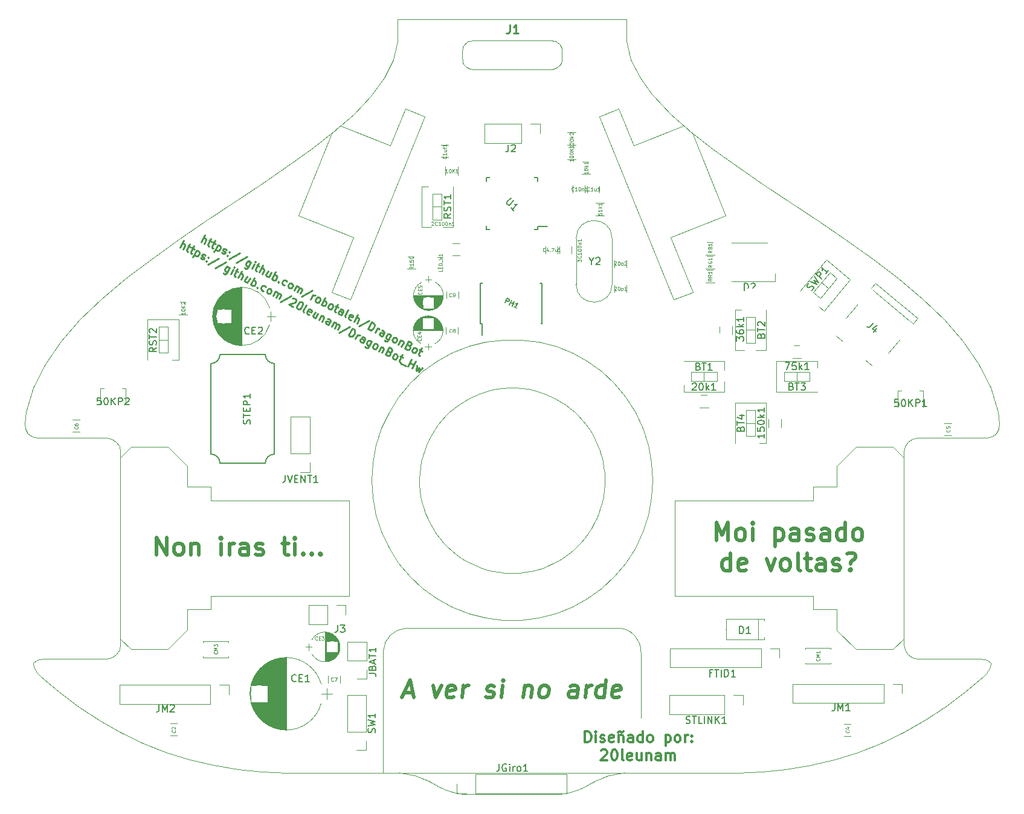
<source format=gto>
G04 #@! TF.FileFunction,Legend,Top*
%FSLAX46Y46*%
G04 Gerber Fmt 4.6, Leading zero omitted, Abs format (unit mm)*
G04 Created by KiCad (PCBNEW 4.0.7) date 02/25/18 14:16:29*
%MOMM*%
%LPD*%
G01*
G04 APERTURE LIST*
%ADD10C,0.100000*%
%ADD11C,0.250000*%
%ADD12C,0.300000*%
%ADD13C,0.500000*%
%ADD14C,0.150000*%
%ADD15C,0.120000*%
%ADD16C,0.125000*%
%ADD17R,1.700000X0.650000*%
%ADD18R,0.650000X1.700000*%
%ADD19C,3.600000*%
%ADD20R,1.600000X1.600000*%
%ADD21R,2.000000X1.900000*%
%ADD22R,2.840000X1.520000*%
%ADD23R,1.520000X2.840000*%
%ADD24R,2.400000X2.400000*%
%ADD25C,2.400000*%
%ADD26R,2.000000X2.000000*%
%ADD27C,2.000000*%
%ADD28C,1.600000*%
%ADD29R,2.200000X2.200000*%
%ADD30O,2.200000X2.200000*%
%ADD31R,2.100000X2.100000*%
%ADD32O,2.100000X2.100000*%
%ADD33R,1.400000X1.400000*%
%ADD34O,1.400000X1.400000*%
%ADD35C,1.300000*%
%ADD36R,1.900000X1.700000*%
%ADD37C,1.455599*%
%ADD38C,1.924000*%
%ADD39C,2.700000*%
%ADD40R,1.400000X1.650000*%
%ADD41R,1.650000X1.400000*%
%ADD42R,1.700000X1.100000*%
%ADD43R,1.100000X1.700000*%
%ADD44R,1.200000X2.150000*%
%ADD45R,1.150000X2.150000*%
%ADD46R,0.850000X2.150000*%
%ADD47R,2.400000X1.500000*%
G04 APERTURE END LIST*
D10*
D11*
X21764075Y76689318D02*
X22276616Y77673900D01*
X22186039Y76469657D02*
X22454513Y76985391D01*
X22456441Y77103567D01*
X22387078Y77199265D01*
X22246423Y77272486D01*
X22128247Y77274414D01*
X22056956Y77251936D01*
X22855927Y76955198D02*
X23231005Y76759945D01*
X23167429Y77210172D02*
X22728108Y76366245D01*
X22726179Y76248068D01*
X22795542Y76152370D01*
X22889311Y76103557D01*
X23418545Y76662318D02*
X23793624Y76467064D01*
X23730047Y76917291D02*
X23290727Y76073364D01*
X23288798Y75955187D01*
X23358161Y75859489D01*
X23451930Y75810676D01*
X24121819Y76296217D02*
X23609278Y75311635D01*
X24097412Y76249332D02*
X24215588Y76247403D01*
X24403128Y76149776D01*
X24472491Y76054078D01*
X24494969Y75982787D01*
X24493040Y75864611D01*
X24346600Y75583301D01*
X24250902Y75513938D01*
X24179610Y75491460D01*
X24061434Y75493388D01*
X23873894Y75591015D01*
X23804532Y75686713D01*
X24648459Y75247392D02*
X24717822Y75151694D01*
X24905361Y75054068D01*
X25023538Y75052139D01*
X25119237Y75121502D01*
X25143643Y75168387D01*
X25145572Y75286563D01*
X25076208Y75382262D01*
X24935554Y75455482D01*
X24866191Y75551180D01*
X24868120Y75669357D01*
X24892527Y75716241D01*
X24988225Y75785604D01*
X25106401Y75783676D01*
X25247055Y75710456D01*
X25316419Y75614757D01*
X25516793Y74854956D02*
X25539271Y74783665D01*
X25467980Y74761187D01*
X25445502Y74832478D01*
X25516793Y74854956D01*
X25467980Y74761187D01*
X25785267Y75370690D02*
X25807745Y75299399D01*
X25736454Y75276921D01*
X25713976Y75348212D01*
X25785267Y75370690D01*
X25736454Y75276921D01*
X27177048Y75182486D02*
X25674139Y74355916D01*
X28208515Y74645539D02*
X26705606Y73818968D01*
X28763419Y73879953D02*
X28348505Y73082910D01*
X28252806Y73013547D01*
X28181515Y72991069D01*
X28063338Y72992998D01*
X27922684Y73066218D01*
X27853321Y73161916D01*
X28446132Y73270449D02*
X28327955Y73272378D01*
X28140416Y73370005D01*
X28071053Y73465703D01*
X28048575Y73536994D01*
X28050504Y73655171D01*
X28196944Y73936481D01*
X28292642Y74005843D01*
X28363933Y74028322D01*
X28482110Y74026393D01*
X28669649Y73928766D01*
X28739012Y73833068D01*
X28890574Y72979497D02*
X29232268Y73635885D01*
X29403115Y73964079D02*
X29331824Y73941601D01*
X29354302Y73870310D01*
X29425593Y73892788D01*
X29403115Y73964079D01*
X29354302Y73870310D01*
X29560461Y73465039D02*
X29935540Y73269785D01*
X29871963Y73720012D02*
X29432643Y72876085D01*
X29430714Y72757908D01*
X29500076Y72662210D01*
X29593846Y72613397D01*
X29922041Y72442550D02*
X30434582Y73427132D01*
X30344004Y72222889D02*
X30612478Y72738623D01*
X30614407Y72856799D01*
X30545044Y72952497D01*
X30404389Y73025718D01*
X30286213Y73027646D01*
X30214921Y73005168D01*
X31576511Y72415550D02*
X31234817Y71759162D01*
X31154547Y72635210D02*
X30886074Y72119477D01*
X30884145Y72001300D01*
X30953507Y71905602D01*
X31094163Y71832382D01*
X31212339Y71830453D01*
X31283630Y71852931D01*
X31703666Y71515094D02*
X32216207Y72499676D01*
X32020953Y72124598D02*
X32139129Y72122669D01*
X32326669Y72025042D01*
X32396032Y71929344D01*
X32418510Y71858053D01*
X32416581Y71739876D01*
X32270141Y71458567D01*
X32174443Y71389203D01*
X32103151Y71366725D01*
X31984975Y71368654D01*
X31797435Y71466281D01*
X31728072Y71561979D01*
X32643292Y71145136D02*
X32665770Y71073845D01*
X32594478Y71051367D01*
X32572000Y71122658D01*
X32643292Y71145136D01*
X32594478Y71051367D01*
X33509697Y70634524D02*
X33391521Y70636453D01*
X33203981Y70734080D01*
X33134618Y70829778D01*
X33112140Y70901069D01*
X33114069Y71019246D01*
X33260509Y71300555D01*
X33356207Y71369918D01*
X33427499Y71392396D01*
X33545675Y71390468D01*
X33733215Y71292841D01*
X33802577Y71197143D01*
X34047909Y70294759D02*
X33978546Y70390457D01*
X33956068Y70461748D01*
X33957997Y70579925D01*
X34104437Y70861234D01*
X34200135Y70930597D01*
X34271426Y70953075D01*
X34389603Y70951147D01*
X34530258Y70877926D01*
X34599620Y70782228D01*
X34622099Y70710937D01*
X34620170Y70592761D01*
X34473730Y70311452D01*
X34378031Y70242088D01*
X34306740Y70219610D01*
X34188564Y70221538D01*
X34047909Y70294759D01*
X34798067Y69904251D02*
X35139761Y70560639D01*
X35090948Y70466870D02*
X35162239Y70489348D01*
X35280415Y70487419D01*
X35421070Y70414199D01*
X35490433Y70318501D01*
X35488504Y70200325D01*
X35220030Y69684591D01*
X35488504Y70200325D02*
X35584203Y70269687D01*
X35702379Y70267759D01*
X35843034Y70194538D01*
X35912397Y70098840D01*
X35910468Y69980664D01*
X35641994Y69464930D01*
X37351063Y69886229D02*
X35848154Y69059659D01*
X37559153Y69599135D02*
X37630444Y69621613D01*
X37748620Y69619684D01*
X37983045Y69497650D01*
X38052408Y69401952D01*
X38074886Y69330661D01*
X38072957Y69212485D01*
X38024143Y69118715D01*
X37904039Y69002467D01*
X37048539Y68732729D01*
X37658043Y68415442D01*
X38780087Y69082737D02*
X38873857Y69033923D01*
X38943220Y68938225D01*
X38965698Y68866933D01*
X38963770Y68748757D01*
X38913027Y68536811D01*
X38790994Y68302386D01*
X38646482Y68139254D01*
X38550784Y68069890D01*
X38479492Y68047412D01*
X38361316Y68049341D01*
X38267546Y68098155D01*
X38198183Y68193853D01*
X38175705Y68265144D01*
X38177634Y68383321D01*
X38228376Y68595266D01*
X38350410Y68829691D01*
X38494921Y68992824D01*
X38590619Y69062187D01*
X38661911Y69084665D01*
X38780087Y69082737D01*
X39158359Y67634427D02*
X39088996Y67730125D01*
X39090925Y67848302D01*
X39530245Y68692229D01*
X39932924Y67290804D02*
X39814747Y67292732D01*
X39627208Y67390359D01*
X39557845Y67486057D01*
X39559774Y67604234D01*
X39755027Y67979313D01*
X39850726Y68048676D01*
X39968902Y68046747D01*
X40156441Y67949120D01*
X40225804Y67853422D01*
X40223876Y67735246D01*
X40175062Y67641476D01*
X39657400Y67791773D01*
X41141023Y67436579D02*
X40799329Y66780191D01*
X40719060Y67656240D02*
X40450586Y67140507D01*
X40448657Y67022330D01*
X40518020Y66926632D01*
X40658675Y66853411D01*
X40776851Y66851483D01*
X40848143Y66873961D01*
X41609873Y67192512D02*
X41268179Y66536124D01*
X41561059Y67098743D02*
X41632351Y67121221D01*
X41750527Y67119292D01*
X41891182Y67046072D01*
X41960545Y66950374D01*
X41958616Y66832198D01*
X41690142Y66316464D01*
X42580955Y65852736D02*
X42849429Y66368470D01*
X42851357Y66486646D01*
X42781994Y66582344D01*
X42594455Y66679971D01*
X42476278Y66681900D01*
X42605361Y65899621D02*
X42487185Y65901549D01*
X42252761Y66023583D01*
X42183398Y66119281D01*
X42185327Y66237458D01*
X42234140Y66331228D01*
X42329838Y66400590D01*
X42448014Y66398662D01*
X42682439Y66276628D01*
X42800615Y66274700D01*
X43049804Y65608669D02*
X43391498Y66265057D01*
X43342684Y66171287D02*
X43413976Y66193765D01*
X43532152Y66191837D01*
X43672807Y66118616D01*
X43742170Y66022918D01*
X43740241Y65904742D01*
X43471767Y65389008D01*
X43740241Y65904742D02*
X43835939Y65974105D01*
X43954115Y65972177D01*
X44094770Y65898956D01*
X44164133Y65803258D01*
X44162205Y65685082D01*
X43893731Y65169348D01*
X45602800Y65590647D02*
X44099891Y64764077D01*
X45394046Y64388333D02*
X45906587Y65372915D01*
X46141011Y65250882D01*
X46257260Y65130777D01*
X46302216Y64988194D01*
X46300287Y64870017D01*
X46249545Y64658072D01*
X46176324Y64517416D01*
X46031813Y64354284D01*
X45936115Y64284921D01*
X45793532Y64239964D01*
X45628470Y64266300D01*
X45394046Y64388333D01*
X46378629Y63875792D02*
X46720322Y64532180D01*
X46622696Y64344641D02*
X46718394Y64414004D01*
X46789685Y64436482D01*
X46907861Y64434554D01*
X47001632Y64385740D01*
X47410095Y63338845D02*
X47678569Y63854578D01*
X47680498Y63972755D01*
X47611135Y64068453D01*
X47423595Y64166080D01*
X47305419Y64168008D01*
X47434502Y63385729D02*
X47316326Y63387658D01*
X47081901Y63509692D01*
X47012538Y63605390D01*
X47014467Y63723567D01*
X47063281Y63817336D01*
X47158979Y63886699D01*
X47277155Y63884770D01*
X47511579Y63762737D01*
X47629756Y63760808D01*
X48642602Y63531505D02*
X48227688Y62734463D01*
X48131989Y62665099D01*
X48060698Y62642621D01*
X47942521Y62644550D01*
X47801867Y62717770D01*
X47732504Y62813468D01*
X48325314Y62922002D02*
X48207138Y62923930D01*
X48019599Y63021557D01*
X47950236Y63117255D01*
X47927758Y63188547D01*
X47929687Y63306724D01*
X48076127Y63588033D01*
X48171825Y63657396D01*
X48243116Y63679874D01*
X48361293Y63677945D01*
X48548832Y63580318D01*
X48618195Y63484620D01*
X48910411Y62557830D02*
X48841048Y62653528D01*
X48818570Y62724819D01*
X48820499Y62842996D01*
X48966940Y63124305D01*
X49062638Y63193668D01*
X49133929Y63216146D01*
X49252105Y63214218D01*
X49392760Y63140997D01*
X49462123Y63045299D01*
X49484601Y62974008D01*
X49482673Y62855832D01*
X49336232Y62574522D01*
X49240534Y62505159D01*
X49169242Y62482681D01*
X49051066Y62484609D01*
X48910411Y62557830D01*
X50002263Y62823710D02*
X49660569Y62167322D01*
X49953450Y62729940D02*
X50024742Y62752419D01*
X50142918Y62750490D01*
X50283573Y62677270D01*
X50352936Y62581572D01*
X50351007Y62463395D01*
X50082533Y61947662D01*
X51148050Y62048481D02*
X51264298Y61928376D01*
X51286775Y61857084D01*
X51284847Y61738908D01*
X51211627Y61598254D01*
X51115928Y61528890D01*
X51044637Y61506412D01*
X50926461Y61508341D01*
X50551382Y61703594D01*
X51063923Y62688176D01*
X51392117Y62517329D01*
X51461480Y62421631D01*
X51483958Y62350340D01*
X51482029Y62232164D01*
X51433216Y62138393D01*
X51337518Y62069031D01*
X51266226Y62046552D01*
X51148050Y62048481D01*
X50819856Y62219328D01*
X51676618Y61117833D02*
X51607255Y61213531D01*
X51584777Y61284823D01*
X51586706Y61403000D01*
X51733147Y61684309D01*
X51828845Y61753672D01*
X51900136Y61776150D01*
X52018312Y61774221D01*
X52158967Y61701001D01*
X52228330Y61605303D01*
X52250808Y61534012D01*
X52248880Y61415835D01*
X52102439Y61134526D01*
X52006741Y61065162D01*
X51935449Y61042684D01*
X51817273Y61044613D01*
X51676618Y61117833D01*
X52627816Y61456934D02*
X53002894Y61261680D01*
X52939318Y61711908D02*
X52499997Y60867981D01*
X52498068Y60749804D01*
X52567431Y60654106D01*
X52661200Y60605292D01*
X52706157Y60462709D02*
X53456315Y60072202D01*
X53739553Y60043938D02*
X54252094Y61028520D01*
X54008027Y60559671D02*
X54570644Y60266791D01*
X54302170Y59751057D02*
X54814711Y60735639D01*
X55018943Y60212192D02*
X54864789Y59458177D01*
X55296396Y59829399D01*
X55239868Y59262923D01*
X55769101Y59821684D01*
X24730553Y77460740D02*
X25243094Y78445322D01*
X25152516Y77241079D02*
X25420991Y77756813D01*
X25422919Y77874989D01*
X25353556Y77970687D01*
X25212901Y78043908D01*
X25094725Y78045836D01*
X25023434Y78023358D01*
X25822404Y77726620D02*
X26197483Y77531367D01*
X26133907Y77981594D02*
X25694586Y77137667D01*
X25692657Y77019490D01*
X25762020Y76923792D01*
X25855789Y76874979D01*
X26385023Y77433740D02*
X26760102Y77238486D01*
X26696525Y77688713D02*
X26257205Y76844786D01*
X26255276Y76726609D01*
X26324638Y76630911D01*
X26418408Y76582098D01*
X27088297Y77067639D02*
X26575756Y76083056D01*
X27063890Y77020754D02*
X27182066Y77018825D01*
X27369606Y76921198D01*
X27438969Y76825500D01*
X27461447Y76754209D01*
X27459518Y76636033D01*
X27313078Y76354723D01*
X27217379Y76285360D01*
X27146088Y76262882D01*
X27027912Y76264810D01*
X26840372Y76362437D01*
X26771009Y76458135D01*
X27614937Y76018814D02*
X27684300Y75923116D01*
X27871839Y75825490D01*
X27990016Y75823561D01*
X28085714Y75892924D01*
X28110121Y75939809D01*
X28112050Y76057985D01*
X28042686Y76153684D01*
X27902032Y76226904D01*
X27832669Y76322602D01*
X27834598Y76440779D01*
X27859005Y76487663D01*
X27954703Y76557026D01*
X28072879Y76555098D01*
X28213533Y76481878D01*
X28282897Y76386179D01*
X28483271Y75626378D02*
X28505749Y75555087D01*
X28434457Y75532609D01*
X28411979Y75603900D01*
X28483271Y75626378D01*
X28434457Y75532609D01*
X28751745Y76142112D02*
X28774223Y76070821D01*
X28702931Y76048343D01*
X28680453Y76119634D01*
X28751745Y76142112D01*
X28702931Y76048343D01*
X30143526Y75953908D02*
X28640617Y75127338D01*
X31174993Y75416961D02*
X29672084Y74590390D01*
X31729897Y74651375D02*
X31314983Y73854332D01*
X31219284Y73784969D01*
X31147993Y73762491D01*
X31029816Y73764420D01*
X30889162Y73837639D01*
X30819799Y73933338D01*
X31412609Y74041871D02*
X31294433Y74043800D01*
X31106893Y74141427D01*
X31037531Y74237125D01*
X31015052Y74308416D01*
X31016981Y74426593D01*
X31163422Y74707903D01*
X31259120Y74777265D01*
X31330411Y74799743D01*
X31448587Y74797815D01*
X31636127Y74700188D01*
X31705490Y74604490D01*
X31857052Y73750919D02*
X32198746Y74407307D01*
X32369593Y74735501D02*
X32298301Y74713023D01*
X32320779Y74641732D01*
X32392071Y74664210D01*
X32369593Y74735501D01*
X32320779Y74641732D01*
X32526939Y74236461D02*
X32902018Y74041207D01*
X32838441Y74491434D02*
X32399120Y73647507D01*
X32397191Y73529330D01*
X32466554Y73433632D01*
X32560324Y73384819D01*
X32888518Y73213972D02*
X33401059Y74198554D01*
X33310482Y72994311D02*
X33578956Y73510045D01*
X33580885Y73628221D01*
X33511522Y73723919D01*
X33370867Y73797140D01*
X33252691Y73799068D01*
X33181399Y73776590D01*
X34542988Y73186972D02*
X34201295Y72530584D01*
X34121025Y73406632D02*
X33852551Y72890899D01*
X33850622Y72772722D01*
X33919985Y72677024D01*
X34060640Y72603803D01*
X34178816Y72601875D01*
X34250108Y72624353D01*
X34670144Y72286516D02*
X35182685Y73271098D01*
X34987431Y72896019D02*
X35105607Y72894091D01*
X35293147Y72796464D01*
X35362510Y72700766D01*
X35384988Y72629474D01*
X35383059Y72511298D01*
X35236619Y72229989D01*
X35140920Y72160625D01*
X35069629Y72138147D01*
X34951453Y72140076D01*
X34763913Y72237703D01*
X34694550Y72333401D01*
X35609769Y71916558D02*
X35632248Y71845267D01*
X35560956Y71822789D01*
X35538478Y71894080D01*
X35609769Y71916558D01*
X35560956Y71822789D01*
X36476174Y71405946D02*
X36357998Y71407875D01*
X36170459Y71505502D01*
X36101096Y71601200D01*
X36078618Y71672491D01*
X36080547Y71790668D01*
X36226987Y72071977D01*
X36322685Y72141340D01*
X36393976Y72163818D01*
X36512153Y72161890D01*
X36699692Y72064263D01*
X36769055Y71968565D01*
X37014386Y71066181D02*
X36945024Y71161879D01*
X36922545Y71233170D01*
X36924475Y71351347D01*
X37070915Y71632656D01*
X37166613Y71702019D01*
X37237904Y71724497D01*
X37356080Y71722569D01*
X37496735Y71649348D01*
X37566098Y71553650D01*
X37588576Y71482359D01*
X37586648Y71364183D01*
X37440207Y71082873D01*
X37344509Y71013510D01*
X37273218Y70991032D01*
X37155041Y70992960D01*
X37014386Y71066181D01*
X37764545Y70675673D02*
X38106239Y71332061D01*
X38057425Y71238291D02*
X38128717Y71260770D01*
X38246893Y71258841D01*
X38387548Y71185621D01*
X38456911Y71089923D01*
X38454982Y70971746D01*
X38186508Y70456013D01*
X38454982Y70971746D02*
X38550680Y71041109D01*
X38668856Y71039181D01*
X38809511Y70965960D01*
X38878874Y70870262D01*
X38876946Y70752086D01*
X38608472Y70236352D01*
X40317541Y70657651D02*
X38814632Y69831081D01*
X40108788Y69455337D02*
X40450482Y70111725D01*
X40352855Y69924186D02*
X40448553Y69993549D01*
X40519844Y70016027D01*
X40638020Y70014099D01*
X40731791Y69965285D01*
X40858945Y69064830D02*
X40789582Y69160528D01*
X40767104Y69231819D01*
X40769033Y69349996D01*
X40915473Y69631306D01*
X41011172Y69700669D01*
X41082463Y69723147D01*
X41200639Y69721218D01*
X41341294Y69647998D01*
X41410657Y69552300D01*
X41433135Y69481008D01*
X41431206Y69362832D01*
X41284766Y69081523D01*
X41189068Y69012159D01*
X41117776Y68989681D01*
X40999600Y68991610D01*
X40858945Y69064830D01*
X41609103Y68674322D02*
X42121644Y69658904D01*
X41926391Y69283826D02*
X42044567Y69281897D01*
X42232107Y69184270D01*
X42301469Y69088572D01*
X42323948Y69017281D01*
X42322019Y68899105D01*
X42175579Y68617795D01*
X42079880Y68548432D01*
X42008589Y68525953D01*
X41890413Y68527882D01*
X41702873Y68625509D01*
X41633510Y68721207D01*
X42640570Y68137375D02*
X42571207Y68233073D01*
X42548729Y68304364D01*
X42550658Y68422541D01*
X42697099Y68703850D01*
X42792797Y68773213D01*
X42864088Y68795691D01*
X42982264Y68793763D01*
X43122919Y68720542D01*
X43192282Y68624844D01*
X43214760Y68553553D01*
X43212832Y68435377D01*
X43066391Y68154068D01*
X42970693Y68084704D01*
X42899401Y68062226D01*
X42781225Y68064154D01*
X42640570Y68137375D01*
X43591767Y68476475D02*
X43966846Y68281222D01*
X43903269Y68731449D02*
X43463949Y67887522D01*
X43462020Y67769345D01*
X43531383Y67673647D01*
X43625152Y67624834D01*
X44375311Y67234326D02*
X44643785Y67750060D01*
X44645713Y67868236D01*
X44576350Y67963934D01*
X44388811Y68061561D01*
X44270634Y68063490D01*
X44399717Y67281211D02*
X44281541Y67283139D01*
X44047117Y67405173D01*
X43977754Y67500871D01*
X43979683Y67619048D01*
X44028496Y67712818D01*
X44124194Y67782180D01*
X44242370Y67780252D01*
X44476795Y67658218D01*
X44594971Y67656290D01*
X44984814Y66917039D02*
X44915451Y67012737D01*
X44917380Y67130914D01*
X45356701Y67974841D01*
X45759379Y66573416D02*
X45641203Y66575344D01*
X45453663Y66672971D01*
X45384300Y66768669D01*
X45386229Y66886846D01*
X45581483Y67261925D01*
X45677181Y67331288D01*
X45795357Y67329359D01*
X45982897Y67231732D01*
X46052260Y67136034D01*
X46050331Y67017858D01*
X46001517Y66924088D01*
X45483856Y67074385D01*
X46203821Y66282464D02*
X46716362Y67267046D01*
X46625785Y66062803D02*
X46894259Y66578537D01*
X46896187Y66696713D01*
X46826825Y66792411D01*
X46686169Y66865632D01*
X46567993Y66867560D01*
X46496702Y66845082D01*
X48334854Y66484102D02*
X46831945Y65657532D01*
X48126101Y65281788D02*
X48638642Y66266370D01*
X48873065Y66144337D01*
X48989314Y66024232D01*
X49034270Y65881649D01*
X49032341Y65763472D01*
X48981599Y65551527D01*
X48908379Y65410872D01*
X48763867Y65247739D01*
X48668169Y65178376D01*
X48525586Y65133419D01*
X48360524Y65159755D01*
X48126101Y65281788D01*
X49110683Y64769247D02*
X49452377Y65425635D01*
X49354750Y65238096D02*
X49450448Y65307459D01*
X49521739Y65329937D01*
X49639916Y65328009D01*
X49733686Y65279195D01*
X50142149Y64232300D02*
X50410623Y64748034D01*
X50412552Y64866210D01*
X50343189Y64961908D01*
X50155649Y65059535D01*
X50037473Y65061463D01*
X50166556Y64279184D02*
X50048380Y64281113D01*
X49813955Y64403147D01*
X49744593Y64498845D01*
X49746522Y64617022D01*
X49795335Y64710791D01*
X49891033Y64780154D01*
X50009209Y64778225D01*
X50243634Y64656192D01*
X50361810Y64654263D01*
X51374656Y64424960D02*
X50959742Y63627918D01*
X50864044Y63558554D01*
X50792752Y63536076D01*
X50674575Y63538005D01*
X50533921Y63611225D01*
X50464558Y63706923D01*
X51057369Y63815457D02*
X50939192Y63817385D01*
X50751653Y63915012D01*
X50682290Y64010710D01*
X50659812Y64082002D01*
X50661741Y64200179D01*
X50808181Y64481488D01*
X50903879Y64550851D01*
X50975171Y64573329D01*
X51093347Y64571400D01*
X51280886Y64473773D01*
X51350249Y64378075D01*
X51642465Y63451285D02*
X51573102Y63546983D01*
X51550624Y63618274D01*
X51552553Y63736451D01*
X51698994Y64017760D01*
X51794692Y64087123D01*
X51865983Y64109601D01*
X51984159Y64107673D01*
X52124814Y64034452D01*
X52194177Y63938754D01*
X52216655Y63867463D01*
X52214727Y63749287D01*
X52068286Y63467978D01*
X51972588Y63398614D01*
X51901296Y63376136D01*
X51783120Y63378064D01*
X51642465Y63451285D01*
X52734318Y63717165D02*
X52392624Y63060777D01*
X52685504Y63623396D02*
X52756796Y63645874D01*
X52874972Y63643945D01*
X53015627Y63570725D01*
X53084990Y63475027D01*
X53083061Y63356851D01*
X52814587Y62841117D01*
X53880104Y62941936D02*
X53996352Y62821832D01*
X54018829Y62750539D01*
X54016901Y62632363D01*
X53943681Y62491709D01*
X53847982Y62422345D01*
X53776691Y62399867D01*
X53658515Y62401796D01*
X53283436Y62597049D01*
X53795977Y63581631D01*
X54124171Y63410784D01*
X54193534Y63315086D01*
X54216012Y63243795D01*
X54214083Y63125619D01*
X54165270Y63031849D01*
X54069572Y62962486D01*
X53998280Y62940008D01*
X53880104Y62941936D01*
X53551910Y63112783D01*
X54408672Y62011288D02*
X54339310Y62106986D01*
X54316831Y62178278D01*
X54318761Y62296455D01*
X54465201Y62577764D01*
X54560899Y62647127D01*
X54632190Y62669605D01*
X54750366Y62667676D01*
X54891021Y62594456D01*
X54960384Y62498758D01*
X54982862Y62427467D01*
X54980934Y62309291D01*
X54834493Y62027981D01*
X54738795Y61958618D01*
X54667504Y61936140D01*
X54549327Y61938068D01*
X54408672Y62011288D01*
X55359870Y62350389D02*
X55734948Y62155136D01*
X55671372Y62605363D02*
X55232051Y61761436D01*
X55230122Y61643259D01*
X55299485Y61547561D01*
X55393254Y61498748D01*
D12*
X78555354Y7347749D02*
X78555354Y8847749D01*
X78912497Y8847749D01*
X79126782Y8776320D01*
X79269640Y8633463D01*
X79341068Y8490606D01*
X79412497Y8204891D01*
X79412497Y7990606D01*
X79341068Y7704891D01*
X79269640Y7562034D01*
X79126782Y7419177D01*
X78912497Y7347749D01*
X78555354Y7347749D01*
X80055354Y7347749D02*
X80055354Y8347749D01*
X80055354Y8847749D02*
X79983925Y8776320D01*
X80055354Y8704891D01*
X80126782Y8776320D01*
X80055354Y8847749D01*
X80055354Y8704891D01*
X80698211Y7419177D02*
X80841068Y7347749D01*
X81126783Y7347749D01*
X81269640Y7419177D01*
X81341068Y7562034D01*
X81341068Y7633463D01*
X81269640Y7776320D01*
X81126783Y7847749D01*
X80912497Y7847749D01*
X80769640Y7919177D01*
X80698211Y8062034D01*
X80698211Y8133463D01*
X80769640Y8276320D01*
X80912497Y8347749D01*
X81126783Y8347749D01*
X81269640Y8276320D01*
X82555354Y7419177D02*
X82412497Y7347749D01*
X82126783Y7347749D01*
X81983926Y7419177D01*
X81912497Y7562034D01*
X81912497Y8133463D01*
X81983926Y8276320D01*
X82126783Y8347749D01*
X82412497Y8347749D01*
X82555354Y8276320D01*
X82626783Y8133463D01*
X82626783Y7990606D01*
X81912497Y7847749D01*
X83269640Y8347749D02*
X83269640Y7347749D01*
X83269640Y8204891D02*
X83341068Y8276320D01*
X83483926Y8347749D01*
X83698211Y8347749D01*
X83841068Y8276320D01*
X83912497Y8133463D01*
X83912497Y7347749D01*
X83198211Y8704891D02*
X83269640Y8776320D01*
X83412497Y8847749D01*
X83698211Y8704891D01*
X83841068Y8776320D01*
X83912497Y8847749D01*
X85269640Y7347749D02*
X85269640Y8133463D01*
X85198211Y8276320D01*
X85055354Y8347749D01*
X84769640Y8347749D01*
X84626783Y8276320D01*
X85269640Y7419177D02*
X85126783Y7347749D01*
X84769640Y7347749D01*
X84626783Y7419177D01*
X84555354Y7562034D01*
X84555354Y7704891D01*
X84626783Y7847749D01*
X84769640Y7919177D01*
X85126783Y7919177D01*
X85269640Y7990606D01*
X86626783Y7347749D02*
X86626783Y8847749D01*
X86626783Y7419177D02*
X86483926Y7347749D01*
X86198212Y7347749D01*
X86055354Y7419177D01*
X85983926Y7490606D01*
X85912497Y7633463D01*
X85912497Y8062034D01*
X85983926Y8204891D01*
X86055354Y8276320D01*
X86198212Y8347749D01*
X86483926Y8347749D01*
X86626783Y8276320D01*
X87555355Y7347749D02*
X87412497Y7419177D01*
X87341069Y7490606D01*
X87269640Y7633463D01*
X87269640Y8062034D01*
X87341069Y8204891D01*
X87412497Y8276320D01*
X87555355Y8347749D01*
X87769640Y8347749D01*
X87912497Y8276320D01*
X87983926Y8204891D01*
X88055355Y8062034D01*
X88055355Y7633463D01*
X87983926Y7490606D01*
X87912497Y7419177D01*
X87769640Y7347749D01*
X87555355Y7347749D01*
X89841069Y8347749D02*
X89841069Y6847749D01*
X89841069Y8276320D02*
X89983926Y8347749D01*
X90269640Y8347749D01*
X90412497Y8276320D01*
X90483926Y8204891D01*
X90555355Y8062034D01*
X90555355Y7633463D01*
X90483926Y7490606D01*
X90412497Y7419177D01*
X90269640Y7347749D01*
X89983926Y7347749D01*
X89841069Y7419177D01*
X91412498Y7347749D02*
X91269640Y7419177D01*
X91198212Y7490606D01*
X91126783Y7633463D01*
X91126783Y8062034D01*
X91198212Y8204891D01*
X91269640Y8276320D01*
X91412498Y8347749D01*
X91626783Y8347749D01*
X91769640Y8276320D01*
X91841069Y8204891D01*
X91912498Y8062034D01*
X91912498Y7633463D01*
X91841069Y7490606D01*
X91769640Y7419177D01*
X91626783Y7347749D01*
X91412498Y7347749D01*
X92555355Y7347749D02*
X92555355Y8347749D01*
X92555355Y8062034D02*
X92626783Y8204891D01*
X92698212Y8276320D01*
X92841069Y8347749D01*
X92983926Y8347749D01*
X93483926Y7490606D02*
X93555354Y7419177D01*
X93483926Y7347749D01*
X93412497Y7419177D01*
X93483926Y7490606D01*
X93483926Y7347749D01*
X93483926Y8276320D02*
X93555354Y8204891D01*
X93483926Y8133463D01*
X93412497Y8204891D01*
X93483926Y8276320D01*
X93483926Y8133463D01*
X80805355Y6154891D02*
X80876784Y6226320D01*
X81019641Y6297749D01*
X81376784Y6297749D01*
X81519641Y6226320D01*
X81591070Y6154891D01*
X81662498Y6012034D01*
X81662498Y5869177D01*
X81591070Y5654891D01*
X80733927Y4797749D01*
X81662498Y4797749D01*
X82591069Y6297749D02*
X82733926Y6297749D01*
X82876783Y6226320D01*
X82948212Y6154891D01*
X83019641Y6012034D01*
X83091069Y5726320D01*
X83091069Y5369177D01*
X83019641Y5083463D01*
X82948212Y4940606D01*
X82876783Y4869177D01*
X82733926Y4797749D01*
X82591069Y4797749D01*
X82448212Y4869177D01*
X82376783Y4940606D01*
X82305355Y5083463D01*
X82233926Y5369177D01*
X82233926Y5726320D01*
X82305355Y6012034D01*
X82376783Y6154891D01*
X82448212Y6226320D01*
X82591069Y6297749D01*
X83948212Y4797749D02*
X83805354Y4869177D01*
X83733926Y5012034D01*
X83733926Y6297749D01*
X85091068Y4869177D02*
X84948211Y4797749D01*
X84662497Y4797749D01*
X84519640Y4869177D01*
X84448211Y5012034D01*
X84448211Y5583463D01*
X84519640Y5726320D01*
X84662497Y5797749D01*
X84948211Y5797749D01*
X85091068Y5726320D01*
X85162497Y5583463D01*
X85162497Y5440606D01*
X84448211Y5297749D01*
X86448211Y5797749D02*
X86448211Y4797749D01*
X85805354Y5797749D02*
X85805354Y5012034D01*
X85876782Y4869177D01*
X86019640Y4797749D01*
X86233925Y4797749D01*
X86376782Y4869177D01*
X86448211Y4940606D01*
X87162497Y5797749D02*
X87162497Y4797749D01*
X87162497Y5654891D02*
X87233925Y5726320D01*
X87376783Y5797749D01*
X87591068Y5797749D01*
X87733925Y5726320D01*
X87805354Y5583463D01*
X87805354Y4797749D01*
X89162497Y4797749D02*
X89162497Y5583463D01*
X89091068Y5726320D01*
X88948211Y5797749D01*
X88662497Y5797749D01*
X88519640Y5726320D01*
X89162497Y4869177D02*
X89019640Y4797749D01*
X88662497Y4797749D01*
X88519640Y4869177D01*
X88448211Y5012034D01*
X88448211Y5154891D01*
X88519640Y5297749D01*
X88662497Y5369177D01*
X89019640Y5369177D01*
X89162497Y5440606D01*
X89876783Y4797749D02*
X89876783Y5797749D01*
X89876783Y5654891D02*
X89948211Y5726320D01*
X90091069Y5797749D01*
X90305354Y5797749D01*
X90448211Y5726320D01*
X90519640Y5583463D01*
X90519640Y4797749D01*
X90519640Y5583463D02*
X90591069Y5726320D01*
X90733926Y5797749D01*
X90948211Y5797749D01*
X91091069Y5726320D01*
X91162497Y5583463D01*
X91162497Y4797749D01*
D13*
X53196945Y14325493D02*
X54387422Y14325493D01*
X52869564Y13611208D02*
X54015398Y16111208D01*
X54536231Y13611208D01*
X57244564Y15277874D02*
X57631469Y13611208D01*
X58435040Y15277874D01*
X60146350Y13730255D02*
X59893374Y13611208D01*
X59417183Y13611208D01*
X59193969Y13730255D01*
X59104683Y13968350D01*
X59223730Y14920731D01*
X59372540Y15158827D01*
X59625516Y15277874D01*
X60101707Y15277874D01*
X60324921Y15158827D01*
X60414207Y14920731D01*
X60384446Y14682636D01*
X59164207Y14444541D01*
X61321945Y13611208D02*
X61530278Y15277874D01*
X61470755Y14801684D02*
X61619564Y15039779D01*
X61753492Y15158827D01*
X62006469Y15277874D01*
X62244564Y15277874D01*
X64670159Y13730255D02*
X64893374Y13611208D01*
X65369564Y13611208D01*
X65622540Y13730255D01*
X65771350Y13968350D01*
X65786231Y14087398D01*
X65696945Y14325493D01*
X65473731Y14444541D01*
X65116588Y14444541D01*
X64893374Y14563589D01*
X64804088Y14801684D01*
X64818968Y14920731D01*
X64967778Y15158827D01*
X65220754Y15277874D01*
X65577897Y15277874D01*
X65801111Y15158827D01*
X66798136Y13611208D02*
X67006469Y15277874D01*
X67110636Y16111208D02*
X66976707Y15992160D01*
X67080874Y15873112D01*
X67214803Y15992160D01*
X67110636Y16111208D01*
X67080874Y15873112D01*
X70101707Y15277874D02*
X69893374Y13611208D01*
X70071945Y15039779D02*
X70205874Y15158827D01*
X70458850Y15277874D01*
X70815993Y15277874D01*
X71039207Y15158827D01*
X71128493Y14920731D01*
X70964803Y13611208D01*
X72512422Y13611208D02*
X72289208Y13730255D01*
X72185041Y13849303D01*
X72095755Y14087398D01*
X72185041Y14801684D01*
X72333850Y15039779D01*
X72467779Y15158827D01*
X72720755Y15277874D01*
X73077898Y15277874D01*
X73301112Y15158827D01*
X73405279Y15039779D01*
X73494565Y14801684D01*
X73405279Y14087398D01*
X73256470Y13849303D01*
X73122541Y13730255D01*
X72869565Y13611208D01*
X72512422Y13611208D01*
X77393375Y13611208D02*
X77557065Y14920731D01*
X77467779Y15158827D01*
X77244565Y15277874D01*
X76768374Y15277874D01*
X76515398Y15158827D01*
X77408256Y13730255D02*
X77155279Y13611208D01*
X76560041Y13611208D01*
X76336827Y13730255D01*
X76247541Y13968350D01*
X76277303Y14206446D01*
X76426113Y14444541D01*
X76679089Y14563589D01*
X77274327Y14563589D01*
X77527304Y14682636D01*
X78583851Y13611208D02*
X78792184Y15277874D01*
X78732661Y14801684D02*
X78881470Y15039779D01*
X79015398Y15158827D01*
X79268375Y15277874D01*
X79506470Y15277874D01*
X81202899Y13611208D02*
X81515399Y16111208D01*
X81217780Y13730255D02*
X80964803Y13611208D01*
X80488613Y13611208D01*
X80265399Y13730255D01*
X80161232Y13849303D01*
X80071946Y14087398D01*
X80161232Y14801684D01*
X80310041Y15039779D01*
X80443970Y15158827D01*
X80696946Y15277874D01*
X81173136Y15277874D01*
X81396351Y15158827D01*
X83360637Y13730255D02*
X83107661Y13611208D01*
X82631470Y13611208D01*
X82408256Y13730255D01*
X82318970Y13968350D01*
X82438017Y14920731D01*
X82586827Y15158827D01*
X82839803Y15277874D01*
X83315994Y15277874D01*
X83539208Y15158827D01*
X83628494Y14920731D01*
X83598733Y14682636D01*
X82378494Y14444541D01*
X96943388Y35639648D02*
X96943388Y38139648D01*
X97776721Y36353933D01*
X98610055Y38139648D01*
X98610055Y35639648D01*
X100157674Y35639648D02*
X99919579Y35758695D01*
X99800531Y35877743D01*
X99681483Y36115838D01*
X99681483Y36830124D01*
X99800531Y37068219D01*
X99919579Y37187267D01*
X100157674Y37306314D01*
X100514817Y37306314D01*
X100752912Y37187267D01*
X100871960Y37068219D01*
X100991007Y36830124D01*
X100991007Y36115838D01*
X100871960Y35877743D01*
X100752912Y35758695D01*
X100514817Y35639648D01*
X100157674Y35639648D01*
X102062436Y35639648D02*
X102062436Y37306314D01*
X102062436Y38139648D02*
X101943388Y38020600D01*
X102062436Y37901552D01*
X102181484Y38020600D01*
X102062436Y38139648D01*
X102062436Y37901552D01*
X105157674Y37306314D02*
X105157674Y34806314D01*
X105157674Y37187267D02*
X105395769Y37306314D01*
X105871960Y37306314D01*
X106110055Y37187267D01*
X106229103Y37068219D01*
X106348150Y36830124D01*
X106348150Y36115838D01*
X106229103Y35877743D01*
X106110055Y35758695D01*
X105871960Y35639648D01*
X105395769Y35639648D01*
X105157674Y35758695D01*
X108491008Y35639648D02*
X108491008Y36949171D01*
X108371960Y37187267D01*
X108133865Y37306314D01*
X107657674Y37306314D01*
X107419579Y37187267D01*
X108491008Y35758695D02*
X108252912Y35639648D01*
X107657674Y35639648D01*
X107419579Y35758695D01*
X107300531Y35996790D01*
X107300531Y36234886D01*
X107419579Y36472981D01*
X107657674Y36592029D01*
X108252912Y36592029D01*
X108491008Y36711076D01*
X109562436Y35758695D02*
X109800532Y35639648D01*
X110276722Y35639648D01*
X110514817Y35758695D01*
X110633865Y35996790D01*
X110633865Y36115838D01*
X110514817Y36353933D01*
X110276722Y36472981D01*
X109919579Y36472981D01*
X109681484Y36592029D01*
X109562436Y36830124D01*
X109562436Y36949171D01*
X109681484Y37187267D01*
X109919579Y37306314D01*
X110276722Y37306314D01*
X110514817Y37187267D01*
X112776723Y35639648D02*
X112776723Y36949171D01*
X112657675Y37187267D01*
X112419580Y37306314D01*
X111943389Y37306314D01*
X111705294Y37187267D01*
X112776723Y35758695D02*
X112538627Y35639648D01*
X111943389Y35639648D01*
X111705294Y35758695D01*
X111586246Y35996790D01*
X111586246Y36234886D01*
X111705294Y36472981D01*
X111943389Y36592029D01*
X112538627Y36592029D01*
X112776723Y36711076D01*
X115038628Y35639648D02*
X115038628Y38139648D01*
X115038628Y35758695D02*
X114800532Y35639648D01*
X114324342Y35639648D01*
X114086247Y35758695D01*
X113967199Y35877743D01*
X113848151Y36115838D01*
X113848151Y36830124D01*
X113967199Y37068219D01*
X114086247Y37187267D01*
X114324342Y37306314D01*
X114800532Y37306314D01*
X115038628Y37187267D01*
X116586247Y35639648D02*
X116348152Y35758695D01*
X116229104Y35877743D01*
X116110056Y36115838D01*
X116110056Y36830124D01*
X116229104Y37068219D01*
X116348152Y37187267D01*
X116586247Y37306314D01*
X116943390Y37306314D01*
X117181485Y37187267D01*
X117300533Y37068219D01*
X117419580Y36830124D01*
X117419580Y36115838D01*
X117300533Y35877743D01*
X117181485Y35758695D01*
X116943390Y35639648D01*
X116586247Y35639648D01*
X98967198Y31389648D02*
X98967198Y33889648D01*
X98967198Y31508695D02*
X98729102Y31389648D01*
X98252912Y31389648D01*
X98014817Y31508695D01*
X97895769Y31627743D01*
X97776721Y31865838D01*
X97776721Y32580124D01*
X97895769Y32818219D01*
X98014817Y32937267D01*
X98252912Y33056314D01*
X98729102Y33056314D01*
X98967198Y32937267D01*
X101110055Y31508695D02*
X100871960Y31389648D01*
X100395769Y31389648D01*
X100157674Y31508695D01*
X100038626Y31746790D01*
X100038626Y32699171D01*
X100157674Y32937267D01*
X100395769Y33056314D01*
X100871960Y33056314D01*
X101110055Y32937267D01*
X101229103Y32699171D01*
X101229103Y32461076D01*
X100038626Y32222981D01*
X103967198Y33056314D02*
X104562436Y31389648D01*
X105157674Y33056314D01*
X106467198Y31389648D02*
X106229103Y31508695D01*
X106110055Y31627743D01*
X105991007Y31865838D01*
X105991007Y32580124D01*
X106110055Y32818219D01*
X106229103Y32937267D01*
X106467198Y33056314D01*
X106824341Y33056314D01*
X107062436Y32937267D01*
X107181484Y32818219D01*
X107300531Y32580124D01*
X107300531Y31865838D01*
X107181484Y31627743D01*
X107062436Y31508695D01*
X106824341Y31389648D01*
X106467198Y31389648D01*
X108729103Y31389648D02*
X108491008Y31508695D01*
X108371960Y31746790D01*
X108371960Y33889648D01*
X109324341Y33056314D02*
X110276722Y33056314D01*
X109681484Y33889648D02*
X109681484Y31746790D01*
X109800532Y31508695D01*
X110038627Y31389648D01*
X110276722Y31389648D01*
X112181484Y31389648D02*
X112181484Y32699171D01*
X112062436Y32937267D01*
X111824341Y33056314D01*
X111348150Y33056314D01*
X111110055Y32937267D01*
X112181484Y31508695D02*
X111943388Y31389648D01*
X111348150Y31389648D01*
X111110055Y31508695D01*
X110991007Y31746790D01*
X110991007Y31984886D01*
X111110055Y32222981D01*
X111348150Y32342029D01*
X111943388Y32342029D01*
X112181484Y32461076D01*
X113252912Y31508695D02*
X113491008Y31389648D01*
X113967198Y31389648D01*
X114205293Y31508695D01*
X114324341Y31746790D01*
X114324341Y31865838D01*
X114205293Y32103933D01*
X113967198Y32222981D01*
X113610055Y32222981D01*
X113371960Y32342029D01*
X113252912Y32580124D01*
X113252912Y32699171D01*
X113371960Y32937267D01*
X113610055Y33056314D01*
X113967198Y33056314D01*
X114205293Y32937267D01*
X115752913Y31627743D02*
X115871961Y31508695D01*
X115752913Y31389648D01*
X115633865Y31508695D01*
X115752913Y31627743D01*
X115752913Y31389648D01*
X115276722Y33770600D02*
X115514818Y33889648D01*
X116110056Y33889648D01*
X116348151Y33770600D01*
X116467199Y33532505D01*
X116467199Y33294410D01*
X116348151Y33056314D01*
X116229103Y32937267D01*
X115991008Y32818219D01*
X115871961Y32699171D01*
X115752913Y32461076D01*
X115752913Y32342029D01*
X18473745Y33575608D02*
X18473745Y36075608D01*
X19902317Y33575608D01*
X19902317Y36075608D01*
X21449936Y33575608D02*
X21211841Y33694655D01*
X21092793Y33813703D01*
X20973745Y34051798D01*
X20973745Y34766084D01*
X21092793Y35004179D01*
X21211841Y35123227D01*
X21449936Y35242274D01*
X21807079Y35242274D01*
X22045174Y35123227D01*
X22164222Y35004179D01*
X22283269Y34766084D01*
X22283269Y34051798D01*
X22164222Y33813703D01*
X22045174Y33694655D01*
X21807079Y33575608D01*
X21449936Y33575608D01*
X23354698Y35242274D02*
X23354698Y33575608D01*
X23354698Y35004179D02*
X23473746Y35123227D01*
X23711841Y35242274D01*
X24068984Y35242274D01*
X24307079Y35123227D01*
X24426127Y34885131D01*
X24426127Y33575608D01*
X27521365Y33575608D02*
X27521365Y35242274D01*
X27521365Y36075608D02*
X27402317Y35956560D01*
X27521365Y35837512D01*
X27640413Y35956560D01*
X27521365Y36075608D01*
X27521365Y35837512D01*
X28711841Y33575608D02*
X28711841Y35242274D01*
X28711841Y34766084D02*
X28830889Y35004179D01*
X28949936Y35123227D01*
X29188032Y35242274D01*
X29426127Y35242274D01*
X31330889Y33575608D02*
X31330889Y34885131D01*
X31211841Y35123227D01*
X30973746Y35242274D01*
X30497555Y35242274D01*
X30259460Y35123227D01*
X31330889Y33694655D02*
X31092793Y33575608D01*
X30497555Y33575608D01*
X30259460Y33694655D01*
X30140412Y33932750D01*
X30140412Y34170846D01*
X30259460Y34408941D01*
X30497555Y34527989D01*
X31092793Y34527989D01*
X31330889Y34647036D01*
X32402317Y33694655D02*
X32640413Y33575608D01*
X33116603Y33575608D01*
X33354698Y33694655D01*
X33473746Y33932750D01*
X33473746Y34051798D01*
X33354698Y34289893D01*
X33116603Y34408941D01*
X32759460Y34408941D01*
X32521365Y34527989D01*
X32402317Y34766084D01*
X32402317Y34885131D01*
X32521365Y35123227D01*
X32759460Y35242274D01*
X33116603Y35242274D01*
X33354698Y35123227D01*
X36092794Y35242274D02*
X37045175Y35242274D01*
X36449937Y36075608D02*
X36449937Y33932750D01*
X36568985Y33694655D01*
X36807080Y33575608D01*
X37045175Y33575608D01*
X37878508Y33575608D02*
X37878508Y35242274D01*
X37878508Y36075608D02*
X37759460Y35956560D01*
X37878508Y35837512D01*
X37997556Y35956560D01*
X37878508Y36075608D01*
X37878508Y35837512D01*
X39068984Y33813703D02*
X39188032Y33694655D01*
X39068984Y33575608D01*
X38949936Y33694655D01*
X39068984Y33813703D01*
X39068984Y33575608D01*
X40259460Y33813703D02*
X40378508Y33694655D01*
X40259460Y33575608D01*
X40140412Y33694655D01*
X40259460Y33813703D01*
X40259460Y33575608D01*
X41449936Y33813703D02*
X41568984Y33694655D01*
X41449936Y33575608D01*
X41330888Y33694655D01*
X41449936Y33813703D01*
X41449936Y33575608D01*
D10*
X86369497Y19971666D02*
G75*
G03X83157353Y23337209I-3212144J149903D01*
G01*
X53589992Y23330148D02*
G75*
G03X50281177Y20121569I49065J-3360979D01*
G01*
X55337507Y44112146D02*
X55337507Y44234536D01*
X55525898Y41843304D02*
X55412819Y42651522D01*
X51664431Y103047556D02*
X52284300Y105670699D01*
X55412819Y42651522D02*
X55349274Y43484082D01*
X59209027Y34793445D02*
X58707080Y35317395D01*
X55349274Y43484082D02*
X55337507Y44112146D01*
X13290962Y20281172D02*
X12857417Y19632326D01*
X12208570Y49894278D02*
X12857417Y49460732D01*
X13443203Y21046539D02*
X13290962Y20281172D01*
X2274640Y16612213D02*
X4880860Y14349947D01*
X10524130Y10382675D02*
X13535033Y8696053D01*
X12857417Y49460732D02*
X13290962Y48811886D01*
X23156101Y4915012D02*
X26509704Y4100409D01*
X16653701Y7218170D02*
X19865685Y5955873D01*
X56476027Y38728691D02*
X56165505Y39483396D01*
X56833324Y37994974D02*
X56476027Y38728691D01*
X55689501Y41043782D02*
X55525898Y41843304D01*
X55902985Y40256109D02*
X55689501Y41043782D01*
X56165505Y39483396D02*
X55902985Y40256109D01*
X12857417Y19632326D02*
X12208570Y19198781D01*
X63765186Y56209330D02*
X64537899Y56471850D01*
X46149343Y95447825D02*
X48522250Y97947667D01*
X13443203Y48046520D02*
X13443203Y21046539D01*
X61170533Y33205757D02*
X60503960Y33676590D01*
X59868266Y34188347D02*
X59233597Y34768600D01*
X17783197Y75127250D02*
X21543970Y77806391D01*
X5113893Y63551433D02*
X7775746Y66597371D01*
X48737426Y98239770D02*
X50385513Y100477061D01*
X26509704Y4100409D02*
X29910955Y3515838D01*
X7775746Y66597371D02*
X10824383Y69534288D01*
X2913526Y60384927D02*
X5113893Y63551433D01*
X4880860Y14349947D02*
X7634943Y12270222D01*
X12208570Y19198781D02*
X11443204Y19046540D01*
X11443204Y50046519D02*
X12208570Y49894278D01*
X52284300Y105670699D02*
X52284300Y108670697D01*
X55471660Y45907301D02*
X55614385Y46713819D01*
X68140299Y31055717D02*
X67278481Y31098401D01*
X68262690Y31055717D02*
X68140299Y31055717D01*
X68328313Y31056947D02*
X68262690Y31055717D01*
X1731674Y18894299D02*
X1247485Y18460754D01*
X67278481Y31098401D02*
X66467534Y31189871D01*
X64091397Y31766272D02*
X63328674Y32056543D01*
X40173409Y90490608D02*
X43341496Y92965988D01*
X136179554Y50632305D02*
X135571640Y50198759D01*
X133992887Y19046540D02*
X125213421Y19046540D01*
X136623847Y52046517D02*
X136549040Y51281151D01*
X136623847Y52046517D02*
X136460568Y53644017D01*
X136549040Y51281151D02*
X136179554Y50632305D01*
X135409140Y18460754D02*
X135371740Y17811908D01*
X135371740Y17811908D02*
X134818446Y17046541D01*
X123365663Y48811886D02*
X123213422Y48046520D01*
X77423029Y34768600D02*
X77447599Y34793445D01*
X125832243Y69534288D02*
X122471525Y72373731D01*
X79980703Y49789152D02*
X79597127Y50509480D01*
X116790940Y5955873D02*
X113500524Y4915012D01*
X70531531Y56848938D02*
X69723313Y56962016D01*
X75089696Y55138848D02*
X74379861Y55541511D01*
X80608563Y48283438D02*
X80318292Y49046161D01*
X79597127Y50509480D02*
X79169078Y51204302D01*
X78186488Y52506569D02*
X77606235Y53141239D01*
X79420638Y37285139D02*
X79823301Y37994974D01*
X78485746Y35948217D02*
X78974199Y36601988D01*
X73646144Y55898808D02*
X72891439Y56209330D01*
X73327951Y32056543D02*
X74070942Y32394132D01*
X81276434Y45096354D02*
X81184965Y45907301D01*
X80839553Y47552458D02*
X80608563Y48283438D01*
X71331054Y56685334D02*
X70531531Y56848938D01*
X68890753Y57025561D02*
X67765872Y57025561D01*
X80180598Y38728691D02*
X80491120Y39483396D01*
X76152665Y33676590D02*
X76788359Y34188347D01*
X70992695Y31332079D02*
X71785784Y31524467D01*
X69723313Y56962016D02*
X68890753Y57025561D01*
X74791270Y32777708D02*
X75486092Y33205757D01*
X78974199Y36601988D02*
X79420638Y37285139D01*
X129021682Y12270222D02*
X126132495Y10382675D01*
X103601297Y85513028D02*
X99936839Y88010137D01*
X99936839Y88010137D02*
X96483216Y90490608D01*
X77581391Y53165809D02*
X77057441Y53667755D01*
X115112655Y77806391D02*
X111263907Y80422703D01*
X77606235Y53141239D02*
X77581391Y53165809D01*
X79823301Y37994974D02*
X80180598Y38728691D01*
X136460568Y53644017D02*
X135407279Y57086304D01*
X72118726Y56471850D02*
X71331054Y56685334D01*
X88134375Y97947667D02*
X87919199Y98239770D01*
X135407279Y57086304D02*
X133743099Y60384927D01*
X135571640Y50198759D02*
X134817847Y50046519D01*
X133992887Y19046540D02*
X134924951Y18894299D01*
X122471525Y72373731D02*
X118873428Y75127250D01*
X103312530Y3164009D02*
X99863410Y3046551D01*
X75772847Y54692409D02*
X75089696Y55138848D01*
X79169078Y51204302D02*
X78698246Y51870875D01*
X123121592Y8696053D02*
X120002924Y7218170D01*
X134817847Y50046519D02*
X125213421Y50046519D01*
X80856739Y47483462D02*
X80839553Y47552458D01*
X70189091Y31189871D02*
X70992695Y31332079D01*
X80318292Y49046161D02*
X79980703Y49789152D01*
X93315129Y92965988D02*
X90507282Y95447825D01*
X77949545Y35317395D02*
X78485746Y35948217D01*
X74379861Y55541511D02*
X73646144Y55898808D01*
X134818446Y17046541D02*
X134381985Y16612213D01*
X78698246Y51870875D02*
X78186488Y52506569D01*
X71785784Y31524467D02*
X72565228Y31766272D01*
X81042240Y46713819D02*
X80856739Y47483462D01*
X76426618Y54203956D02*
X75772847Y54692409D01*
X74070942Y32394132D02*
X74791270Y32777708D01*
X81319118Y44234536D02*
X81276434Y45096354D01*
X123365663Y20281172D02*
X123799208Y19632326D01*
X90507282Y95447825D02*
X88134375Y97947667D01*
X80491120Y39483396D02*
X80753640Y40256109D01*
X80967124Y41043782D02*
X81130728Y41843304D01*
X77447599Y34793445D02*
X77949545Y35317395D01*
X81307351Y43484082D02*
X81319118Y44112146D01*
X81130728Y41843304D02*
X81243806Y42651522D01*
X84992194Y103047556D02*
X84372325Y105670699D01*
X80753640Y40256109D02*
X80967124Y41043782D01*
X123213422Y48046520D02*
X123213422Y21046539D01*
X113500524Y4915012D02*
X110146921Y4100409D01*
X123799208Y19632326D02*
X124448055Y19198781D01*
X75486092Y33205757D02*
X76152665Y33676590D01*
X72891439Y56209330D02*
X72118726Y56471850D01*
X120002924Y7218170D02*
X116790940Y5955873D01*
X124448055Y49894278D02*
X123799208Y49460732D01*
X123213422Y21046539D02*
X123365663Y20281172D01*
X123799208Y49460732D02*
X123365663Y48811886D01*
X81243806Y42651522D02*
X81307351Y43484082D01*
X81319118Y44112146D02*
X81319118Y44234536D01*
X76788359Y34188347D02*
X77423029Y34768600D01*
X87919199Y98239770D02*
X86271112Y100477061D01*
X125213421Y50046519D02*
X124448055Y49894278D01*
X68393936Y31055717D02*
X68516326Y31055717D01*
X131542732Y63551433D02*
X128880879Y66597371D01*
X126132495Y10382675D02*
X123121592Y8696053D01*
X118873428Y75127250D02*
X115112655Y77806391D01*
X128880879Y66597371D02*
X125832243Y69534288D01*
X84372325Y105670699D02*
X84372325Y108670697D01*
X124448055Y19198781D02*
X125213421Y19046540D01*
X81184965Y45907301D02*
X81042240Y46713819D01*
X133743099Y60384927D02*
X131542732Y63551433D01*
X134381985Y16612213D02*
X131775766Y14349947D01*
X68328313Y31056947D02*
X68393936Y31055717D01*
X72565228Y31766272D02*
X73327951Y32056543D01*
X68516326Y31055717D02*
X69378144Y31098401D01*
X131775766Y14349947D02*
X129021682Y12270222D01*
X134924951Y18894299D02*
X135409140Y18460754D01*
X69378144Y31098401D02*
X70189091Y31189871D01*
X110146921Y4100409D02*
X106745670Y3515838D01*
X96483216Y90490608D02*
X93315129Y92965988D01*
X79602937Y1677189D02*
G75*
G02X75275511Y46551I-5551025J8174012D01*
G01*
X79602936Y1677189D02*
X79784394Y1788383D01*
X68328313Y46551D02*
X68328313Y46551D01*
X52560764Y3046551D02*
G75*
G02X56872231Y1788383I-953919J-11285182D01*
G01*
X68328313Y46551D02*
X61381115Y46551D01*
X57053689Y1677189D02*
X56872231Y1788383D01*
X68328313Y46551D02*
X68328313Y46551D01*
X52560764Y3046551D02*
X36793216Y3046551D01*
X61381115Y46551D02*
G75*
G02X57053689Y1677189I1223599J9804650D01*
G01*
X74402333Y105625584D02*
X74216537Y105688653D01*
X74741450Y102015204D02*
X74578308Y101906196D01*
X75328308Y103467484D02*
X75277196Y102817005D01*
X62828316Y101705235D02*
X73828309Y101705235D01*
X61767657Y105300425D02*
X61915175Y105429795D01*
X75214127Y104813790D02*
X75127346Y104989765D01*
X33344095Y3164009D02*
X29910955Y3515838D01*
X62254292Y105625584D02*
X62440088Y105688653D01*
X61638287Y105152907D02*
X61767657Y105300425D01*
X61529279Y104989765D02*
X61638287Y105152907D01*
X74888968Y102144574D02*
X74741450Y102015204D01*
X75018338Y102292092D02*
X74888968Y102144574D01*
X61638287Y102292092D02*
X61529279Y102455234D01*
X75127346Y104989765D02*
X75018338Y105152907D01*
X62828316Y101705235D02*
X62440088Y101756346D01*
X75018338Y105152907D02*
X74888968Y105300425D01*
X62828316Y105739764D02*
X73828309Y105739764D01*
X74888968Y105300425D02*
X74741450Y105429795D01*
X75214127Y102631209D02*
X75127346Y102455234D01*
X61915175Y105429795D02*
X62078317Y105538803D01*
X75328308Y104239765D02*
X75277196Y104627994D01*
X61328317Y104239765D02*
X61379429Y104627994D01*
X75277196Y104627994D02*
X75214127Y104813790D01*
X61442498Y102631209D02*
X61379429Y102817005D01*
X61529279Y102455234D02*
X61442498Y102631209D01*
X74578308Y105538803D02*
X74402333Y105625584D01*
X84372325Y108670697D02*
X52284300Y108670697D01*
X62440088Y101756346D02*
X62254292Y101819415D01*
X61767657Y102144574D02*
X61638287Y102292092D01*
X61915175Y102015204D02*
X61767657Y102144574D01*
X74402333Y101819415D02*
X74216537Y101756346D01*
X74578308Y101906196D02*
X74402333Y101819415D01*
X75127346Y102455234D02*
X75018338Y102292092D01*
X79784394Y1788383D02*
G75*
G02X84095861Y3046551I5265386J-10027014D01*
G01*
X99863410Y3046551D02*
X84095861Y3046551D01*
X68328313Y46551D02*
X75275511Y46551D01*
X62254292Y101819415D02*
X62078317Y101906196D01*
X75277196Y102817005D02*
X75214127Y102631209D01*
X76426618Y54203956D02*
X77057441Y53667755D01*
X103312530Y3164009D02*
X106745670Y3515838D01*
X62078317Y105538803D02*
X62254292Y105625584D01*
X61442498Y104813790D02*
X61529279Y104989765D01*
X74216537Y101756346D02*
X73828309Y101705235D01*
X61379429Y104627994D02*
X61442498Y104813790D01*
X74741450Y105429795D02*
X74578308Y105538803D01*
X75328308Y103467484D02*
X75328308Y104239765D01*
X61328317Y103467484D02*
X61379429Y102817005D01*
X62078317Y101906196D02*
X61915175Y102015204D01*
X61328317Y103467484D02*
X61328317Y104239765D01*
X50385513Y100477061D02*
X51664431Y103047556D01*
X60230007Y54203956D02*
X59599184Y53667755D01*
X33055328Y85513028D02*
X25392718Y80422703D01*
X74216537Y105688653D02*
X73828309Y105739764D01*
X86271112Y100477061D02*
X84992194Y103047556D01*
X103601297Y85513028D02*
X111263907Y80422703D01*
X62440088Y105688653D02*
X62828316Y105739764D01*
X107585Y51281151D02*
X477071Y50632305D01*
X32778Y52046517D02*
X196057Y53644017D01*
X477071Y50632305D02*
X1084985Y50198759D01*
X13290962Y48811886D02*
X13443203Y48046520D01*
X55799887Y47483462D02*
X55817072Y47552458D01*
X64870841Y31524467D02*
X64091397Y31766272D01*
X1838778Y50046519D02*
X11443204Y50046519D01*
X63010481Y55898808D02*
X63765186Y56209330D01*
X33055328Y85513028D02*
X36719786Y88010137D01*
X2663738Y19046540D02*
X11443204Y19046540D01*
X55817072Y47552458D02*
X56048062Y48283438D01*
X65663930Y31332079D02*
X64870841Y31524467D01*
X61865355Y32777708D02*
X61170533Y33205757D01*
X1284885Y17811908D02*
X1838179Y17046541D01*
X1249346Y57086304D02*
X2913526Y60384927D01*
X57487547Y51204302D02*
X57958379Y51870875D01*
X66125094Y56848938D02*
X66933312Y56962016D01*
X32778Y52046517D02*
X107585Y51281151D01*
X10824383Y69534288D02*
X14185100Y72373731D01*
X59233597Y34768600D02*
X59209027Y34793445D01*
X1247485Y18460754D02*
X1284885Y17811908D01*
X48522250Y97947667D02*
X48737426Y98239770D01*
X64537899Y56471850D02*
X65325572Y56685334D01*
X58707080Y35317395D02*
X58170879Y35948217D01*
X66933312Y56962016D02*
X67765872Y57025561D01*
X7634943Y12270222D02*
X10524130Y10382675D01*
X14185100Y72373731D02*
X17783197Y75127250D01*
X66467534Y31189871D02*
X65663930Y31332079D01*
X65325572Y56685334D02*
X66125094Y56848938D01*
X56338333Y49046161D02*
X56675922Y49789152D01*
X55337507Y44234536D02*
X55380191Y45096354D01*
X63328674Y32056543D02*
X62585683Y32394132D01*
X58170879Y35948217D02*
X57682426Y36601988D01*
X57682426Y36601988D02*
X57235987Y37285139D01*
X36719786Y88010137D02*
X40173409Y90490608D01*
X59075235Y53165809D02*
X59599184Y53667755D01*
X21543970Y77806391D02*
X25392718Y80422703D01*
X196057Y53644017D02*
X1249346Y57086304D01*
X1084985Y50198759D02*
X1838778Y50046519D01*
X13535033Y8696053D02*
X16653701Y7218170D01*
X19865685Y5955873D02*
X23156101Y4915012D01*
X62585683Y32394132D02*
X61865355Y32777708D01*
X1838179Y17046541D02*
X2274640Y16612213D01*
X56675922Y49789152D02*
X57059498Y50509480D01*
X57059498Y50509480D02*
X57487547Y51204302D01*
X60503960Y33676590D02*
X59868266Y34188347D01*
X59050390Y53141239D02*
X59075235Y53165809D01*
X2663738Y19046540D02*
X1731674Y18894299D01*
X33344095Y3164009D02*
X36793216Y3046551D01*
X57958379Y51870875D02*
X58470137Y52506569D01*
X62276764Y55541511D02*
X63010481Y55898808D01*
X60883778Y54692409D02*
X61566929Y55138848D01*
X57235987Y37285139D02*
X56833324Y37994974D01*
X43341496Y92965988D02*
X46149343Y95447825D01*
X60230007Y54203956D02*
X60883778Y54692409D01*
X61566929Y55138848D02*
X62276764Y55541511D01*
X55614385Y46713819D02*
X55799887Y47483462D01*
X55380191Y45096354D02*
X55471660Y45907301D01*
X56048062Y48283438D02*
X56338333Y49046161D01*
X58470137Y52506569D02*
X59050390Y53141239D01*
X92394377Y93771409D02*
X93603417Y92735089D01*
X43026937Y92719849D02*
X44261377Y93791729D01*
X99884137Y41225215D02*
X91177698Y41236267D01*
X110519613Y27865241D02*
X110519613Y25952859D01*
X116522549Y20352868D02*
X121716654Y20352868D01*
X123219596Y47249888D02*
X121716654Y48752830D01*
X98242381Y81215639D02*
X93593257Y92755409D01*
X67087316Y63783036D02*
X69566229Y63783036D01*
X26133932Y27880481D02*
X45475847Y27880459D01*
X116522549Y48752830D02*
X113819608Y46049889D01*
X113819608Y46049889D02*
X113819609Y43156833D01*
X113010032Y25952859D02*
X113819609Y25951137D01*
X113819609Y25951137D02*
X113819608Y23055808D01*
X110519613Y43149307D02*
X110519613Y41236431D01*
X99884137Y41225215D02*
X106238184Y41236896D01*
X69566229Y24458862D02*
X67087316Y24458862D01*
X110519613Y25952859D02*
X113010032Y25952859D01*
X91177698Y41236267D02*
X91177698Y27865219D01*
X123219596Y21855809D02*
X123219596Y47249888D01*
X113819608Y23055808D02*
X116522549Y20352868D01*
X110519613Y41236431D02*
X106238184Y41236896D01*
X86366048Y3047689D02*
X50276097Y3047689D01*
X121716654Y20352868D02*
X123219596Y21855809D01*
X113819609Y43156833D02*
X113009400Y43156646D01*
X113009400Y43156646D02*
X110519613Y43149307D01*
X38411164Y81215639D02*
X43026937Y92724929D01*
X110519613Y27865241D02*
X91177698Y27865219D01*
X121716654Y48752830D02*
X116522549Y48752830D01*
X30415361Y41252136D02*
X36769408Y41240455D01*
X64632757Y24768945D02*
X62236417Y25384221D01*
X48778735Y41651764D02*
X48623387Y44120949D01*
X55766483Y59300802D02*
X57768046Y60755022D01*
X22833936Y43172073D02*
X23644145Y43171886D01*
X22833937Y23071048D02*
X20130996Y20368108D01*
X74417128Y62857678D02*
X72020788Y63472953D01*
X92394377Y93776489D02*
X85378897Y90962169D01*
X90953674Y69380245D02*
X93648392Y70468982D01*
X50281177Y20121569D02*
X50281177Y3047689D01*
X86369497Y19969169D02*
X86369497Y10764957D01*
X69566229Y24458862D02*
X72020788Y24768945D01*
X72020788Y24768945D02*
X74417128Y25384221D01*
X74417128Y25384221D02*
X76717458Y26294986D01*
X78885499Y27486877D02*
X80887062Y28941097D01*
X82690579Y30634712D02*
X84267609Y32541014D01*
X86646687Y36868541D02*
X87411216Y39221519D01*
X67087316Y24458862D02*
X64632757Y24768945D01*
X87411216Y39221519D02*
X87874810Y41651764D01*
X87874810Y46590134D02*
X87411216Y49020379D01*
X87411216Y49020379D02*
X86646687Y51373357D01*
X90560440Y78111933D02*
X98242381Y81215639D01*
X62236417Y25384221D02*
X59936087Y26294986D01*
X86646687Y51373357D02*
X85593281Y53611960D01*
X82690579Y57607186D02*
X80887062Y59300802D01*
X80887062Y59300802D02*
X78885499Y60755022D01*
X78885499Y60755022D02*
X76717458Y61946913D01*
X93648392Y70468982D02*
X90560440Y78111933D01*
X90953674Y69380245D02*
X80574323Y95070041D01*
X48623387Y44120949D02*
X48778735Y46590134D01*
X43005153Y70468982D02*
X46093105Y78111933D01*
X44256297Y93791729D02*
X51241297Y90962169D01*
X85593281Y53611960D02*
X84267609Y55700884D01*
X51060264Y34629938D02*
X50006858Y36868541D01*
X48778735Y46590134D02*
X49242329Y49020379D01*
X13433949Y21871049D02*
X13433949Y47265128D01*
X84267609Y55700884D02*
X82690579Y57607186D01*
X51060264Y53611960D02*
X52385936Y55700884D01*
X72020788Y63472953D02*
X69566229Y63783036D01*
X52385936Y55700884D02*
X53962966Y57607186D01*
X50006858Y36868541D02*
X49242329Y39221519D01*
X45699871Y69380245D02*
X56079222Y95070041D01*
X22833936Y25966377D02*
X22833937Y23071048D01*
X13433949Y47265128D02*
X14936891Y48768070D01*
X53962966Y57607186D02*
X55766483Y59300802D01*
X76717458Y26294986D02*
X78885499Y27486877D01*
X80887062Y28941097D02*
X82690579Y30634712D01*
X84267609Y32541014D02*
X85593281Y34629938D01*
X85593281Y34629938D02*
X86646687Y36868541D01*
X88030158Y44120949D02*
X87874810Y46590134D01*
X83269041Y96158778D02*
X80574323Y95070041D01*
X53962966Y30634712D02*
X52385936Y32541014D01*
X87874810Y41651764D02*
X88030158Y44120949D01*
X76717458Y61946913D02*
X74417128Y62857678D01*
X62236417Y62857678D02*
X64632757Y63472953D01*
X20130996Y48768070D02*
X22833937Y46065129D01*
X85378897Y90962169D02*
X83269041Y96158778D01*
X49242329Y39221519D02*
X48778735Y41651764D01*
X20130996Y20368108D02*
X14936891Y20368108D01*
X23644145Y43171886D02*
X26133932Y43164547D01*
X36769408Y41240455D02*
X45475847Y41251507D01*
X59936087Y26294986D02*
X57768046Y27486877D01*
X57768046Y60755022D02*
X59936087Y61946913D01*
X26133932Y25968099D02*
X23643513Y25968099D01*
X14936891Y20368108D02*
X13433949Y21871049D01*
X46093105Y78111933D02*
X38411164Y81215639D01*
X45475847Y41251507D02*
X45475847Y27880459D01*
X26133932Y43164547D02*
X26133932Y41251671D01*
X59936087Y61946913D02*
X62236417Y62857678D01*
X50006858Y51373357D02*
X51060264Y53611960D01*
X55766483Y28941097D02*
X53962966Y30634712D01*
X49242329Y49020379D02*
X50006858Y51373357D01*
X23643513Y25968099D02*
X22833936Y25966377D01*
X51246377Y90962169D02*
X53384504Y96158778D01*
X52385936Y32541014D02*
X51060264Y34629938D01*
X26133932Y41251671D02*
X30415361Y41252136D01*
X64632757Y63472953D02*
X67087316Y63783036D01*
X14936891Y48768070D02*
X20130996Y48768070D01*
X57768046Y27486877D02*
X55766483Y28941097D01*
X53384504Y96158778D02*
X56079222Y95070041D01*
X53573017Y23332129D02*
X83164017Y23337209D01*
X26133932Y27880481D02*
X26133932Y25968099D01*
X45699871Y69380245D02*
X43005153Y70468982D01*
X22833937Y46065129D02*
X22833936Y43172073D01*
D14*
X71930259Y79231885D02*
X71930259Y79681885D01*
X64680259Y79231885D02*
X64680259Y79756885D01*
X64680259Y86481885D02*
X64680259Y85956885D01*
X71930259Y86481885D02*
X71930259Y85956885D01*
X71930259Y79231885D02*
X71405259Y79231885D01*
X71930259Y86481885D02*
X71405259Y86481885D01*
X64680259Y86481885D02*
X65205259Y86481885D01*
X64680259Y79231885D02*
X65205259Y79231885D01*
X71930259Y79681885D02*
X73305259Y79681885D01*
D15*
X125970339Y56651645D02*
X125970339Y54371645D01*
X125460339Y56651645D02*
X125970339Y56651645D01*
X122410339Y56651645D02*
X122920339Y56651645D01*
X122410339Y54371645D02*
X122410339Y56651645D01*
X14190019Y56986925D02*
X14190019Y54706925D01*
X13680019Y56986925D02*
X14190019Y56986925D01*
X10630019Y56986925D02*
X11140019Y56986925D01*
X10630019Y54706925D02*
X10630019Y56986925D01*
X92392179Y60795285D02*
X98082179Y60795285D01*
X98082179Y60795285D02*
X98082179Y56455285D01*
X98082179Y56455285D02*
X92392179Y56455285D01*
X92392179Y56455285D02*
X92392179Y57355285D01*
X93427179Y59260285D02*
X93427179Y57990285D01*
X93427179Y57990285D02*
X97047179Y57990285D01*
X97047179Y57990285D02*
X97047179Y59260285D01*
X97047179Y59260285D02*
X93427179Y59260285D01*
X95237179Y59260285D02*
X95237179Y57990285D01*
X103927059Y68000325D02*
X103927059Y62310325D01*
X103927059Y62310325D02*
X99587059Y62310325D01*
X99587059Y62310325D02*
X99587059Y68000325D01*
X99587059Y68000325D02*
X100487059Y68000325D01*
X102392059Y66965325D02*
X101122059Y66965325D01*
X101122059Y66965325D02*
X101122059Y63345325D01*
X101122059Y63345325D02*
X102392059Y63345325D01*
X102392059Y63345325D02*
X102392059Y66965325D01*
X102392059Y65155325D02*
X101122059Y65155325D01*
X111079059Y56445125D02*
X105389059Y56445125D01*
X105389059Y56445125D02*
X105389059Y60785125D01*
X105389059Y60785125D02*
X111079059Y60785125D01*
X111079059Y60785125D02*
X111079059Y59885125D01*
X110044059Y57980125D02*
X110044059Y59250125D01*
X110044059Y59250125D02*
X106424059Y59250125D01*
X106424059Y59250125D02*
X106424059Y57980125D01*
X106424059Y57980125D02*
X110044059Y57980125D01*
X108234059Y57980125D02*
X108234059Y59250125D01*
X99592139Y49242325D02*
X99592139Y54932325D01*
X99592139Y54932325D02*
X103932139Y54932325D01*
X103932139Y54932325D02*
X103932139Y49242325D01*
X103932139Y49242325D02*
X103032139Y49242325D01*
X101127139Y50277325D02*
X102397139Y50277325D01*
X102397139Y50277325D02*
X102397139Y53897325D01*
X102397139Y53897325D02*
X101127139Y53897325D01*
X101127139Y53897325D02*
X101127139Y50277325D01*
X101127139Y52087325D02*
X102397139Y52087325D01*
X31769300Y12754065D02*
G75*
G03X41567094Y12757329I4898437J1383264D01*
G01*
X31769300Y15520593D02*
G75*
G02X41567094Y15517329I4898437J-1383264D01*
G01*
X31769300Y15520593D02*
G75*
G03X31768380Y12757329I4898437J-1383264D01*
G01*
X36667737Y9087329D02*
X36667737Y19187329D01*
X36627737Y9087329D02*
X36627737Y19187329D01*
X36587737Y9087329D02*
X36587737Y19187329D01*
X36547737Y9088329D02*
X36547737Y19186329D01*
X36507737Y9089329D02*
X36507737Y19185329D01*
X36467737Y9090329D02*
X36467737Y19184329D01*
X36427737Y9092329D02*
X36427737Y19182329D01*
X36387737Y9094329D02*
X36387737Y19180329D01*
X36347737Y9097329D02*
X36347737Y19177329D01*
X36307737Y9099329D02*
X36307737Y19175329D01*
X36267737Y9102329D02*
X36267737Y19172329D01*
X36227737Y9106329D02*
X36227737Y19168329D01*
X36187737Y9109329D02*
X36187737Y19165329D01*
X36147737Y9113329D02*
X36147737Y19161329D01*
X36107737Y9117329D02*
X36107737Y19157329D01*
X36067737Y9122329D02*
X36067737Y19152329D01*
X36027737Y9127329D02*
X36027737Y19147329D01*
X35987737Y9132329D02*
X35987737Y19142329D01*
X35946737Y9138329D02*
X35946737Y19136329D01*
X35906737Y9144329D02*
X35906737Y19130329D01*
X35866737Y9150329D02*
X35866737Y19124329D01*
X35826737Y9156329D02*
X35826737Y19118329D01*
X35786737Y9163329D02*
X35786737Y19111329D01*
X35746737Y9170329D02*
X35746737Y19104329D01*
X35706737Y9178329D02*
X35706737Y19096329D01*
X35666737Y9186329D02*
X35666737Y19088329D01*
X35626737Y9194329D02*
X35626737Y19080329D01*
X35586737Y9202329D02*
X35586737Y19072329D01*
X35546737Y9211329D02*
X35546737Y19063329D01*
X35506737Y9220329D02*
X35506737Y19054329D01*
X35466737Y9230329D02*
X35466737Y19044329D01*
X35426737Y9240329D02*
X35426737Y19034329D01*
X35386737Y9250329D02*
X35386737Y19024329D01*
X35346737Y9261329D02*
X35346737Y19013329D01*
X35306737Y9272329D02*
X35306737Y19002329D01*
X35266737Y9283329D02*
X35266737Y18991329D01*
X35226737Y9294329D02*
X35226737Y18980329D01*
X35186737Y9306329D02*
X35186737Y18968329D01*
X35146737Y9319329D02*
X35146737Y18955329D01*
X35106737Y9331329D02*
X35106737Y18943329D01*
X35066737Y9345329D02*
X35066737Y18929329D01*
X35026737Y9358329D02*
X35026737Y18916329D01*
X34986737Y9372329D02*
X34986737Y18902329D01*
X34946737Y9386329D02*
X34946737Y18888329D01*
X34906737Y9400329D02*
X34906737Y18874329D01*
X34866737Y9415329D02*
X34866737Y18859329D01*
X34826737Y9431329D02*
X34826737Y18843329D01*
X34786737Y9446329D02*
X34786737Y18828329D01*
X34746737Y9463329D02*
X34746737Y18811329D01*
X34706737Y9479329D02*
X34706737Y18795329D01*
X34666737Y9496329D02*
X34666737Y18778329D01*
X34626737Y9513329D02*
X34626737Y18761329D01*
X34586737Y9531329D02*
X34586737Y18743329D01*
X34546737Y9549329D02*
X34546737Y18725329D01*
X34506737Y9568329D02*
X34506737Y18706329D01*
X34466737Y9587329D02*
X34466737Y18687329D01*
X34426737Y9606329D02*
X34426737Y18668329D01*
X34386737Y9626329D02*
X34386737Y18648329D01*
X34346737Y9646329D02*
X34346737Y18628329D01*
X34306737Y9667329D02*
X34306737Y18607329D01*
X34266737Y9688329D02*
X34266737Y18586329D01*
X34226737Y9709329D02*
X34226737Y18565329D01*
X34186737Y9732329D02*
X34186737Y18542329D01*
X34146737Y9754329D02*
X34146737Y18520329D01*
X34106737Y9777329D02*
X34106737Y18497329D01*
X34066737Y9801329D02*
X34066737Y12956329D01*
X34066737Y15318329D02*
X34066737Y18473329D01*
X34026737Y9825329D02*
X34026737Y12956329D01*
X34026737Y15318329D02*
X34026737Y18449329D01*
X33986737Y9849329D02*
X33986737Y12956329D01*
X33986737Y15318329D02*
X33986737Y18425329D01*
X33946737Y9874329D02*
X33946737Y12956329D01*
X33946737Y15318329D02*
X33946737Y18400329D01*
X33906737Y9900329D02*
X33906737Y12956329D01*
X33906737Y15318329D02*
X33906737Y18374329D01*
X33866737Y9926329D02*
X33866737Y12956329D01*
X33866737Y15318329D02*
X33866737Y18348329D01*
X33826737Y9952329D02*
X33826737Y12956329D01*
X33826737Y15318329D02*
X33826737Y18322329D01*
X33786737Y9980329D02*
X33786737Y12956329D01*
X33786737Y15318329D02*
X33786737Y18294329D01*
X33746737Y10007329D02*
X33746737Y12956329D01*
X33746737Y15318329D02*
X33746737Y18267329D01*
X33706737Y10036329D02*
X33706737Y12956329D01*
X33706737Y15318329D02*
X33706737Y18238329D01*
X33666737Y10065329D02*
X33666737Y12956329D01*
X33666737Y15318329D02*
X33666737Y18209329D01*
X33626737Y10094329D02*
X33626737Y12956329D01*
X33626737Y15318329D02*
X33626737Y18180329D01*
X33586737Y10124329D02*
X33586737Y12956329D01*
X33586737Y15318329D02*
X33586737Y18150329D01*
X33546737Y10155329D02*
X33546737Y12956329D01*
X33546737Y15318329D02*
X33546737Y18119329D01*
X33506737Y10186329D02*
X33506737Y12956329D01*
X33506737Y15318329D02*
X33506737Y18088329D01*
X33466737Y10218329D02*
X33466737Y12956329D01*
X33466737Y15318329D02*
X33466737Y18056329D01*
X33426737Y10251329D02*
X33426737Y12956329D01*
X33426737Y15318329D02*
X33426737Y18023329D01*
X33386737Y10284329D02*
X33386737Y12956329D01*
X33386737Y15318329D02*
X33386737Y17990329D01*
X33346737Y10318329D02*
X33346737Y12956329D01*
X33346737Y15318329D02*
X33346737Y17956329D01*
X33306737Y10353329D02*
X33306737Y12956329D01*
X33306737Y15318329D02*
X33306737Y17921329D01*
X33266737Y10389329D02*
X33266737Y12956329D01*
X33266737Y15318329D02*
X33266737Y17885329D01*
X33226737Y10425329D02*
X33226737Y12956329D01*
X33226737Y15318329D02*
X33226737Y17849329D01*
X33186737Y10462329D02*
X33186737Y12956329D01*
X33186737Y15318329D02*
X33186737Y17812329D01*
X33146737Y10500329D02*
X33146737Y12956329D01*
X33146737Y15318329D02*
X33146737Y17774329D01*
X33106737Y10539329D02*
X33106737Y12956329D01*
X33106737Y15318329D02*
X33106737Y17735329D01*
X33066737Y10578329D02*
X33066737Y12956329D01*
X33066737Y15318329D02*
X33066737Y17696329D01*
X33026737Y10619329D02*
X33026737Y12956329D01*
X33026737Y15318329D02*
X33026737Y17655329D01*
X32986737Y10660329D02*
X32986737Y12956329D01*
X32986737Y15318329D02*
X32986737Y17614329D01*
X32946737Y10702329D02*
X32946737Y12956329D01*
X32946737Y15318329D02*
X32946737Y17572329D01*
X32906737Y10746329D02*
X32906737Y12956329D01*
X32906737Y15318329D02*
X32906737Y17528329D01*
X32866737Y10790329D02*
X32866737Y12956329D01*
X32866737Y15318329D02*
X32866737Y17484329D01*
X32826737Y10835329D02*
X32826737Y12956329D01*
X32826737Y15318329D02*
X32826737Y17439329D01*
X32786737Y10882329D02*
X32786737Y12956329D01*
X32786737Y15318329D02*
X32786737Y17392329D01*
X32746737Y10930329D02*
X32746737Y12956329D01*
X32746737Y15318329D02*
X32746737Y17344329D01*
X32706737Y10979329D02*
X32706737Y12956329D01*
X32706737Y15318329D02*
X32706737Y17295329D01*
X32666737Y11029329D02*
X32666737Y12956329D01*
X32666737Y15318329D02*
X32666737Y17245329D01*
X32626737Y11080329D02*
X32626737Y12956329D01*
X32626737Y15318329D02*
X32626737Y17194329D01*
X32586737Y11133329D02*
X32586737Y12956329D01*
X32586737Y15318329D02*
X32586737Y17141329D01*
X32546737Y11188329D02*
X32546737Y12956329D01*
X32546737Y15318329D02*
X32546737Y17086329D01*
X32506737Y11243329D02*
X32506737Y12956329D01*
X32506737Y15318329D02*
X32506737Y17031329D01*
X32466737Y11301329D02*
X32466737Y12956329D01*
X32466737Y15318329D02*
X32466737Y16973329D01*
X32426737Y11360329D02*
X32426737Y12956329D01*
X32426737Y15318329D02*
X32426737Y16914329D01*
X32386737Y11422329D02*
X32386737Y12956329D01*
X32386737Y15318329D02*
X32386737Y16852329D01*
X32346737Y11485329D02*
X32346737Y12956329D01*
X32346737Y15318329D02*
X32346737Y16789329D01*
X32306737Y11550329D02*
X32306737Y12956329D01*
X32306737Y15318329D02*
X32306737Y16724329D01*
X32266737Y11618329D02*
X32266737Y12956329D01*
X32266737Y15318329D02*
X32266737Y16656329D01*
X32226737Y11688329D02*
X32226737Y12956329D01*
X32226737Y15318329D02*
X32226737Y16586329D01*
X32186737Y11760329D02*
X32186737Y12956329D01*
X32186737Y15318329D02*
X32186737Y16514329D01*
X32146737Y11836329D02*
X32146737Y12956329D01*
X32146737Y15318329D02*
X32146737Y16438329D01*
X32106737Y11915329D02*
X32106737Y12956329D01*
X32106737Y15318329D02*
X32106737Y16359329D01*
X32066737Y11997329D02*
X32066737Y12956329D01*
X32066737Y15318329D02*
X32066737Y16277329D01*
X32026737Y12084329D02*
X32026737Y12956329D01*
X32026737Y15318329D02*
X32026737Y16190329D01*
X31986737Y12175329D02*
X31986737Y12956329D01*
X31986737Y15318329D02*
X31986737Y16099329D01*
X31946737Y12271329D02*
X31946737Y12956329D01*
X31946737Y15318329D02*
X31946737Y16003329D01*
X31906737Y12374329D02*
X31906737Y12956329D01*
X31906737Y15318329D02*
X31906737Y15900329D01*
X31866737Y12483329D02*
X31866737Y12956329D01*
X31866737Y15318329D02*
X31866737Y15791329D01*
X31826737Y12601329D02*
X31826737Y12956329D01*
X31826737Y15318329D02*
X31826737Y15673329D01*
X31786737Y12730329D02*
X31786737Y12956329D01*
X31786737Y15318329D02*
X31786737Y15544329D01*
X31746737Y12872329D02*
X31746737Y12956329D01*
X31746737Y15318329D02*
X31746737Y15402329D01*
X31706737Y13033329D02*
X31706737Y15241329D01*
X31666737Y13224329D02*
X31666737Y15050329D01*
X31626737Y13465329D02*
X31626737Y14809329D01*
X31586737Y13858329D02*
X31586737Y14416329D01*
X43117737Y14137329D02*
X41617737Y14137329D01*
X42367737Y13387329D02*
X42367737Y14887329D01*
X26516789Y65873475D02*
G75*
G03X34349722Y65870920I3916851J1177445D01*
G01*
X26516789Y68228365D02*
G75*
G02X34349722Y68230920I3916851J-1177445D01*
G01*
X26516789Y68228365D02*
G75*
G03X26517558Y65870920I3916851J-1177445D01*
G01*
X30433640Y63000920D02*
X30433640Y71100920D01*
X30393640Y63000920D02*
X30393640Y71100920D01*
X30353640Y63000920D02*
X30353640Y71100920D01*
X30313640Y63001920D02*
X30313640Y71099920D01*
X30273640Y63003920D02*
X30273640Y71097920D01*
X30233640Y63004920D02*
X30233640Y71096920D01*
X30193640Y63007920D02*
X30193640Y71093920D01*
X30153640Y63009920D02*
X30153640Y71091920D01*
X30113640Y63012920D02*
X30113640Y71088920D01*
X30073640Y63015920D02*
X30073640Y71085920D01*
X30033640Y63019920D02*
X30033640Y71081920D01*
X29993640Y63023920D02*
X29993640Y71077920D01*
X29953640Y63028920D02*
X29953640Y71072920D01*
X29913640Y63033920D02*
X29913640Y71067920D01*
X29873640Y63038920D02*
X29873640Y71062920D01*
X29833640Y63044920D02*
X29833640Y71056920D01*
X29793640Y63050920D02*
X29793640Y71050920D01*
X29753640Y63056920D02*
X29753640Y71044920D01*
X29712640Y63063920D02*
X29712640Y71037920D01*
X29672640Y63071920D02*
X29672640Y71029920D01*
X29632640Y63079920D02*
X29632640Y71021920D01*
X29592640Y63087920D02*
X29592640Y71013920D01*
X29552640Y63095920D02*
X29552640Y71005920D01*
X29512640Y63104920D02*
X29512640Y70996920D01*
X29472640Y63114920D02*
X29472640Y70986920D01*
X29432640Y63124920D02*
X29432640Y70976920D01*
X29392640Y63134920D02*
X29392640Y70966920D01*
X29352640Y63145920D02*
X29352640Y70955920D01*
X29312640Y63156920D02*
X29312640Y70944920D01*
X29272640Y63167920D02*
X29272640Y70933920D01*
X29232640Y63180920D02*
X29232640Y70920920D01*
X29192640Y63192920D02*
X29192640Y70908920D01*
X29152640Y63205920D02*
X29152640Y70895920D01*
X29112640Y63218920D02*
X29112640Y70882920D01*
X29072640Y63232920D02*
X29072640Y70868920D01*
X29032640Y63247920D02*
X29032640Y70853920D01*
X28992640Y63261920D02*
X28992640Y70839920D01*
X28952640Y63277920D02*
X28952640Y70823920D01*
X28912640Y63292920D02*
X28912640Y66070920D01*
X28912640Y68030920D02*
X28912640Y70808920D01*
X28872640Y63309920D02*
X28872640Y66070920D01*
X28872640Y68030920D02*
X28872640Y70791920D01*
X28832640Y63325920D02*
X28832640Y66070920D01*
X28832640Y68030920D02*
X28832640Y70775920D01*
X28792640Y63343920D02*
X28792640Y66070920D01*
X28792640Y68030920D02*
X28792640Y70757920D01*
X28752640Y63360920D02*
X28752640Y66070920D01*
X28752640Y68030920D02*
X28752640Y70740920D01*
X28712640Y63379920D02*
X28712640Y66070920D01*
X28712640Y68030920D02*
X28712640Y70721920D01*
X28672640Y63398920D02*
X28672640Y66070920D01*
X28672640Y68030920D02*
X28672640Y70702920D01*
X28632640Y63417920D02*
X28632640Y66070920D01*
X28632640Y68030920D02*
X28632640Y70683920D01*
X28592640Y63437920D02*
X28592640Y66070920D01*
X28592640Y68030920D02*
X28592640Y70663920D01*
X28552640Y63457920D02*
X28552640Y66070920D01*
X28552640Y68030920D02*
X28552640Y70643920D01*
X28512640Y63478920D02*
X28512640Y66070920D01*
X28512640Y68030920D02*
X28512640Y70622920D01*
X28472640Y63500920D02*
X28472640Y66070920D01*
X28472640Y68030920D02*
X28472640Y70600920D01*
X28432640Y63522920D02*
X28432640Y66070920D01*
X28432640Y68030920D02*
X28432640Y70578920D01*
X28392640Y63545920D02*
X28392640Y66070920D01*
X28392640Y68030920D02*
X28392640Y70555920D01*
X28352640Y63568920D02*
X28352640Y66070920D01*
X28352640Y68030920D02*
X28352640Y70532920D01*
X28312640Y63592920D02*
X28312640Y66070920D01*
X28312640Y68030920D02*
X28312640Y70508920D01*
X28272640Y63616920D02*
X28272640Y66070920D01*
X28272640Y68030920D02*
X28272640Y70484920D01*
X28232640Y63642920D02*
X28232640Y66070920D01*
X28232640Y68030920D02*
X28232640Y70458920D01*
X28192640Y63667920D02*
X28192640Y66070920D01*
X28192640Y68030920D02*
X28192640Y70433920D01*
X28152640Y63694920D02*
X28152640Y66070920D01*
X28152640Y68030920D02*
X28152640Y70406920D01*
X28112640Y63721920D02*
X28112640Y66070920D01*
X28112640Y68030920D02*
X28112640Y70379920D01*
X28072640Y63749920D02*
X28072640Y66070920D01*
X28072640Y68030920D02*
X28072640Y70351920D01*
X28032640Y63778920D02*
X28032640Y66070920D01*
X28032640Y68030920D02*
X28032640Y70322920D01*
X27992640Y63807920D02*
X27992640Y66070920D01*
X27992640Y68030920D02*
X27992640Y70293920D01*
X27952640Y63837920D02*
X27952640Y66070920D01*
X27952640Y68030920D02*
X27952640Y70263920D01*
X27912640Y63868920D02*
X27912640Y66070920D01*
X27912640Y68030920D02*
X27912640Y70232920D01*
X27872640Y63900920D02*
X27872640Y66070920D01*
X27872640Y68030920D02*
X27872640Y70200920D01*
X27832640Y63932920D02*
X27832640Y66070920D01*
X27832640Y68030920D02*
X27832640Y70168920D01*
X27792640Y63966920D02*
X27792640Y66070920D01*
X27792640Y68030920D02*
X27792640Y70134920D01*
X27752640Y64000920D02*
X27752640Y66070920D01*
X27752640Y68030920D02*
X27752640Y70100920D01*
X27712640Y64035920D02*
X27712640Y66070920D01*
X27712640Y68030920D02*
X27712640Y70065920D01*
X27672640Y64071920D02*
X27672640Y66070920D01*
X27672640Y68030920D02*
X27672640Y70029920D01*
X27632640Y64108920D02*
X27632640Y66070920D01*
X27632640Y68030920D02*
X27632640Y69992920D01*
X27592640Y64146920D02*
X27592640Y66070920D01*
X27592640Y68030920D02*
X27592640Y69954920D01*
X27552640Y64185920D02*
X27552640Y66070920D01*
X27552640Y68030920D02*
X27552640Y69915920D01*
X27512640Y64226920D02*
X27512640Y66070920D01*
X27512640Y68030920D02*
X27512640Y69874920D01*
X27472640Y64267920D02*
X27472640Y66070920D01*
X27472640Y68030920D02*
X27472640Y69833920D01*
X27432640Y64310920D02*
X27432640Y66070920D01*
X27432640Y68030920D02*
X27432640Y69790920D01*
X27392640Y64353920D02*
X27392640Y66070920D01*
X27392640Y68030920D02*
X27392640Y69747920D01*
X27352640Y64398920D02*
X27352640Y66070920D01*
X27352640Y68030920D02*
X27352640Y69702920D01*
X27312640Y64445920D02*
X27312640Y66070920D01*
X27312640Y68030920D02*
X27312640Y69655920D01*
X27272640Y64493920D02*
X27272640Y66070920D01*
X27272640Y68030920D02*
X27272640Y69607920D01*
X27232640Y64542920D02*
X27232640Y66070920D01*
X27232640Y68030920D02*
X27232640Y69558920D01*
X27192640Y64593920D02*
X27192640Y66070920D01*
X27192640Y68030920D02*
X27192640Y69507920D01*
X27152640Y64646920D02*
X27152640Y66070920D01*
X27152640Y68030920D02*
X27152640Y69454920D01*
X27112640Y64701920D02*
X27112640Y66070920D01*
X27112640Y68030920D02*
X27112640Y69399920D01*
X27072640Y64757920D02*
X27072640Y66070920D01*
X27072640Y68030920D02*
X27072640Y69343920D01*
X27032640Y64816920D02*
X27032640Y66070920D01*
X27032640Y68030920D02*
X27032640Y69284920D01*
X26992640Y64877920D02*
X26992640Y66070920D01*
X26992640Y68030920D02*
X26992640Y69223920D01*
X26952640Y64941920D02*
X26952640Y69159920D01*
X26912640Y65007920D02*
X26912640Y69093920D01*
X26872640Y65076920D02*
X26872640Y69024920D01*
X26832640Y65148920D02*
X26832640Y68952920D01*
X26792640Y65224920D02*
X26792640Y68876920D01*
X26752640Y65305920D02*
X26752640Y68795920D01*
X26712640Y65390920D02*
X26712640Y68710920D01*
X26672640Y65480920D02*
X26672640Y68620920D01*
X26632640Y65577920D02*
X26632640Y68523920D01*
X26592640Y65681920D02*
X26592640Y68419920D01*
X26552640Y65796920D02*
X26552640Y68304920D01*
X26512640Y65923920D02*
X26512640Y68177920D01*
X26472640Y66067920D02*
X26472640Y68033920D01*
X26432640Y66236920D02*
X26432640Y67864920D01*
X26392640Y66452920D02*
X26392640Y67648920D01*
X26352640Y66804920D02*
X26352640Y67296920D01*
X35133640Y67050920D02*
X33933640Y67050920D01*
X34533640Y66400920D02*
X34533640Y67700920D01*
X43954895Y21687335D02*
G75*
G03X40262463Y21688165I-1846436J-979170D01*
G01*
X43954895Y19728995D02*
G75*
G02X40262463Y19728165I-1846436J979170D01*
G01*
X43954895Y19728995D02*
G75*
G03X43954455Y21688165I-1846436J979170D01*
G01*
X42108459Y22758165D02*
X42108459Y18658165D01*
X42148459Y22758165D02*
X42148459Y18658165D01*
X42188459Y22757165D02*
X42188459Y18659165D01*
X42228459Y22755165D02*
X42228459Y18661165D01*
X42268459Y22752165D02*
X42268459Y18664165D01*
X42308459Y22749165D02*
X42308459Y18667165D01*
X42348459Y22745165D02*
X42348459Y21488165D01*
X42348459Y19928165D02*
X42348459Y18671165D01*
X42388459Y22740165D02*
X42388459Y21488165D01*
X42388459Y19928165D02*
X42388459Y18676165D01*
X42428459Y22734165D02*
X42428459Y21488165D01*
X42428459Y19928165D02*
X42428459Y18682165D01*
X42468459Y22727165D02*
X42468459Y21488165D01*
X42468459Y19928165D02*
X42468459Y18689165D01*
X42508459Y22720165D02*
X42508459Y21488165D01*
X42508459Y19928165D02*
X42508459Y18696165D01*
X42548459Y22712165D02*
X42548459Y21488165D01*
X42548459Y19928165D02*
X42548459Y18704165D01*
X42588459Y22703165D02*
X42588459Y21488165D01*
X42588459Y19928165D02*
X42588459Y18713165D01*
X42628459Y22693165D02*
X42628459Y21488165D01*
X42628459Y19928165D02*
X42628459Y18723165D01*
X42668459Y22682165D02*
X42668459Y21488165D01*
X42668459Y19928165D02*
X42668459Y18734165D01*
X42708459Y22671165D02*
X42708459Y21488165D01*
X42708459Y19928165D02*
X42708459Y18745165D01*
X42748459Y22658165D02*
X42748459Y21488165D01*
X42748459Y19928165D02*
X42748459Y18758165D01*
X42788459Y22645165D02*
X42788459Y21488165D01*
X42788459Y19928165D02*
X42788459Y18771165D01*
X42829459Y22631165D02*
X42829459Y21488165D01*
X42829459Y19928165D02*
X42829459Y18785165D01*
X42869459Y22615165D02*
X42869459Y21488165D01*
X42869459Y19928165D02*
X42869459Y18801165D01*
X42909459Y22599165D02*
X42909459Y21488165D01*
X42909459Y19928165D02*
X42909459Y18817165D01*
X42949459Y22582165D02*
X42949459Y21488165D01*
X42949459Y19928165D02*
X42949459Y18834165D01*
X42989459Y22564165D02*
X42989459Y21488165D01*
X42989459Y19928165D02*
X42989459Y18852165D01*
X43029459Y22545165D02*
X43029459Y21488165D01*
X43029459Y19928165D02*
X43029459Y18871165D01*
X43069459Y22525165D02*
X43069459Y21488165D01*
X43069459Y19928165D02*
X43069459Y18891165D01*
X43109459Y22504165D02*
X43109459Y21488165D01*
X43109459Y19928165D02*
X43109459Y18912165D01*
X43149459Y22481165D02*
X43149459Y21488165D01*
X43149459Y19928165D02*
X43149459Y18935165D01*
X43189459Y22458165D02*
X43189459Y21488165D01*
X43189459Y19928165D02*
X43189459Y18958165D01*
X43229459Y22433165D02*
X43229459Y21488165D01*
X43229459Y19928165D02*
X43229459Y18983165D01*
X43269459Y22407165D02*
X43269459Y21488165D01*
X43269459Y19928165D02*
X43269459Y19009165D01*
X43309459Y22380165D02*
X43309459Y21488165D01*
X43309459Y19928165D02*
X43309459Y19036165D01*
X43349459Y22351165D02*
X43349459Y21488165D01*
X43349459Y19928165D02*
X43349459Y19065165D01*
X43389459Y22321165D02*
X43389459Y21488165D01*
X43389459Y19928165D02*
X43389459Y19095165D01*
X43429459Y22289165D02*
X43429459Y21488165D01*
X43429459Y19928165D02*
X43429459Y19127165D01*
X43469459Y22255165D02*
X43469459Y21488165D01*
X43469459Y19928165D02*
X43469459Y19161165D01*
X43509459Y22220165D02*
X43509459Y21488165D01*
X43509459Y19928165D02*
X43509459Y19196165D01*
X43549459Y22183165D02*
X43549459Y21488165D01*
X43549459Y19928165D02*
X43549459Y19233165D01*
X43589459Y22144165D02*
X43589459Y21488165D01*
X43589459Y19928165D02*
X43589459Y19272165D01*
X43629459Y22103165D02*
X43629459Y21488165D01*
X43629459Y19928165D02*
X43629459Y19313165D01*
X43669459Y22059165D02*
X43669459Y21488165D01*
X43669459Y19928165D02*
X43669459Y19357165D01*
X43709459Y22013165D02*
X43709459Y21488165D01*
X43709459Y19928165D02*
X43709459Y19403165D01*
X43749459Y21964165D02*
X43749459Y21488165D01*
X43749459Y19928165D02*
X43749459Y19452165D01*
X43789459Y21912165D02*
X43789459Y21488165D01*
X43789459Y19928165D02*
X43789459Y19504165D01*
X43829459Y21856165D02*
X43829459Y21488165D01*
X43829459Y19928165D02*
X43829459Y19560165D01*
X43869459Y21796165D02*
X43869459Y21488165D01*
X43869459Y19928165D02*
X43869459Y19620165D01*
X43909459Y21731165D02*
X43909459Y19685165D01*
X43949459Y21660165D02*
X43949459Y19756165D01*
X43989459Y21582165D02*
X43989459Y19834165D01*
X44029459Y21494165D02*
X44029459Y19922165D01*
X44069459Y21394165D02*
X44069459Y20022165D01*
X44109459Y21275165D02*
X44109459Y20141165D01*
X44149459Y21123165D02*
X44149459Y20293165D01*
X44189459Y20873165D02*
X44189459Y20543165D01*
X39408459Y20708165D02*
X40308459Y20708165D01*
X39858459Y21158165D02*
X39858459Y20258165D01*
X55581129Y66907321D02*
G75*
G03X55580299Y63214889I979170J-1846436D01*
G01*
X57539469Y66907321D02*
G75*
G02X57540299Y63214889I-979170J-1846436D01*
G01*
X57539469Y66907321D02*
G75*
G03X55580299Y66906881I-979170J-1846436D01*
G01*
X54510299Y65060885D02*
X58610299Y65060885D01*
X54510299Y65100885D02*
X58610299Y65100885D01*
X54511299Y65140885D02*
X58609299Y65140885D01*
X54513299Y65180885D02*
X58607299Y65180885D01*
X54516299Y65220885D02*
X58604299Y65220885D01*
X54519299Y65260885D02*
X58601299Y65260885D01*
X54523299Y65300885D02*
X55780299Y65300885D01*
X57340299Y65300885D02*
X58597299Y65300885D01*
X54528299Y65340885D02*
X55780299Y65340885D01*
X57340299Y65340885D02*
X58592299Y65340885D01*
X54534299Y65380885D02*
X55780299Y65380885D01*
X57340299Y65380885D02*
X58586299Y65380885D01*
X54541299Y65420885D02*
X55780299Y65420885D01*
X57340299Y65420885D02*
X58579299Y65420885D01*
X54548299Y65460885D02*
X55780299Y65460885D01*
X57340299Y65460885D02*
X58572299Y65460885D01*
X54556299Y65500885D02*
X55780299Y65500885D01*
X57340299Y65500885D02*
X58564299Y65500885D01*
X54565299Y65540885D02*
X55780299Y65540885D01*
X57340299Y65540885D02*
X58555299Y65540885D01*
X54575299Y65580885D02*
X55780299Y65580885D01*
X57340299Y65580885D02*
X58545299Y65580885D01*
X54586299Y65620885D02*
X55780299Y65620885D01*
X57340299Y65620885D02*
X58534299Y65620885D01*
X54597299Y65660885D02*
X55780299Y65660885D01*
X57340299Y65660885D02*
X58523299Y65660885D01*
X54610299Y65700885D02*
X55780299Y65700885D01*
X57340299Y65700885D02*
X58510299Y65700885D01*
X54623299Y65740885D02*
X55780299Y65740885D01*
X57340299Y65740885D02*
X58497299Y65740885D01*
X54637299Y65781885D02*
X55780299Y65781885D01*
X57340299Y65781885D02*
X58483299Y65781885D01*
X54653299Y65821885D02*
X55780299Y65821885D01*
X57340299Y65821885D02*
X58467299Y65821885D01*
X54669299Y65861885D02*
X55780299Y65861885D01*
X57340299Y65861885D02*
X58451299Y65861885D01*
X54686299Y65901885D02*
X55780299Y65901885D01*
X57340299Y65901885D02*
X58434299Y65901885D01*
X54704299Y65941885D02*
X55780299Y65941885D01*
X57340299Y65941885D02*
X58416299Y65941885D01*
X54723299Y65981885D02*
X55780299Y65981885D01*
X57340299Y65981885D02*
X58397299Y65981885D01*
X54743299Y66021885D02*
X55780299Y66021885D01*
X57340299Y66021885D02*
X58377299Y66021885D01*
X54764299Y66061885D02*
X55780299Y66061885D01*
X57340299Y66061885D02*
X58356299Y66061885D01*
X54787299Y66101885D02*
X55780299Y66101885D01*
X57340299Y66101885D02*
X58333299Y66101885D01*
X54810299Y66141885D02*
X55780299Y66141885D01*
X57340299Y66141885D02*
X58310299Y66141885D01*
X54835299Y66181885D02*
X55780299Y66181885D01*
X57340299Y66181885D02*
X58285299Y66181885D01*
X54861299Y66221885D02*
X55780299Y66221885D01*
X57340299Y66221885D02*
X58259299Y66221885D01*
X54888299Y66261885D02*
X55780299Y66261885D01*
X57340299Y66261885D02*
X58232299Y66261885D01*
X54917299Y66301885D02*
X55780299Y66301885D01*
X57340299Y66301885D02*
X58203299Y66301885D01*
X54947299Y66341885D02*
X55780299Y66341885D01*
X57340299Y66341885D02*
X58173299Y66341885D01*
X54979299Y66381885D02*
X55780299Y66381885D01*
X57340299Y66381885D02*
X58141299Y66381885D01*
X55013299Y66421885D02*
X55780299Y66421885D01*
X57340299Y66421885D02*
X58107299Y66421885D01*
X55048299Y66461885D02*
X55780299Y66461885D01*
X57340299Y66461885D02*
X58072299Y66461885D01*
X55085299Y66501885D02*
X55780299Y66501885D01*
X57340299Y66501885D02*
X58035299Y66501885D01*
X55124299Y66541885D02*
X55780299Y66541885D01*
X57340299Y66541885D02*
X57996299Y66541885D01*
X55165299Y66581885D02*
X55780299Y66581885D01*
X57340299Y66581885D02*
X57955299Y66581885D01*
X55209299Y66621885D02*
X55780299Y66621885D01*
X57340299Y66621885D02*
X57911299Y66621885D01*
X55255299Y66661885D02*
X55780299Y66661885D01*
X57340299Y66661885D02*
X57865299Y66661885D01*
X55304299Y66701885D02*
X55780299Y66701885D01*
X57340299Y66701885D02*
X57816299Y66701885D01*
X55356299Y66741885D02*
X55780299Y66741885D01*
X57340299Y66741885D02*
X57764299Y66741885D01*
X55412299Y66781885D02*
X55780299Y66781885D01*
X57340299Y66781885D02*
X57708299Y66781885D01*
X55472299Y66821885D02*
X55780299Y66821885D01*
X57340299Y66821885D02*
X57648299Y66821885D01*
X55537299Y66861885D02*
X57583299Y66861885D01*
X55608299Y66901885D02*
X57512299Y66901885D01*
X55686299Y66941885D02*
X57434299Y66941885D01*
X55774299Y66981885D02*
X57346299Y66981885D01*
X55874299Y67021885D02*
X57246299Y67021885D01*
X55993299Y67061885D02*
X57127299Y67061885D01*
X56145299Y67101885D02*
X56975299Y67101885D01*
X56395299Y67141885D02*
X56725299Y67141885D01*
X56560299Y62360885D02*
X56560299Y63260885D01*
X56110299Y62810885D02*
X57010299Y62810885D01*
X57585189Y68136969D02*
G75*
G03X57586019Y71829401I-979170J1846436D01*
G01*
X55626849Y68136969D02*
G75*
G02X55626019Y71829401I979170J1846436D01*
G01*
X55626849Y68136969D02*
G75*
G03X57586019Y68137409I979170J1846436D01*
G01*
X58656019Y69983405D02*
X54556019Y69983405D01*
X58656019Y69943405D02*
X54556019Y69943405D01*
X58655019Y69903405D02*
X54557019Y69903405D01*
X58653019Y69863405D02*
X54559019Y69863405D01*
X58650019Y69823405D02*
X54562019Y69823405D01*
X58647019Y69783405D02*
X54565019Y69783405D01*
X58643019Y69743405D02*
X57386019Y69743405D01*
X55826019Y69743405D02*
X54569019Y69743405D01*
X58638019Y69703405D02*
X57386019Y69703405D01*
X55826019Y69703405D02*
X54574019Y69703405D01*
X58632019Y69663405D02*
X57386019Y69663405D01*
X55826019Y69663405D02*
X54580019Y69663405D01*
X58625019Y69623405D02*
X57386019Y69623405D01*
X55826019Y69623405D02*
X54587019Y69623405D01*
X58618019Y69583405D02*
X57386019Y69583405D01*
X55826019Y69583405D02*
X54594019Y69583405D01*
X58610019Y69543405D02*
X57386019Y69543405D01*
X55826019Y69543405D02*
X54602019Y69543405D01*
X58601019Y69503405D02*
X57386019Y69503405D01*
X55826019Y69503405D02*
X54611019Y69503405D01*
X58591019Y69463405D02*
X57386019Y69463405D01*
X55826019Y69463405D02*
X54621019Y69463405D01*
X58580019Y69423405D02*
X57386019Y69423405D01*
X55826019Y69423405D02*
X54632019Y69423405D01*
X58569019Y69383405D02*
X57386019Y69383405D01*
X55826019Y69383405D02*
X54643019Y69383405D01*
X58556019Y69343405D02*
X57386019Y69343405D01*
X55826019Y69343405D02*
X54656019Y69343405D01*
X58543019Y69303405D02*
X57386019Y69303405D01*
X55826019Y69303405D02*
X54669019Y69303405D01*
X58529019Y69262405D02*
X57386019Y69262405D01*
X55826019Y69262405D02*
X54683019Y69262405D01*
X58513019Y69222405D02*
X57386019Y69222405D01*
X55826019Y69222405D02*
X54699019Y69222405D01*
X58497019Y69182405D02*
X57386019Y69182405D01*
X55826019Y69182405D02*
X54715019Y69182405D01*
X58480019Y69142405D02*
X57386019Y69142405D01*
X55826019Y69142405D02*
X54732019Y69142405D01*
X58462019Y69102405D02*
X57386019Y69102405D01*
X55826019Y69102405D02*
X54750019Y69102405D01*
X58443019Y69062405D02*
X57386019Y69062405D01*
X55826019Y69062405D02*
X54769019Y69062405D01*
X58423019Y69022405D02*
X57386019Y69022405D01*
X55826019Y69022405D02*
X54789019Y69022405D01*
X58402019Y68982405D02*
X57386019Y68982405D01*
X55826019Y68982405D02*
X54810019Y68982405D01*
X58379019Y68942405D02*
X57386019Y68942405D01*
X55826019Y68942405D02*
X54833019Y68942405D01*
X58356019Y68902405D02*
X57386019Y68902405D01*
X55826019Y68902405D02*
X54856019Y68902405D01*
X58331019Y68862405D02*
X57386019Y68862405D01*
X55826019Y68862405D02*
X54881019Y68862405D01*
X58305019Y68822405D02*
X57386019Y68822405D01*
X55826019Y68822405D02*
X54907019Y68822405D01*
X58278019Y68782405D02*
X57386019Y68782405D01*
X55826019Y68782405D02*
X54934019Y68782405D01*
X58249019Y68742405D02*
X57386019Y68742405D01*
X55826019Y68742405D02*
X54963019Y68742405D01*
X58219019Y68702405D02*
X57386019Y68702405D01*
X55826019Y68702405D02*
X54993019Y68702405D01*
X58187019Y68662405D02*
X57386019Y68662405D01*
X55826019Y68662405D02*
X55025019Y68662405D01*
X58153019Y68622405D02*
X57386019Y68622405D01*
X55826019Y68622405D02*
X55059019Y68622405D01*
X58118019Y68582405D02*
X57386019Y68582405D01*
X55826019Y68582405D02*
X55094019Y68582405D01*
X58081019Y68542405D02*
X57386019Y68542405D01*
X55826019Y68542405D02*
X55131019Y68542405D01*
X58042019Y68502405D02*
X57386019Y68502405D01*
X55826019Y68502405D02*
X55170019Y68502405D01*
X58001019Y68462405D02*
X57386019Y68462405D01*
X55826019Y68462405D02*
X55211019Y68462405D01*
X57957019Y68422405D02*
X57386019Y68422405D01*
X55826019Y68422405D02*
X55255019Y68422405D01*
X57911019Y68382405D02*
X57386019Y68382405D01*
X55826019Y68382405D02*
X55301019Y68382405D01*
X57862019Y68342405D02*
X57386019Y68342405D01*
X55826019Y68342405D02*
X55350019Y68342405D01*
X57810019Y68302405D02*
X57386019Y68302405D01*
X55826019Y68302405D02*
X55402019Y68302405D01*
X57754019Y68262405D02*
X57386019Y68262405D01*
X55826019Y68262405D02*
X55458019Y68262405D01*
X57694019Y68222405D02*
X57386019Y68222405D01*
X55826019Y68222405D02*
X55518019Y68222405D01*
X57629019Y68182405D02*
X55583019Y68182405D01*
X57558019Y68142405D02*
X55654019Y68142405D01*
X57480019Y68102405D02*
X55732019Y68102405D01*
X57392019Y68062405D02*
X55820019Y68062405D01*
X57292019Y68022405D02*
X55920019Y68022405D01*
X57173019Y67982405D02*
X56039019Y67982405D01*
X57021019Y67942405D02*
X56191019Y67942405D01*
X56771019Y67902405D02*
X56441019Y67902405D01*
X56606019Y72683405D02*
X56606019Y71783405D01*
X57056019Y72233405D02*
X56156019Y72233405D01*
X109436019Y20543085D02*
X112956019Y20543085D01*
X109436019Y18323085D02*
X112956019Y18323085D01*
X109436019Y20543085D02*
X109436019Y20429085D01*
X109436019Y18437085D02*
X109436019Y18323085D01*
X112956019Y20543085D02*
X112956019Y20429085D01*
X112956019Y18437085D02*
X112956019Y18323085D01*
X25026497Y21460169D02*
X28546497Y21460169D01*
X25026497Y19240169D02*
X28546497Y19240169D01*
X25026497Y21460169D02*
X25026497Y21346169D01*
X25026497Y19354169D02*
X25026497Y19240169D01*
X28546497Y21460169D02*
X28546497Y21346169D01*
X28546497Y19354169D02*
X28546497Y19240169D01*
X103628727Y21770619D02*
X103628727Y24590619D01*
X103628727Y24590619D02*
X98308727Y24590619D01*
X98308727Y24590619D02*
X98308727Y21770619D01*
X98308727Y21770619D02*
X103628727Y21770619D01*
X103698727Y23180619D02*
X103628727Y23180619D01*
X98238727Y23180619D02*
X98308727Y23180619D01*
X102788727Y21770619D02*
X102788727Y24590619D01*
X103224247Y20512659D02*
X90464247Y20512659D01*
X90464247Y20512659D02*
X90464247Y17852659D01*
X90464247Y17852659D02*
X103224247Y17852659D01*
X103224247Y17852659D02*
X103224247Y20512659D01*
X104494247Y20512659D02*
X105824247Y20512659D01*
X105824247Y20512659D02*
X105824247Y19182659D01*
X64475899Y94011605D02*
X64475899Y91351605D01*
X69615899Y94011605D02*
X64475899Y94011605D01*
X69615899Y91351605D02*
X64475899Y91351605D01*
X69615899Y94011605D02*
X69615899Y91351605D01*
X70885899Y94011605D02*
X72215899Y94011605D01*
X72215899Y94011605D02*
X72215899Y92681605D01*
X39832819Y26554285D02*
X39832819Y23894285D01*
X42432819Y26554285D02*
X39832819Y26554285D01*
X42432819Y23894285D02*
X39832819Y23894285D01*
X42432819Y26554285D02*
X42432819Y23894285D01*
X43702819Y26554285D02*
X45032819Y26554285D01*
X45032819Y26554285D02*
X45032819Y25224285D01*
X124512057Y66005162D02*
X118613515Y70954626D01*
X125154845Y66771206D02*
X119256303Y71720671D01*
X119256303Y71720671D02*
X113342657Y64673062D01*
X113342657Y64673062D02*
X119241199Y59723597D01*
X119241199Y59723597D02*
X125154845Y66771206D01*
X47937647Y21416899D02*
X45277647Y21416899D01*
X47937647Y18816899D02*
X47937647Y21416899D01*
X45277647Y18816899D02*
X45277647Y21416899D01*
X47937647Y18816899D02*
X45277647Y18816899D01*
X47937647Y17546899D02*
X47937647Y16216899D01*
X47937647Y16216899D02*
X46607647Y16216899D01*
X107630499Y15510365D02*
X107630499Y12850365D01*
X120390499Y15510365D02*
X107630499Y15510365D01*
X120390499Y12850365D02*
X107630499Y12850365D01*
X120390499Y15510365D02*
X120390499Y12850365D01*
X121660499Y15510365D02*
X122990499Y15510365D01*
X122990499Y15510365D02*
X122990499Y14180365D01*
X13309897Y15365729D02*
X13309897Y12705729D01*
X26069897Y15365729D02*
X13309897Y15365729D01*
X26069897Y12705729D02*
X13309897Y12705729D01*
X26069897Y15365729D02*
X26069897Y12705729D01*
X27339897Y15365729D02*
X28669897Y15365729D01*
X28669897Y15365729D02*
X28669897Y14035729D01*
X39978219Y52955045D02*
X37318219Y52955045D01*
X39978219Y47815045D02*
X39978219Y52955045D01*
X37318219Y47815045D02*
X37318219Y52955045D01*
X39978219Y47815045D02*
X37318219Y47815045D01*
X39978219Y46545045D02*
X39978219Y45215045D01*
X39978219Y45215045D02*
X38648219Y45215045D01*
X57277339Y75316325D02*
X60477339Y75316325D01*
X60477339Y73816325D02*
X57277339Y73816325D01*
X60477339Y73816325D02*
X60477339Y75316325D01*
X60030779Y85257685D02*
X60030779Y79567685D01*
X60030779Y79567685D02*
X55690779Y79567685D01*
X55690779Y79567685D02*
X55690779Y85257685D01*
X55690779Y85257685D02*
X56590779Y85257685D01*
X58495779Y84222685D02*
X57225779Y84222685D01*
X57225779Y84222685D02*
X57225779Y80602685D01*
X57225779Y80602685D02*
X58495779Y80602685D01*
X58495779Y80602685D02*
X58495779Y84222685D01*
X58495779Y82412685D02*
X57225779Y82412685D01*
X17255499Y60931405D02*
X17255499Y66621405D01*
X17255499Y66621405D02*
X21595499Y66621405D01*
X21595499Y66621405D02*
X21595499Y60931405D01*
X21595499Y60931405D02*
X20695499Y60931405D01*
X18790499Y61966405D02*
X20060499Y61966405D01*
X20060499Y61966405D02*
X20060499Y65586405D01*
X20060499Y65586405D02*
X18790499Y65586405D01*
X18790499Y65586405D02*
X18790499Y61966405D01*
X18790499Y63776405D02*
X20060499Y63776405D01*
D14*
X35012019Y47738845D02*
G75*
G03X33742019Y46468845I0J-1270000D01*
G01*
X27392019Y46468845D02*
G75*
G03X26122019Y47738845I-1270000J0D01*
G01*
X26122019Y60438845D02*
G75*
G03X27392019Y61708845I0J1270000D01*
G01*
X33742019Y61708845D02*
G75*
G03X35012019Y60438845I1270000J0D01*
G01*
X35012019Y47738845D02*
X35012019Y60438845D01*
X27392019Y61708845D02*
X33742019Y61708845D01*
X26122019Y47738845D02*
X26122019Y60438845D01*
X27392019Y46468845D02*
X33742019Y46468845D01*
D15*
X90409057Y13917929D02*
X90409057Y11257929D01*
X98089057Y13917929D02*
X90409057Y13917929D01*
X98089057Y11257929D02*
X90409057Y11257929D01*
X98089057Y13917929D02*
X98089057Y11257929D01*
X99359057Y13917929D02*
X100689057Y13917929D01*
X100689057Y13917929D02*
X100689057Y12587929D01*
X47877377Y13958569D02*
X45217377Y13958569D01*
X47877377Y8818569D02*
X47877377Y13958569D01*
X45217377Y8818569D02*
X45217377Y13958569D01*
X47877377Y8818569D02*
X45217377Y8818569D01*
X47877377Y7548569D02*
X47877377Y6218569D01*
X47877377Y6218569D02*
X46547377Y6218569D01*
X108705412Y70632178D02*
X112362873Y74990971D01*
X112362873Y74990971D02*
X115687506Y72201272D01*
X115687506Y72201272D02*
X112030045Y67842479D01*
X112030045Y67842479D02*
X111340605Y68420988D01*
X110546575Y70438355D02*
X111519452Y69622014D01*
X111519452Y69622014D02*
X113846343Y72395095D01*
X113846343Y72395095D02*
X112873466Y73211436D01*
X112873466Y73211436D02*
X110546575Y70438355D01*
X111710021Y71824895D02*
X112682897Y71008555D01*
X77302120Y71568880D02*
X77302120Y77968880D01*
X82352120Y71568880D02*
X82352120Y77968880D01*
X82352120Y71568880D02*
G75*
G02X77302120Y71568880I-2525000J0D01*
G01*
X82352120Y77968880D02*
G75*
G03X77302120Y77968880I-2525000J0D01*
G01*
X60017619Y75616245D02*
X61017619Y75616245D01*
X61017619Y77316245D02*
X60017619Y77316245D01*
X76638099Y75864645D02*
X76638099Y76864645D01*
X74938099Y76864645D02*
X74938099Y75864645D01*
X60742299Y88044125D02*
X60742299Y86844125D01*
X58982299Y86844125D02*
X58982299Y88044125D01*
X22814419Y67336325D02*
X21614419Y67336325D01*
X21614419Y69096325D02*
X22814419Y69096325D01*
X79263379Y86985765D02*
X78063379Y86985765D01*
X78063379Y88745765D02*
X79263379Y88745765D01*
X95839419Y54275645D02*
X94639419Y54275645D01*
X94639419Y56035645D02*
X95839419Y56035645D01*
X77246619Y89022845D02*
X76046619Y89022845D01*
X76046619Y90782845D02*
X77246619Y90782845D01*
X84355040Y70447280D02*
X84355040Y71447280D01*
X82655040Y71447280D02*
X82655040Y70447280D01*
X82644880Y74937240D02*
X82644880Y73937240D01*
X84344880Y73937240D02*
X84344880Y74937240D01*
X97382019Y64527685D02*
X97382019Y65727685D01*
X99142019Y65727685D02*
X99142019Y64527685D01*
X81254739Y81164085D02*
X80054739Y81164085D01*
X80054739Y82924085D02*
X81254739Y82924085D01*
X107644219Y62995245D02*
X108844219Y62995245D01*
X108844219Y61235245D02*
X107644219Y61235245D01*
X76082179Y92855485D02*
X77282179Y92855485D01*
X77282179Y91095485D02*
X76082179Y91095485D01*
X106030499Y52687325D02*
X106030499Y51487325D01*
X104270499Y51487325D02*
X104270499Y52687325D01*
X80575099Y84358405D02*
X80575099Y85358405D01*
X78875099Y85358405D02*
X78875099Y84358405D01*
X58361539Y89357645D02*
X59361539Y89357645D01*
X59361539Y91057645D02*
X58361539Y91057645D01*
X21403537Y9988609D02*
X20403537Y9988609D01*
X20403537Y8288609D02*
X21403537Y8288609D01*
X115805419Y9914805D02*
X114805419Y9914805D01*
X114805419Y8214805D02*
X115805419Y8214805D01*
X74702619Y75890045D02*
X74702619Y76890045D01*
X73002619Y76890045D02*
X73002619Y75890045D01*
X129937979Y52068645D02*
X128937979Y52068645D01*
X128937979Y50368645D02*
X129937979Y50368645D01*
X6728419Y50881725D02*
X7728419Y50881725D01*
X7728419Y52581725D02*
X6728419Y52581725D01*
X44202299Y15676805D02*
X44202299Y16676805D01*
X42502299Y16676805D02*
X42502299Y15676805D01*
X60768179Y64551485D02*
X60768179Y65551485D01*
X59068179Y65551485D02*
X59068179Y64551485D01*
X59118979Y70550205D02*
X59118979Y69550205D01*
X60818979Y69550205D02*
X60818979Y70550205D01*
X78532939Y84393965D02*
X78532939Y85393965D01*
X76832939Y85393965D02*
X76832939Y84393965D01*
X75939960Y188920D02*
X75939960Y2848920D01*
X63179960Y188920D02*
X75939960Y188920D01*
X63179960Y2848920D02*
X75939960Y2848920D01*
X63179960Y188920D02*
X63179960Y2848920D01*
X61909960Y188920D02*
X60579960Y188920D01*
X60579960Y188920D02*
X60579960Y1518920D01*
D14*
X63878659Y65991565D02*
X64103659Y65991565D01*
X63878659Y71741565D02*
X64178659Y71741565D01*
X72528659Y71741565D02*
X72228659Y71741565D01*
X72528659Y65991565D02*
X72228659Y65991565D01*
X63878659Y65991565D02*
X63878659Y71741565D01*
X72528659Y65991565D02*
X72528659Y71741565D01*
X64103659Y65991565D02*
X64103659Y64391565D01*
D15*
X54798099Y73706645D02*
X53598099Y73706645D01*
X53598099Y75466645D02*
X54798099Y75466645D01*
X95488200Y77455920D02*
X96688200Y77455920D01*
X96688200Y75695920D02*
X95488200Y75695920D01*
X95493240Y75505200D02*
X96693240Y75505200D01*
X96693240Y73745200D02*
X95493240Y73745200D01*
X105215240Y71940440D02*
X99115240Y71940440D01*
X105215240Y73040440D02*
X105215240Y71940440D01*
X99115240Y77340440D02*
X104115240Y77340440D01*
X95488200Y73569720D02*
X96688200Y73569720D01*
X96688200Y71809720D02*
X95488200Y71809720D01*
D14*
X68169397Y83669013D02*
X67596977Y83096593D01*
X67563305Y82995578D01*
X67563305Y82928235D01*
X67596977Y82827220D01*
X67731665Y82692532D01*
X67832680Y82658860D01*
X67900023Y82658860D01*
X68001038Y82692532D01*
X68573458Y83264952D01*
X68573458Y81850738D02*
X68169397Y82254800D01*
X68371427Y82052769D02*
X69078534Y82759876D01*
X68910175Y82726204D01*
X68775489Y82726204D01*
X68674473Y82759876D01*
X122471395Y55421779D02*
X121995204Y55421779D01*
X121947585Y54945589D01*
X121995204Y54993208D01*
X122090442Y55040827D01*
X122328538Y55040827D01*
X122423776Y54993208D01*
X122471395Y54945589D01*
X122519014Y54850350D01*
X122519014Y54612255D01*
X122471395Y54517017D01*
X122423776Y54469398D01*
X122328538Y54421779D01*
X122090442Y54421779D01*
X121995204Y54469398D01*
X121947585Y54517017D01*
X123138061Y55421779D02*
X123233300Y55421779D01*
X123328538Y55374160D01*
X123376157Y55326541D01*
X123423776Y55231303D01*
X123471395Y55040827D01*
X123471395Y54802731D01*
X123423776Y54612255D01*
X123376157Y54517017D01*
X123328538Y54469398D01*
X123233300Y54421779D01*
X123138061Y54421779D01*
X123042823Y54469398D01*
X122995204Y54517017D01*
X122947585Y54612255D01*
X122899966Y54802731D01*
X122899966Y55040827D01*
X122947585Y55231303D01*
X122995204Y55326541D01*
X123042823Y55374160D01*
X123138061Y55421779D01*
X123899966Y54421779D02*
X123899966Y55421779D01*
X124471395Y54421779D02*
X124042823Y54993208D01*
X124471395Y55421779D02*
X123899966Y54850350D01*
X124899966Y54421779D02*
X124899966Y55421779D01*
X125280919Y55421779D01*
X125376157Y55374160D01*
X125423776Y55326541D01*
X125471395Y55231303D01*
X125471395Y55088446D01*
X125423776Y54993208D01*
X125376157Y54945589D01*
X125280919Y54897970D01*
X124899966Y54897970D01*
X126423776Y54421779D02*
X125852347Y54421779D01*
X126138061Y54421779D02*
X126138061Y55421779D01*
X126042823Y55278922D01*
X125947585Y55183684D01*
X125852347Y55136065D01*
X10711395Y55640219D02*
X10235204Y55640219D01*
X10187585Y55164029D01*
X10235204Y55211648D01*
X10330442Y55259267D01*
X10568538Y55259267D01*
X10663776Y55211648D01*
X10711395Y55164029D01*
X10759014Y55068790D01*
X10759014Y54830695D01*
X10711395Y54735457D01*
X10663776Y54687838D01*
X10568538Y54640219D01*
X10330442Y54640219D01*
X10235204Y54687838D01*
X10187585Y54735457D01*
X11378061Y55640219D02*
X11473300Y55640219D01*
X11568538Y55592600D01*
X11616157Y55544981D01*
X11663776Y55449743D01*
X11711395Y55259267D01*
X11711395Y55021171D01*
X11663776Y54830695D01*
X11616157Y54735457D01*
X11568538Y54687838D01*
X11473300Y54640219D01*
X11378061Y54640219D01*
X11282823Y54687838D01*
X11235204Y54735457D01*
X11187585Y54830695D01*
X11139966Y55021171D01*
X11139966Y55259267D01*
X11187585Y55449743D01*
X11235204Y55544981D01*
X11282823Y55592600D01*
X11378061Y55640219D01*
X12139966Y54640219D02*
X12139966Y55640219D01*
X12711395Y54640219D02*
X12282823Y55211648D01*
X12711395Y55640219D02*
X12139966Y55068790D01*
X13139966Y54640219D02*
X13139966Y55640219D01*
X13520919Y55640219D01*
X13616157Y55592600D01*
X13663776Y55544981D01*
X13711395Y55449743D01*
X13711395Y55306886D01*
X13663776Y55211648D01*
X13616157Y55164029D01*
X13520919Y55116410D01*
X13139966Y55116410D01*
X14092347Y55544981D02*
X14139966Y55592600D01*
X14235204Y55640219D01*
X14473300Y55640219D01*
X14568538Y55592600D01*
X14616157Y55544981D01*
X14663776Y55449743D01*
X14663776Y55354505D01*
X14616157Y55211648D01*
X14044728Y54640219D01*
X14663776Y54640219D01*
X94423646Y60045909D02*
X94566503Y59998290D01*
X94614122Y59950670D01*
X94661741Y59855432D01*
X94661741Y59712575D01*
X94614122Y59617337D01*
X94566503Y59569718D01*
X94471265Y59522099D01*
X94090312Y59522099D01*
X94090312Y60522099D01*
X94423646Y60522099D01*
X94518884Y60474480D01*
X94566503Y60426861D01*
X94614122Y60331623D01*
X94614122Y60236385D01*
X94566503Y60141147D01*
X94518884Y60093528D01*
X94423646Y60045909D01*
X94090312Y60045909D01*
X94947455Y60522099D02*
X95518884Y60522099D01*
X95233169Y59522099D02*
X95233169Y60522099D01*
X96376027Y59522099D02*
X95804598Y59522099D01*
X96090312Y59522099D02*
X96090312Y60522099D01*
X95995074Y60379242D01*
X95899836Y60284004D01*
X95804598Y60236385D01*
X103225291Y64365286D02*
X103272910Y64508143D01*
X103320530Y64555762D01*
X103415768Y64603381D01*
X103558625Y64603381D01*
X103653863Y64555762D01*
X103701482Y64508143D01*
X103749101Y64412905D01*
X103749101Y64031952D01*
X102749101Y64031952D01*
X102749101Y64365286D01*
X102796720Y64460524D01*
X102844339Y64508143D01*
X102939577Y64555762D01*
X103034815Y64555762D01*
X103130053Y64508143D01*
X103177672Y64460524D01*
X103225291Y64365286D01*
X103225291Y64031952D01*
X102749101Y64889095D02*
X102749101Y65460524D01*
X103749101Y65174809D02*
X102749101Y65174809D01*
X102844339Y65746238D02*
X102796720Y65793857D01*
X102749101Y65889095D01*
X102749101Y66127191D01*
X102796720Y66222429D01*
X102844339Y66270048D01*
X102939577Y66317667D01*
X103034815Y66317667D01*
X103177672Y66270048D01*
X103749101Y65698619D01*
X103749101Y66317667D01*
X107464006Y57241749D02*
X107606863Y57194130D01*
X107654482Y57146510D01*
X107702101Y57051272D01*
X107702101Y56908415D01*
X107654482Y56813177D01*
X107606863Y56765558D01*
X107511625Y56717939D01*
X107130672Y56717939D01*
X107130672Y57717939D01*
X107464006Y57717939D01*
X107559244Y57670320D01*
X107606863Y57622701D01*
X107654482Y57527463D01*
X107654482Y57432225D01*
X107606863Y57336987D01*
X107559244Y57289368D01*
X107464006Y57241749D01*
X107130672Y57241749D01*
X107987815Y57717939D02*
X108559244Y57717939D01*
X108273529Y56717939D02*
X108273529Y57717939D01*
X108797339Y57717939D02*
X109416387Y57717939D01*
X109083053Y57336987D01*
X109225911Y57336987D01*
X109321149Y57289368D01*
X109368768Y57241749D01*
X109416387Y57146510D01*
X109416387Y56908415D01*
X109368768Y56813177D01*
X109321149Y56765558D01*
X109225911Y56717939D01*
X108940196Y56717939D01*
X108844958Y56765558D01*
X108797339Y56813177D01*
X100355091Y51301611D02*
X100402710Y51444468D01*
X100450330Y51492087D01*
X100545568Y51539706D01*
X100688425Y51539706D01*
X100783663Y51492087D01*
X100831282Y51444468D01*
X100878901Y51349230D01*
X100878901Y50968277D01*
X99878901Y50968277D01*
X99878901Y51301611D01*
X99926520Y51396849D01*
X99974139Y51444468D01*
X100069377Y51492087D01*
X100164615Y51492087D01*
X100259853Y51444468D01*
X100307472Y51396849D01*
X100355091Y51301611D01*
X100355091Y50968277D01*
X99878901Y51825420D02*
X99878901Y52396849D01*
X100878901Y52111134D02*
X99878901Y52111134D01*
X100212234Y53158754D02*
X100878901Y53158754D01*
X99831282Y52920658D02*
X100545568Y52682563D01*
X100545568Y53301611D01*
X38065153Y15934417D02*
X38017534Y15886798D01*
X37874677Y15839179D01*
X37779439Y15839179D01*
X37636581Y15886798D01*
X37541343Y15982036D01*
X37493724Y16077274D01*
X37446105Y16267750D01*
X37446105Y16410608D01*
X37493724Y16601084D01*
X37541343Y16696322D01*
X37636581Y16791560D01*
X37779439Y16839179D01*
X37874677Y16839179D01*
X38017534Y16791560D01*
X38065153Y16743941D01*
X38493724Y16362989D02*
X38827058Y16362989D01*
X38969915Y15839179D02*
X38493724Y15839179D01*
X38493724Y16839179D01*
X38969915Y16839179D01*
X39922296Y15839179D02*
X39350867Y15839179D01*
X39636581Y15839179D02*
X39636581Y16839179D01*
X39541343Y16696322D01*
X39446105Y16601084D01*
X39350867Y16553465D01*
X31481473Y64656697D02*
X31433854Y64609078D01*
X31290997Y64561459D01*
X31195759Y64561459D01*
X31052901Y64609078D01*
X30957663Y64704316D01*
X30910044Y64799554D01*
X30862425Y64990030D01*
X30862425Y65132888D01*
X30910044Y65323364D01*
X30957663Y65418602D01*
X31052901Y65513840D01*
X31195759Y65561459D01*
X31290997Y65561459D01*
X31433854Y65513840D01*
X31481473Y65466221D01*
X31910044Y65085269D02*
X32243378Y65085269D01*
X32386235Y64561459D02*
X31910044Y64561459D01*
X31910044Y65561459D01*
X32386235Y65561459D01*
X32767187Y65466221D02*
X32814806Y65513840D01*
X32910044Y65561459D01*
X33148140Y65561459D01*
X33243378Y65513840D01*
X33290997Y65466221D01*
X33338616Y65370983D01*
X33338616Y65275745D01*
X33290997Y65132888D01*
X32719568Y64561459D01*
X33338616Y64561459D01*
D16*
X41021357Y21721309D02*
X40997547Y21697499D01*
X40926119Y21673690D01*
X40878500Y21673690D01*
X40807071Y21697499D01*
X40759452Y21745118D01*
X40735643Y21792737D01*
X40711833Y21887975D01*
X40711833Y21959404D01*
X40735643Y22054642D01*
X40759452Y22102261D01*
X40807071Y22149880D01*
X40878500Y22173690D01*
X40926119Y22173690D01*
X40997547Y22149880D01*
X41021357Y22126070D01*
X41235643Y21935594D02*
X41402309Y21935594D01*
X41473738Y21673690D02*
X41235643Y21673690D01*
X41235643Y22173690D01*
X41473738Y22173690D01*
X41640405Y22173690D02*
X41949928Y22173690D01*
X41783262Y21983213D01*
X41854690Y21983213D01*
X41902309Y21959404D01*
X41926119Y21935594D01*
X41949928Y21887975D01*
X41949928Y21768928D01*
X41926119Y21721309D01*
X41902309Y21697499D01*
X41854690Y21673690D01*
X41711833Y21673690D01*
X41664214Y21697499D01*
X41640405Y21721309D01*
X55540411Y63982957D02*
X55564221Y63959147D01*
X55588030Y63887719D01*
X55588030Y63840100D01*
X55564221Y63768671D01*
X55516602Y63721052D01*
X55468983Y63697243D01*
X55373745Y63673433D01*
X55302316Y63673433D01*
X55207078Y63697243D01*
X55159459Y63721052D01*
X55111840Y63768671D01*
X55088030Y63840100D01*
X55088030Y63887719D01*
X55111840Y63959147D01*
X55135650Y63982957D01*
X55326126Y64197243D02*
X55326126Y64363909D01*
X55588030Y64435338D02*
X55588030Y64197243D01*
X55088030Y64197243D01*
X55088030Y64435338D01*
X55254697Y64863909D02*
X55588030Y64863909D01*
X55064221Y64744862D02*
X55421364Y64625814D01*
X55421364Y64935338D01*
X55636931Y70444717D02*
X55660741Y70420907D01*
X55684550Y70349479D01*
X55684550Y70301860D01*
X55660741Y70230431D01*
X55613122Y70182812D01*
X55565503Y70159003D01*
X55470265Y70135193D01*
X55398836Y70135193D01*
X55303598Y70159003D01*
X55255979Y70182812D01*
X55208360Y70230431D01*
X55184550Y70301860D01*
X55184550Y70349479D01*
X55208360Y70420907D01*
X55232170Y70444717D01*
X55422646Y70659003D02*
X55422646Y70825669D01*
X55684550Y70897098D02*
X55684550Y70659003D01*
X55184550Y70659003D01*
X55184550Y70897098D01*
X55184550Y71349479D02*
X55184550Y71111384D01*
X55422646Y71087574D01*
X55398836Y71111384D01*
X55375027Y71159003D01*
X55375027Y71278050D01*
X55398836Y71325669D01*
X55422646Y71349479D01*
X55470265Y71373288D01*
X55589312Y71373288D01*
X55636931Y71349479D01*
X55660741Y71325669D01*
X55684550Y71278050D01*
X55684550Y71159003D01*
X55660741Y71111384D01*
X55636931Y71087574D01*
X111400091Y19097513D02*
X111423901Y19073703D01*
X111447710Y19002275D01*
X111447710Y18954656D01*
X111423901Y18883227D01*
X111376282Y18835608D01*
X111328663Y18811799D01*
X111233425Y18787989D01*
X111161996Y18787989D01*
X111066758Y18811799D01*
X111019139Y18835608D01*
X110971520Y18883227D01*
X110947710Y18954656D01*
X110947710Y19002275D01*
X110971520Y19073703D01*
X110995330Y19097513D01*
X111447710Y19311799D02*
X110947710Y19311799D01*
X111304853Y19478465D01*
X110947710Y19645132D01*
X111447710Y19645132D01*
X111447710Y20145132D02*
X111447710Y19859418D01*
X111447710Y20002275D02*
X110947710Y20002275D01*
X111019139Y19954656D01*
X111066758Y19907037D01*
X111090568Y19859418D01*
X26990811Y20047473D02*
X27014621Y20023663D01*
X27038430Y19952235D01*
X27038430Y19904616D01*
X27014621Y19833187D01*
X26967002Y19785568D01*
X26919383Y19761759D01*
X26824145Y19737949D01*
X26752716Y19737949D01*
X26657478Y19761759D01*
X26609859Y19785568D01*
X26562240Y19833187D01*
X26538430Y19904616D01*
X26538430Y19952235D01*
X26562240Y20023663D01*
X26586050Y20047473D01*
X27038430Y20261759D02*
X26538430Y20261759D01*
X26895573Y20428425D01*
X26538430Y20595092D01*
X27038430Y20595092D01*
X26538430Y20785569D02*
X26538430Y21095092D01*
X26728907Y20928426D01*
X26728907Y20999854D01*
X26752716Y21047473D01*
X26776526Y21071283D01*
X26824145Y21095092D01*
X26943192Y21095092D01*
X26990811Y21071283D01*
X27014621Y21047473D01*
X27038430Y20999854D01*
X27038430Y20856997D01*
X27014621Y20809378D01*
X26990811Y20785569D01*
D14*
X100216745Y22585419D02*
X100216745Y23585419D01*
X100454840Y23585419D01*
X100597698Y23537800D01*
X100692936Y23442562D01*
X100740555Y23347324D01*
X100788174Y23156848D01*
X100788174Y23013990D01*
X100740555Y22823514D01*
X100692936Y22728276D01*
X100597698Y22633038D01*
X100454840Y22585419D01*
X100216745Y22585419D01*
X101740555Y22585419D02*
X101169126Y22585419D01*
X101454840Y22585419D02*
X101454840Y23585419D01*
X101359602Y23442562D01*
X101264364Y23347324D01*
X101169126Y23299705D01*
X96342700Y17053869D02*
X96009366Y17053869D01*
X96009366Y16530059D02*
X96009366Y17530059D01*
X96485557Y17530059D01*
X96723652Y17530059D02*
X97295081Y17530059D01*
X97009366Y16530059D02*
X97009366Y17530059D01*
X97628414Y16530059D02*
X97628414Y17530059D01*
X98104604Y16530059D02*
X98104604Y17530059D01*
X98342699Y17530059D01*
X98485557Y17482440D01*
X98580795Y17387202D01*
X98628414Y17291964D01*
X98676033Y17101488D01*
X98676033Y16958630D01*
X98628414Y16768154D01*
X98580795Y16672916D01*
X98485557Y16577678D01*
X98342699Y16530059D01*
X98104604Y16530059D01*
X99628414Y16530059D02*
X99056985Y16530059D01*
X99342699Y16530059D02*
X99342699Y17530059D01*
X99247461Y17387202D01*
X99152223Y17291964D01*
X99056985Y17244345D01*
D11*
X67986960Y107936583D02*
X67986960Y107079440D01*
X67929818Y106908011D01*
X67815532Y106793726D01*
X67644103Y106736583D01*
X67529818Y106736583D01*
X69186961Y106736583D02*
X68501246Y106736583D01*
X68844104Y106736583D02*
X68844104Y107936583D01*
X68729818Y107765154D01*
X68615532Y107650869D01*
X68501246Y107593726D01*
D14*
X67804707Y91124019D02*
X67804707Y90409733D01*
X67757087Y90266876D01*
X67661849Y90171638D01*
X67518992Y90124019D01*
X67423754Y90124019D01*
X68233278Y91028781D02*
X68280897Y91076400D01*
X68376135Y91124019D01*
X68614231Y91124019D01*
X68709469Y91076400D01*
X68757088Y91028781D01*
X68804707Y90933543D01*
X68804707Y90838305D01*
X68757088Y90695448D01*
X68185659Y90124019D01*
X68804707Y90124019D01*
X43888067Y23763219D02*
X43888067Y23048933D01*
X43840447Y22906076D01*
X43745209Y22810838D01*
X43602352Y22763219D01*
X43507114Y22763219D01*
X44269019Y23763219D02*
X44888067Y23763219D01*
X44554733Y23382267D01*
X44697591Y23382267D01*
X44792829Y23334648D01*
X44840448Y23287029D01*
X44888067Y23191790D01*
X44888067Y22953695D01*
X44840448Y22858457D01*
X44792829Y22810838D01*
X44697591Y22763219D01*
X44411876Y22763219D01*
X44316638Y22810838D01*
X44269019Y22858457D01*
X118958495Y66150523D02*
X118499361Y65603348D01*
X118371055Y65524523D01*
X118236881Y65512784D01*
X118096837Y65568132D01*
X118023880Y65629350D01*
X119437320Y65313605D02*
X119008795Y64802909D01*
X119499800Y65758476D02*
X118858274Y65364346D01*
X119332492Y64966430D01*
X48255941Y16965183D02*
X48970227Y16965183D01*
X49113084Y16917563D01*
X49208322Y16822325D01*
X49255941Y16679468D01*
X49255941Y16584230D01*
X48732131Y17774707D02*
X48779750Y17917564D01*
X48827370Y17965183D01*
X48922608Y18012802D01*
X49065465Y18012802D01*
X49160703Y17965183D01*
X49208322Y17917564D01*
X49255941Y17822326D01*
X49255941Y17441373D01*
X48255941Y17441373D01*
X48255941Y17774707D01*
X48303560Y17869945D01*
X48351179Y17917564D01*
X48446417Y17965183D01*
X48541655Y17965183D01*
X48636893Y17917564D01*
X48684512Y17869945D01*
X48732131Y17774707D01*
X48732131Y17441373D01*
X48970227Y18393754D02*
X48970227Y18869945D01*
X49255941Y18298516D02*
X48255941Y18631849D01*
X49255941Y18965183D01*
X48255941Y19155659D02*
X48255941Y19727088D01*
X49255941Y19441373D02*
X48255941Y19441373D01*
X49255941Y20584231D02*
X49255941Y20012802D01*
X49255941Y20298516D02*
X48255941Y20298516D01*
X48398798Y20203278D01*
X48494036Y20108040D01*
X48541655Y20012802D01*
X113547639Y12739619D02*
X113547639Y12025333D01*
X113500019Y11882476D01*
X113404781Y11787238D01*
X113261924Y11739619D01*
X113166686Y11739619D01*
X114023829Y11739619D02*
X114023829Y12739619D01*
X114357163Y12025333D01*
X114690496Y12739619D01*
X114690496Y11739619D01*
X115690496Y11739619D02*
X115119067Y11739619D01*
X115404781Y11739619D02*
X115404781Y12739619D01*
X115309543Y12596762D01*
X115214305Y12501524D01*
X115119067Y12453905D01*
X18851359Y12592299D02*
X18851359Y11878013D01*
X18803739Y11735156D01*
X18708501Y11639918D01*
X18565644Y11592299D01*
X18470406Y11592299D01*
X19327549Y11592299D02*
X19327549Y12592299D01*
X19660883Y11878013D01*
X19994216Y12592299D01*
X19994216Y11592299D01*
X20422787Y12497061D02*
X20470406Y12544680D01*
X20565644Y12592299D01*
X20803740Y12592299D01*
X20898978Y12544680D01*
X20946597Y12497061D01*
X20994216Y12401823D01*
X20994216Y12306585D01*
X20946597Y12163728D01*
X20375168Y11592299D01*
X20994216Y11592299D01*
X36529172Y44762664D02*
X36529172Y44048378D01*
X36481552Y43905521D01*
X36386314Y43810283D01*
X36243457Y43762664D01*
X36148219Y43762664D01*
X36862505Y44762664D02*
X37195838Y43762664D01*
X37529172Y44762664D01*
X37862505Y44286474D02*
X38195839Y44286474D01*
X38338696Y43762664D02*
X37862505Y43762664D01*
X37862505Y44762664D01*
X38338696Y44762664D01*
X38767267Y43762664D02*
X38767267Y44762664D01*
X39338696Y43762664D01*
X39338696Y44762664D01*
X39672029Y44762664D02*
X40243458Y44762664D01*
X39957743Y43762664D02*
X39957743Y44762664D01*
X41100601Y43762664D02*
X40529172Y43762664D01*
X40814886Y43762664D02*
X40814886Y44762664D01*
X40719648Y44619807D01*
X40624410Y44524569D01*
X40529172Y44476950D01*
D16*
X58519190Y73610115D02*
X58519190Y73372020D01*
X58019190Y73372020D01*
X58257286Y73776782D02*
X58257286Y73943448D01*
X58519190Y74014877D02*
X58519190Y73776782D01*
X58019190Y73776782D01*
X58019190Y74014877D01*
X58519190Y74229163D02*
X58019190Y74229163D01*
X58019190Y74348210D01*
X58043000Y74419639D01*
X58090619Y74467258D01*
X58138238Y74491067D01*
X58233476Y74514877D01*
X58304905Y74514877D01*
X58400143Y74491067D01*
X58447762Y74467258D01*
X58495381Y74419639D01*
X58519190Y74348210D01*
X58519190Y74229163D01*
X58566810Y74610115D02*
X58566810Y74991067D01*
X58019190Y75038686D02*
X58519190Y75205353D01*
X58019190Y75372019D01*
X58519190Y75800590D02*
X58519190Y75514876D01*
X58519190Y75657733D02*
X58019190Y75657733D01*
X58090619Y75610114D01*
X58138238Y75562495D01*
X58162048Y75514876D01*
D14*
X59761381Y81449991D02*
X59285190Y81116657D01*
X59761381Y80878562D02*
X58761381Y80878562D01*
X58761381Y81259515D01*
X58809000Y81354753D01*
X58856619Y81402372D01*
X58951857Y81449991D01*
X59094714Y81449991D01*
X59189952Y81402372D01*
X59237571Y81354753D01*
X59285190Y81259515D01*
X59285190Y80878562D01*
X59713762Y81830943D02*
X59761381Y81973800D01*
X59761381Y82211896D01*
X59713762Y82307134D01*
X59666143Y82354753D01*
X59570905Y82402372D01*
X59475667Y82402372D01*
X59380429Y82354753D01*
X59332810Y82307134D01*
X59285190Y82211896D01*
X59237571Y82021419D01*
X59189952Y81926181D01*
X59142333Y81878562D01*
X59047095Y81830943D01*
X58951857Y81830943D01*
X58856619Y81878562D01*
X58809000Y81926181D01*
X58761381Y82021419D01*
X58761381Y82259515D01*
X58809000Y82402372D01*
X58761381Y82688086D02*
X58761381Y83259515D01*
X59761381Y82973800D02*
X58761381Y82973800D01*
X59761381Y84116658D02*
X59761381Y83545229D01*
X59761381Y83830943D02*
X58761381Y83830943D01*
X58904238Y83735705D01*
X58999476Y83640467D01*
X59047095Y83545229D01*
X18481301Y62674311D02*
X18005110Y62340977D01*
X18481301Y62102882D02*
X17481301Y62102882D01*
X17481301Y62483835D01*
X17528920Y62579073D01*
X17576539Y62626692D01*
X17671777Y62674311D01*
X17814634Y62674311D01*
X17909872Y62626692D01*
X17957491Y62579073D01*
X18005110Y62483835D01*
X18005110Y62102882D01*
X18433682Y63055263D02*
X18481301Y63198120D01*
X18481301Y63436216D01*
X18433682Y63531454D01*
X18386063Y63579073D01*
X18290825Y63626692D01*
X18195587Y63626692D01*
X18100349Y63579073D01*
X18052730Y63531454D01*
X18005110Y63436216D01*
X17957491Y63245739D01*
X17909872Y63150501D01*
X17862253Y63102882D01*
X17767015Y63055263D01*
X17671777Y63055263D01*
X17576539Y63102882D01*
X17528920Y63150501D01*
X17481301Y63245739D01*
X17481301Y63483835D01*
X17528920Y63626692D01*
X17481301Y63912406D02*
X17481301Y64483835D01*
X18481301Y64198120D02*
X17481301Y64198120D01*
X17576539Y64769549D02*
X17528920Y64817168D01*
X17481301Y64912406D01*
X17481301Y65150502D01*
X17528920Y65245740D01*
X17576539Y65293359D01*
X17671777Y65340978D01*
X17767015Y65340978D01*
X17909872Y65293359D01*
X18481301Y64721930D01*
X18481301Y65340978D01*
X31606781Y51993607D02*
X31654400Y52136464D01*
X31654400Y52374560D01*
X31606781Y52469798D01*
X31559162Y52517417D01*
X31463924Y52565036D01*
X31368686Y52565036D01*
X31273448Y52517417D01*
X31225829Y52469798D01*
X31178209Y52374560D01*
X31130590Y52184083D01*
X31082971Y52088845D01*
X31035352Y52041226D01*
X30940114Y51993607D01*
X30844876Y51993607D01*
X30749638Y52041226D01*
X30702019Y52088845D01*
X30654400Y52184083D01*
X30654400Y52422179D01*
X30702019Y52565036D01*
X30654400Y52850750D02*
X30654400Y53422179D01*
X31654400Y53136464D02*
X30654400Y53136464D01*
X31130590Y53755512D02*
X31130590Y54088846D01*
X31654400Y54231703D02*
X31654400Y53755512D01*
X30654400Y53755512D01*
X30654400Y54231703D01*
X31654400Y54660274D02*
X30654400Y54660274D01*
X30654400Y55041227D01*
X30702019Y55136465D01*
X30749638Y55184084D01*
X30844876Y55231703D01*
X30987733Y55231703D01*
X31082971Y55184084D01*
X31130590Y55136465D01*
X31178209Y55041227D01*
X31178209Y54660274D01*
X31654400Y56184084D02*
X31654400Y55612655D01*
X31654400Y55898369D02*
X30654400Y55898369D01*
X30797257Y55803131D01*
X30892495Y55707893D01*
X30940114Y55612655D01*
X92724956Y10039718D02*
X92867813Y9992099D01*
X93105909Y9992099D01*
X93201147Y10039718D01*
X93248766Y10087337D01*
X93296385Y10182575D01*
X93296385Y10277813D01*
X93248766Y10373051D01*
X93201147Y10420670D01*
X93105909Y10468290D01*
X92915432Y10515909D01*
X92820194Y10563528D01*
X92772575Y10611147D01*
X92724956Y10706385D01*
X92724956Y10801623D01*
X92772575Y10896861D01*
X92820194Y10944480D01*
X92915432Y10992099D01*
X93153528Y10992099D01*
X93296385Y10944480D01*
X93582099Y10992099D02*
X94153528Y10992099D01*
X93867813Y9992099D02*
X93867813Y10992099D01*
X94963052Y9992099D02*
X94486861Y9992099D01*
X94486861Y10992099D01*
X95296385Y9992099D02*
X95296385Y10992099D01*
X95772575Y9992099D02*
X95772575Y10992099D01*
X96344004Y9992099D01*
X96344004Y10992099D01*
X96820194Y9992099D02*
X96820194Y10992099D01*
X97391623Y9992099D02*
X96963051Y10563528D01*
X97391623Y10992099D02*
X96820194Y10420670D01*
X98344004Y9992099D02*
X97772575Y9992099D01*
X98058289Y9992099D02*
X98058289Y10992099D01*
X97963051Y10849242D01*
X97867813Y10754004D01*
X97772575Y10706385D01*
X49106722Y8694587D02*
X49154341Y8837444D01*
X49154341Y9075540D01*
X49106722Y9170778D01*
X49059103Y9218397D01*
X48963865Y9266016D01*
X48868627Y9266016D01*
X48773389Y9218397D01*
X48725770Y9170778D01*
X48678150Y9075540D01*
X48630531Y8885063D01*
X48582912Y8789825D01*
X48535293Y8742206D01*
X48440055Y8694587D01*
X48344817Y8694587D01*
X48249579Y8742206D01*
X48201960Y8789825D01*
X48154341Y8885063D01*
X48154341Y9123159D01*
X48201960Y9266016D01*
X48154341Y9599349D02*
X49154341Y9837444D01*
X48440055Y10027921D01*
X49154341Y10218397D01*
X48154341Y10456492D01*
X49154341Y11361254D02*
X49154341Y10789825D01*
X49154341Y11075539D02*
X48154341Y11075539D01*
X48297198Y10980301D01*
X48392436Y10885063D01*
X48440055Y10789825D01*
X110287102Y70684768D02*
X110415407Y70763594D01*
X110568452Y70945986D01*
X110593192Y71049552D01*
X110587322Y71116639D01*
X110544975Y71214335D01*
X110472018Y71275553D01*
X110368453Y71300293D01*
X110301365Y71294423D01*
X110203669Y71252076D01*
X110044754Y71136771D01*
X109947058Y71094424D01*
X109879971Y71088554D01*
X109776405Y71113294D01*
X109703449Y71174512D01*
X109661101Y71272208D01*
X109655232Y71339295D01*
X109679971Y71442860D01*
X109833017Y71625252D01*
X109961322Y71704078D01*
X110139106Y71990035D02*
X111058195Y71529639D01*
X110633456Y72134687D01*
X111303066Y71821466D01*
X110690066Y72646645D01*
X111700982Y72295683D02*
X110934938Y72938471D01*
X111179810Y73230298D01*
X111277506Y73272645D01*
X111344593Y73278515D01*
X111448158Y73253775D01*
X111557593Y73161949D01*
X111599941Y73064252D01*
X111605810Y72997165D01*
X111581071Y72893600D01*
X111336199Y72601773D01*
X112680468Y73462989D02*
X112313161Y73025249D01*
X112496814Y73244119D02*
X111730770Y73886907D01*
X111778987Y73722123D01*
X111790726Y73587949D01*
X111765986Y73484384D01*
X79467769Y74776010D02*
X79467769Y74299819D01*
X79134436Y75299819D02*
X79467769Y74776010D01*
X79801103Y75299819D01*
X80086817Y75204581D02*
X80134436Y75252200D01*
X80229674Y75299819D01*
X80467770Y75299819D01*
X80563008Y75252200D01*
X80610627Y75204581D01*
X80658246Y75109343D01*
X80658246Y75014105D01*
X80610627Y74871248D01*
X80039198Y74299819D01*
X80658246Y74299819D01*
D16*
X57041613Y80251430D02*
X57065423Y80275240D01*
X57113042Y80299050D01*
X57232089Y80299050D01*
X57279708Y80275240D01*
X57303518Y80251430D01*
X57327327Y80203811D01*
X57327327Y80156192D01*
X57303518Y80084764D01*
X57017804Y79799050D01*
X57327327Y79799050D01*
X57827327Y79846669D02*
X57803517Y79822859D01*
X57732089Y79799050D01*
X57684470Y79799050D01*
X57613041Y79822859D01*
X57565422Y79870478D01*
X57541613Y79918097D01*
X57517803Y80013335D01*
X57517803Y80084764D01*
X57541613Y80180002D01*
X57565422Y80227621D01*
X57613041Y80275240D01*
X57684470Y80299050D01*
X57732089Y80299050D01*
X57803517Y80275240D01*
X57827327Y80251430D01*
X58303517Y79799050D02*
X58017803Y79799050D01*
X58160660Y79799050D02*
X58160660Y80299050D01*
X58113041Y80227621D01*
X58065422Y80180002D01*
X58017803Y80156192D01*
X58613041Y80299050D02*
X58660660Y80299050D01*
X58708279Y80275240D01*
X58732088Y80251430D01*
X58755898Y80203811D01*
X58779707Y80108573D01*
X58779707Y79989526D01*
X58755898Y79894288D01*
X58732088Y79846669D01*
X58708279Y79822859D01*
X58660660Y79799050D01*
X58613041Y79799050D01*
X58565422Y79822859D01*
X58541612Y79846669D01*
X58517803Y79894288D01*
X58493993Y79989526D01*
X58493993Y80108573D01*
X58517803Y80203811D01*
X58541612Y80251430D01*
X58565422Y80275240D01*
X58613041Y80299050D01*
X59089231Y80299050D02*
X59136850Y80299050D01*
X59184469Y80275240D01*
X59208278Y80251430D01*
X59232088Y80203811D01*
X59255897Y80108573D01*
X59255897Y79989526D01*
X59232088Y79894288D01*
X59208278Y79846669D01*
X59184469Y79822859D01*
X59136850Y79799050D01*
X59089231Y79799050D01*
X59041612Y79822859D01*
X59017802Y79846669D01*
X58993993Y79894288D01*
X58970183Y79989526D01*
X58970183Y80108573D01*
X58993993Y80203811D01*
X59017802Y80251430D01*
X59041612Y80275240D01*
X59089231Y80299050D01*
X59470183Y80132383D02*
X59470183Y79799050D01*
X59470183Y80084764D02*
X59493992Y80108573D01*
X59541611Y80132383D01*
X59613040Y80132383D01*
X59660659Y80108573D01*
X59684468Y80060954D01*
X59684468Y79799050D01*
X60184468Y79799050D02*
X59898754Y79799050D01*
X60041611Y79799050D02*
X60041611Y80299050D01*
X59993992Y80227621D01*
X59946373Y80180002D01*
X59898754Y80156192D01*
X77495910Y74716524D02*
X77495910Y75026047D01*
X77686387Y74859381D01*
X77686387Y74930809D01*
X77710196Y74978428D01*
X77734006Y75002238D01*
X77781625Y75026047D01*
X77900672Y75026047D01*
X77948291Y75002238D01*
X77972101Y74978428D01*
X77995910Y74930809D01*
X77995910Y74787952D01*
X77972101Y74740333D01*
X77948291Y74716524D01*
X77948291Y75526047D02*
X77972101Y75502237D01*
X77995910Y75430809D01*
X77995910Y75383190D01*
X77972101Y75311761D01*
X77924482Y75264142D01*
X77876863Y75240333D01*
X77781625Y75216523D01*
X77710196Y75216523D01*
X77614958Y75240333D01*
X77567339Y75264142D01*
X77519720Y75311761D01*
X77495910Y75383190D01*
X77495910Y75430809D01*
X77519720Y75502237D01*
X77543530Y75526047D01*
X77995910Y76002237D02*
X77995910Y75716523D01*
X77995910Y75859380D02*
X77495910Y75859380D01*
X77567339Y75811761D01*
X77614958Y75764142D01*
X77638768Y75716523D01*
X77495910Y76311761D02*
X77495910Y76359380D01*
X77519720Y76406999D01*
X77543530Y76430808D01*
X77591149Y76454618D01*
X77686387Y76478427D01*
X77805434Y76478427D01*
X77900672Y76454618D01*
X77948291Y76430808D01*
X77972101Y76406999D01*
X77995910Y76359380D01*
X77995910Y76311761D01*
X77972101Y76264142D01*
X77948291Y76240332D01*
X77900672Y76216523D01*
X77805434Y76192713D01*
X77686387Y76192713D01*
X77591149Y76216523D01*
X77543530Y76240332D01*
X77519720Y76264142D01*
X77495910Y76311761D01*
X77495910Y76787951D02*
X77495910Y76835570D01*
X77519720Y76883189D01*
X77543530Y76906998D01*
X77591149Y76930808D01*
X77686387Y76954617D01*
X77805434Y76954617D01*
X77900672Y76930808D01*
X77948291Y76906998D01*
X77972101Y76883189D01*
X77995910Y76835570D01*
X77995910Y76787951D01*
X77972101Y76740332D01*
X77948291Y76716522D01*
X77900672Y76692713D01*
X77805434Y76668903D01*
X77686387Y76668903D01*
X77591149Y76692713D01*
X77543530Y76716522D01*
X77519720Y76740332D01*
X77495910Y76787951D01*
X77662577Y77168903D02*
X77995910Y77168903D01*
X77710196Y77168903D02*
X77686387Y77192712D01*
X77662577Y77240331D01*
X77662577Y77311760D01*
X77686387Y77359379D01*
X77734006Y77383188D01*
X77995910Y77383188D01*
X77995910Y77883188D02*
X77995910Y77597474D01*
X77995910Y77740331D02*
X77495910Y77740331D01*
X77567339Y77692712D01*
X77614958Y77645093D01*
X77638768Y77597474D01*
X59304787Y87200610D02*
X59019073Y87200610D01*
X59161930Y87200610D02*
X59161930Y87700610D01*
X59114311Y87629181D01*
X59066692Y87581562D01*
X59019073Y87557752D01*
X59614311Y87700610D02*
X59661930Y87700610D01*
X59709549Y87676800D01*
X59733358Y87652990D01*
X59757168Y87605371D01*
X59780977Y87510133D01*
X59780977Y87391086D01*
X59757168Y87295848D01*
X59733358Y87248229D01*
X59709549Y87224419D01*
X59661930Y87200610D01*
X59614311Y87200610D01*
X59566692Y87224419D01*
X59542882Y87248229D01*
X59519073Y87295848D01*
X59495263Y87391086D01*
X59495263Y87510133D01*
X59519073Y87605371D01*
X59542882Y87652990D01*
X59566692Y87676800D01*
X59614311Y87700610D01*
X59995263Y87200610D02*
X59995263Y87700610D01*
X60280977Y87200610D02*
X60066691Y87486324D01*
X60280977Y87700610D02*
X59995263Y87414895D01*
X60757167Y87200610D02*
X60471453Y87200610D01*
X60614310Y87200610D02*
X60614310Y87700610D01*
X60566691Y87629181D01*
X60519072Y87581562D01*
X60471453Y87557752D01*
X22471510Y67625827D02*
X22471510Y67340113D01*
X22471510Y67482970D02*
X21971510Y67482970D01*
X22042939Y67435351D01*
X22090558Y67387732D01*
X22114368Y67340113D01*
X21971510Y67935351D02*
X21971510Y67982970D01*
X21995320Y68030589D01*
X22019130Y68054398D01*
X22066749Y68078208D01*
X22161987Y68102017D01*
X22281034Y68102017D01*
X22376272Y68078208D01*
X22423891Y68054398D01*
X22447701Y68030589D01*
X22471510Y67982970D01*
X22471510Y67935351D01*
X22447701Y67887732D01*
X22423891Y67863922D01*
X22376272Y67840113D01*
X22281034Y67816303D01*
X22161987Y67816303D01*
X22066749Y67840113D01*
X22019130Y67863922D01*
X21995320Y67887732D01*
X21971510Y67935351D01*
X22471510Y68316303D02*
X21971510Y68316303D01*
X22471510Y68602017D02*
X22185796Y68387731D01*
X21971510Y68602017D02*
X22257225Y68316303D01*
X22019130Y68792493D02*
X21995320Y68816303D01*
X21971510Y68863922D01*
X21971510Y68982969D01*
X21995320Y69030588D01*
X22019130Y69054398D01*
X22066749Y69078207D01*
X22114368Y69078207D01*
X22185796Y69054398D01*
X22471510Y68768684D01*
X22471510Y69078207D01*
X78910310Y87353366D02*
X78910310Y87067652D01*
X78910310Y87210509D02*
X78410310Y87210509D01*
X78481739Y87162890D01*
X78529358Y87115271D01*
X78553168Y87067652D01*
X78624596Y87639080D02*
X78600787Y87591461D01*
X78576977Y87567652D01*
X78529358Y87543842D01*
X78505549Y87543842D01*
X78457930Y87567652D01*
X78434120Y87591461D01*
X78410310Y87639080D01*
X78410310Y87734318D01*
X78434120Y87781937D01*
X78457930Y87805747D01*
X78505549Y87829556D01*
X78529358Y87829556D01*
X78576977Y87805747D01*
X78600787Y87781937D01*
X78624596Y87734318D01*
X78624596Y87639080D01*
X78648406Y87591461D01*
X78672215Y87567652D01*
X78719834Y87543842D01*
X78815072Y87543842D01*
X78862691Y87567652D01*
X78886501Y87591461D01*
X78910310Y87639080D01*
X78910310Y87734318D01*
X78886501Y87781937D01*
X78862691Y87805747D01*
X78815072Y87829556D01*
X78719834Y87829556D01*
X78672215Y87805747D01*
X78648406Y87781937D01*
X78624596Y87734318D01*
X78910310Y88043842D02*
X78410310Y88043842D01*
X78719834Y88091461D02*
X78910310Y88234318D01*
X78576977Y88234318D02*
X78767453Y88043842D01*
X78910310Y88710508D02*
X78910310Y88424794D01*
X78910310Y88567651D02*
X78410310Y88567651D01*
X78481739Y88520032D01*
X78529358Y88472413D01*
X78553168Y88424794D01*
D14*
X93596983Y57597301D02*
X93644602Y57644920D01*
X93739840Y57692539D01*
X93977936Y57692539D01*
X94073174Y57644920D01*
X94120793Y57597301D01*
X94168412Y57502063D01*
X94168412Y57406825D01*
X94120793Y57263968D01*
X93549364Y56692539D01*
X94168412Y56692539D01*
X94787459Y57692539D02*
X94882698Y57692539D01*
X94977936Y57644920D01*
X95025555Y57597301D01*
X95073174Y57502063D01*
X95120793Y57311587D01*
X95120793Y57073491D01*
X95073174Y56883015D01*
X95025555Y56787777D01*
X94977936Y56740158D01*
X94882698Y56692539D01*
X94787459Y56692539D01*
X94692221Y56740158D01*
X94644602Y56787777D01*
X94596983Y56883015D01*
X94549364Y57073491D01*
X94549364Y57311587D01*
X94596983Y57502063D01*
X94644602Y57597301D01*
X94692221Y57644920D01*
X94787459Y57692539D01*
X95549364Y56692539D02*
X95549364Y57692539D01*
X95644602Y57073491D02*
X95930317Y56692539D01*
X95930317Y57359206D02*
X95549364Y56978253D01*
X96882698Y56692539D02*
X96311269Y56692539D01*
X96596983Y56692539D02*
X96596983Y57692539D01*
X96501745Y57549682D01*
X96406507Y57454444D01*
X96311269Y57406825D01*
D16*
X76471650Y91162132D02*
X76447840Y91185942D01*
X76424030Y91233561D01*
X76424030Y91352608D01*
X76447840Y91400227D01*
X76471650Y91424037D01*
X76519269Y91447846D01*
X76566888Y91447846D01*
X76638316Y91424037D01*
X76924030Y91138323D01*
X76924030Y91447846D01*
X76424030Y91757370D02*
X76424030Y91804989D01*
X76447840Y91852608D01*
X76471650Y91876417D01*
X76519269Y91900227D01*
X76614507Y91924036D01*
X76733554Y91924036D01*
X76828792Y91900227D01*
X76876411Y91876417D01*
X76900221Y91852608D01*
X76924030Y91804989D01*
X76924030Y91757370D01*
X76900221Y91709751D01*
X76876411Y91685941D01*
X76828792Y91662132D01*
X76733554Y91638322D01*
X76614507Y91638322D01*
X76519269Y91662132D01*
X76471650Y91685941D01*
X76447840Y91709751D01*
X76424030Y91757370D01*
X76924030Y92138322D02*
X76424030Y92138322D01*
X76733554Y92185941D02*
X76924030Y92328798D01*
X76590697Y92328798D02*
X76781173Y92138322D01*
X76471650Y92519274D02*
X76447840Y92543084D01*
X76424030Y92590703D01*
X76424030Y92709750D01*
X76447840Y92757369D01*
X76471650Y92781179D01*
X76519269Y92804988D01*
X76566888Y92804988D01*
X76638316Y92781179D01*
X76924030Y92495465D01*
X76924030Y92804988D01*
X82664883Y71163310D02*
X82688693Y71187120D01*
X82736312Y71210930D01*
X82855359Y71210930D01*
X82902978Y71187120D01*
X82926788Y71163310D01*
X82950597Y71115691D01*
X82950597Y71068072D01*
X82926788Y70996644D01*
X82641074Y70710930D01*
X82950597Y70710930D01*
X83260121Y71210930D02*
X83307740Y71210930D01*
X83355359Y71187120D01*
X83379168Y71163310D01*
X83402978Y71115691D01*
X83426787Y71020453D01*
X83426787Y70901406D01*
X83402978Y70806168D01*
X83379168Y70758549D01*
X83355359Y70734739D01*
X83307740Y70710930D01*
X83260121Y70710930D01*
X83212502Y70734739D01*
X83188692Y70758549D01*
X83164883Y70806168D01*
X83141073Y70901406D01*
X83141073Y71020453D01*
X83164883Y71115691D01*
X83188692Y71163310D01*
X83212502Y71187120D01*
X83260121Y71210930D01*
X83641073Y71044263D02*
X83641073Y70544263D01*
X83641073Y71020453D02*
X83688692Y71044263D01*
X83783930Y71044263D01*
X83831549Y71020453D01*
X83855358Y70996644D01*
X83879168Y70949025D01*
X83879168Y70806168D01*
X83855358Y70758549D01*
X83831549Y70734739D01*
X83783930Y70710930D01*
X83688692Y70710930D01*
X83641073Y70734739D01*
X84355358Y70710930D02*
X84069644Y70710930D01*
X84212501Y70710930D02*
X84212501Y71210930D01*
X84164882Y71139501D01*
X84117263Y71091882D01*
X84069644Y71068072D01*
X82664883Y74704070D02*
X82688693Y74727880D01*
X82736312Y74751690D01*
X82855359Y74751690D01*
X82902978Y74727880D01*
X82926788Y74704070D01*
X82950597Y74656451D01*
X82950597Y74608832D01*
X82926788Y74537404D01*
X82641074Y74251690D01*
X82950597Y74251690D01*
X83260121Y74751690D02*
X83307740Y74751690D01*
X83355359Y74727880D01*
X83379168Y74704070D01*
X83402978Y74656451D01*
X83426787Y74561213D01*
X83426787Y74442166D01*
X83402978Y74346928D01*
X83379168Y74299309D01*
X83355359Y74275499D01*
X83307740Y74251690D01*
X83260121Y74251690D01*
X83212502Y74275499D01*
X83188692Y74299309D01*
X83164883Y74346928D01*
X83141073Y74442166D01*
X83141073Y74561213D01*
X83164883Y74656451D01*
X83188692Y74704070D01*
X83212502Y74727880D01*
X83260121Y74751690D01*
X83641073Y74585023D02*
X83641073Y74085023D01*
X83641073Y74561213D02*
X83688692Y74585023D01*
X83783930Y74585023D01*
X83831549Y74561213D01*
X83855358Y74537404D01*
X83879168Y74489785D01*
X83879168Y74346928D01*
X83855358Y74299309D01*
X83831549Y74275499D01*
X83783930Y74251690D01*
X83688692Y74251690D01*
X83641073Y74275499D01*
X84069644Y74704070D02*
X84093454Y74727880D01*
X84141073Y74751690D01*
X84260120Y74751690D01*
X84307739Y74727880D01*
X84331549Y74704070D01*
X84355358Y74656451D01*
X84355358Y74608832D01*
X84331549Y74537404D01*
X84045835Y74251690D01*
X84355358Y74251690D01*
D14*
X99787461Y63592604D02*
X99787461Y64211652D01*
X100168413Y63878318D01*
X100168413Y64021176D01*
X100216032Y64116414D01*
X100263651Y64164033D01*
X100358890Y64211652D01*
X100596985Y64211652D01*
X100692223Y64164033D01*
X100739842Y64116414D01*
X100787461Y64021176D01*
X100787461Y63735461D01*
X100739842Y63640223D01*
X100692223Y63592604D01*
X99787461Y65068795D02*
X99787461Y64878318D01*
X99835080Y64783080D01*
X99882699Y64735461D01*
X100025556Y64640223D01*
X100216032Y64592604D01*
X100596985Y64592604D01*
X100692223Y64640223D01*
X100739842Y64687842D01*
X100787461Y64783080D01*
X100787461Y64973557D01*
X100739842Y65068795D01*
X100692223Y65116414D01*
X100596985Y65164033D01*
X100358890Y65164033D01*
X100263651Y65116414D01*
X100216032Y65068795D01*
X100168413Y64973557D01*
X100168413Y64783080D01*
X100216032Y64687842D01*
X100263651Y64640223D01*
X100358890Y64592604D01*
X100787461Y65592604D02*
X99787461Y65592604D01*
X100406509Y65687842D02*
X100787461Y65973557D01*
X100120794Y65973557D02*
X100501747Y65592604D01*
X100787461Y66925938D02*
X100787461Y66354509D01*
X100787461Y66640223D02*
X99787461Y66640223D01*
X99930318Y66544985D01*
X100025556Y66449747D01*
X100073175Y66354509D01*
D16*
X80391510Y81538357D02*
X80391510Y81300262D01*
X80629606Y81276452D01*
X80605796Y81300262D01*
X80581987Y81347881D01*
X80581987Y81466928D01*
X80605796Y81514547D01*
X80629606Y81538357D01*
X80677225Y81562166D01*
X80796272Y81562166D01*
X80843891Y81538357D01*
X80867701Y81514547D01*
X80891510Y81466928D01*
X80891510Y81347881D01*
X80867701Y81300262D01*
X80843891Y81276452D01*
X80891510Y82038356D02*
X80891510Y81752642D01*
X80891510Y81895499D02*
X80391510Y81895499D01*
X80462939Y81847880D01*
X80510558Y81800261D01*
X80534368Y81752642D01*
X80891510Y82252642D02*
X80391510Y82252642D01*
X80701034Y82300261D02*
X80891510Y82443118D01*
X80558177Y82443118D02*
X80748653Y82252642D01*
X80891510Y82919308D02*
X80891510Y82633594D01*
X80891510Y82776451D02*
X80391510Y82776451D01*
X80462939Y82728832D01*
X80510558Y82681213D01*
X80534368Y82633594D01*
D14*
X106594804Y60567819D02*
X107261471Y60567819D01*
X106832899Y59567819D01*
X108118614Y60567819D02*
X107642423Y60567819D01*
X107594804Y60091629D01*
X107642423Y60139248D01*
X107737661Y60186867D01*
X107975757Y60186867D01*
X108070995Y60139248D01*
X108118614Y60091629D01*
X108166233Y59996390D01*
X108166233Y59758295D01*
X108118614Y59663057D01*
X108070995Y59615438D01*
X107975757Y59567819D01*
X107737661Y59567819D01*
X107642423Y59615438D01*
X107594804Y59663057D01*
X108594804Y59567819D02*
X108594804Y60567819D01*
X108690042Y59948771D02*
X108975757Y59567819D01*
X108975757Y60234486D02*
X108594804Y59853533D01*
X109928138Y59567819D02*
X109356709Y59567819D01*
X109642423Y59567819D02*
X109642423Y60567819D01*
X109547185Y60424962D01*
X109451947Y60329724D01*
X109356709Y60282105D01*
D16*
X76888470Y89109812D02*
X76888470Y88824098D01*
X76888470Y88966955D02*
X76388470Y88966955D01*
X76459899Y88919336D01*
X76507518Y88871717D01*
X76531328Y88824098D01*
X76388470Y89419336D02*
X76388470Y89466955D01*
X76412280Y89514574D01*
X76436090Y89538383D01*
X76483709Y89562193D01*
X76578947Y89586002D01*
X76697994Y89586002D01*
X76793232Y89562193D01*
X76840851Y89538383D01*
X76864661Y89514574D01*
X76888470Y89466955D01*
X76888470Y89419336D01*
X76864661Y89371717D01*
X76840851Y89347907D01*
X76793232Y89324098D01*
X76697994Y89300288D01*
X76578947Y89300288D01*
X76483709Y89324098D01*
X76436090Y89347907D01*
X76412280Y89371717D01*
X76388470Y89419336D01*
X76388470Y89895526D02*
X76388470Y89943145D01*
X76412280Y89990764D01*
X76436090Y90014573D01*
X76483709Y90038383D01*
X76578947Y90062192D01*
X76697994Y90062192D01*
X76793232Y90038383D01*
X76840851Y90014573D01*
X76864661Y89990764D01*
X76888470Y89943145D01*
X76888470Y89895526D01*
X76864661Y89847907D01*
X76840851Y89824097D01*
X76793232Y89800288D01*
X76697994Y89776478D01*
X76578947Y89776478D01*
X76483709Y89800288D01*
X76436090Y89824097D01*
X76412280Y89847907D01*
X76388470Y89895526D01*
X76888470Y90276478D02*
X76388470Y90276478D01*
X76888470Y90562192D02*
X76602756Y90347906D01*
X76388470Y90562192D02*
X76674185Y90276478D01*
X76888470Y91038382D02*
X76888470Y90752668D01*
X76888470Y90895525D02*
X76388470Y90895525D01*
X76459899Y90847906D01*
X76507518Y90800287D01*
X76531328Y90752668D01*
D14*
X103703381Y50557941D02*
X103703381Y49986512D01*
X103703381Y50272226D02*
X102703381Y50272226D01*
X102846238Y50176988D01*
X102941476Y50081750D01*
X102989095Y49986512D01*
X102703381Y51462703D02*
X102703381Y50986512D01*
X103179571Y50938893D01*
X103131952Y50986512D01*
X103084333Y51081750D01*
X103084333Y51319846D01*
X103131952Y51415084D01*
X103179571Y51462703D01*
X103274810Y51510322D01*
X103512905Y51510322D01*
X103608143Y51462703D01*
X103655762Y51415084D01*
X103703381Y51319846D01*
X103703381Y51081750D01*
X103655762Y50986512D01*
X103608143Y50938893D01*
X102703381Y52129369D02*
X102703381Y52224608D01*
X102751000Y52319846D01*
X102798619Y52367465D01*
X102893857Y52415084D01*
X103084333Y52462703D01*
X103322429Y52462703D01*
X103512905Y52415084D01*
X103608143Y52367465D01*
X103655762Y52319846D01*
X103703381Y52224608D01*
X103703381Y52129369D01*
X103655762Y52034131D01*
X103608143Y51986512D01*
X103512905Y51938893D01*
X103322429Y51891274D01*
X103084333Y51891274D01*
X102893857Y51938893D01*
X102798619Y51986512D01*
X102751000Y52034131D01*
X102703381Y52129369D01*
X103703381Y52891274D02*
X102703381Y52891274D01*
X103322429Y52986512D02*
X103703381Y53272227D01*
X103036714Y53272227D02*
X103417667Y52891274D01*
X103703381Y54224608D02*
X103703381Y53653179D01*
X103703381Y53938893D02*
X102703381Y53938893D01*
X102846238Y53843655D01*
X102941476Y53748417D01*
X102989095Y53653179D01*
D16*
X79188062Y84672669D02*
X79164252Y84648859D01*
X79092824Y84625050D01*
X79045205Y84625050D01*
X78973776Y84648859D01*
X78926157Y84696478D01*
X78902348Y84744097D01*
X78878538Y84839335D01*
X78878538Y84910764D01*
X78902348Y85006002D01*
X78926157Y85053621D01*
X78973776Y85101240D01*
X79045205Y85125050D01*
X79092824Y85125050D01*
X79164252Y85101240D01*
X79188062Y85077430D01*
X79664252Y84625050D02*
X79378538Y84625050D01*
X79521395Y84625050D02*
X79521395Y85125050D01*
X79473776Y85053621D01*
X79426157Y85006002D01*
X79378538Y84982192D01*
X80092823Y84958383D02*
X80092823Y84625050D01*
X79878538Y84958383D02*
X79878538Y84696478D01*
X79902347Y84648859D01*
X79949966Y84625050D01*
X80021395Y84625050D01*
X80069014Y84648859D01*
X80092823Y84672669D01*
X80592823Y84625050D02*
X80307109Y84625050D01*
X80449966Y84625050D02*
X80449966Y85125050D01*
X80402347Y85053621D01*
X80354728Y85006002D01*
X80307109Y84982192D01*
X59045611Y89494765D02*
X59069421Y89470955D01*
X59093230Y89399527D01*
X59093230Y89351908D01*
X59069421Y89280479D01*
X59021802Y89232860D01*
X58974183Y89209051D01*
X58878945Y89185241D01*
X58807516Y89185241D01*
X58712278Y89209051D01*
X58664659Y89232860D01*
X58617040Y89280479D01*
X58593230Y89351908D01*
X58593230Y89399527D01*
X58617040Y89470955D01*
X58640850Y89494765D01*
X59093230Y89970955D02*
X59093230Y89685241D01*
X59093230Y89828098D02*
X58593230Y89828098D01*
X58664659Y89780479D01*
X58712278Y89732860D01*
X58736088Y89685241D01*
X58759897Y90399526D02*
X59093230Y90399526D01*
X58759897Y90185241D02*
X59021802Y90185241D01*
X59069421Y90209050D01*
X59093230Y90256669D01*
X59093230Y90328098D01*
X59069421Y90375717D01*
X59045611Y90399526D01*
X58759897Y90566193D02*
X58759897Y90756669D01*
X59093230Y90637622D02*
X58664659Y90637622D01*
X58617040Y90661431D01*
X58593230Y90709050D01*
X58593230Y90756669D01*
X59093230Y91185240D02*
X59093230Y90899526D01*
X59093230Y91042383D02*
X58593230Y91042383D01*
X58664659Y90994764D01*
X58712278Y90947145D01*
X58736088Y90899526D01*
X21092931Y9025107D02*
X21116741Y9001297D01*
X21140550Y8929869D01*
X21140550Y8882250D01*
X21116741Y8810821D01*
X21069122Y8763202D01*
X21021503Y8739393D01*
X20926265Y8715583D01*
X20854836Y8715583D01*
X20759598Y8739393D01*
X20711979Y8763202D01*
X20664360Y8810821D01*
X20640550Y8882250D01*
X20640550Y8929869D01*
X20664360Y9001297D01*
X20688170Y9025107D01*
X20688170Y9215583D02*
X20664360Y9239393D01*
X20640550Y9287012D01*
X20640550Y9406059D01*
X20664360Y9453678D01*
X20688170Y9477488D01*
X20735789Y9501297D01*
X20783408Y9501297D01*
X20854836Y9477488D01*
X21140550Y9191774D01*
X21140550Y9501297D01*
X115525051Y9004787D02*
X115548861Y8980977D01*
X115572670Y8909549D01*
X115572670Y8861930D01*
X115548861Y8790501D01*
X115501242Y8742882D01*
X115453623Y8719073D01*
X115358385Y8695263D01*
X115286956Y8695263D01*
X115191718Y8719073D01*
X115144099Y8742882D01*
X115096480Y8790501D01*
X115072670Y8861930D01*
X115072670Y8909549D01*
X115096480Y8980977D01*
X115120290Y9004787D01*
X115239337Y9433358D02*
X115572670Y9433358D01*
X115048861Y9314311D02*
X115406004Y9195263D01*
X115406004Y9504787D01*
X72968599Y76194149D02*
X72944789Y76170339D01*
X72873361Y76146530D01*
X72825742Y76146530D01*
X72754313Y76170339D01*
X72706694Y76217958D01*
X72682885Y76265577D01*
X72659075Y76360815D01*
X72659075Y76432244D01*
X72682885Y76527482D01*
X72706694Y76575101D01*
X72754313Y76622720D01*
X72825742Y76646530D01*
X72873361Y76646530D01*
X72944789Y76622720D01*
X72968599Y76598910D01*
X73397170Y76479863D02*
X73397170Y76146530D01*
X73278123Y76670339D02*
X73159075Y76313196D01*
X73468599Y76313196D01*
X73659075Y76194149D02*
X73682884Y76170339D01*
X73659075Y76146530D01*
X73635265Y76170339D01*
X73659075Y76194149D01*
X73659075Y76146530D01*
X73849551Y76646530D02*
X74182884Y76646530D01*
X73968598Y76146530D01*
X74587645Y76479863D02*
X74587645Y76146530D01*
X74373360Y76479863D02*
X74373360Y76217958D01*
X74397169Y76170339D01*
X74444788Y76146530D01*
X74516217Y76146530D01*
X74563836Y76170339D01*
X74587645Y76194149D01*
X75087645Y76146530D02*
X74801931Y76146530D01*
X74944788Y76146530D02*
X74944788Y76646530D01*
X74897169Y76575101D01*
X74849550Y76527482D01*
X74801931Y76503672D01*
X129632211Y51148467D02*
X129656021Y51124657D01*
X129679830Y51053229D01*
X129679830Y51005610D01*
X129656021Y50934181D01*
X129608402Y50886562D01*
X129560783Y50862753D01*
X129465545Y50838943D01*
X129394116Y50838943D01*
X129298878Y50862753D01*
X129251259Y50886562D01*
X129203640Y50934181D01*
X129179830Y51005610D01*
X129179830Y51053229D01*
X129203640Y51124657D01*
X129227450Y51148467D01*
X129179830Y51600848D02*
X129179830Y51362753D01*
X129417926Y51338943D01*
X129394116Y51362753D01*
X129370307Y51410372D01*
X129370307Y51529419D01*
X129394116Y51577038D01*
X129417926Y51600848D01*
X129465545Y51624657D01*
X129584592Y51624657D01*
X129632211Y51600848D01*
X129656021Y51577038D01*
X129679830Y51529419D01*
X129679830Y51410372D01*
X129656021Y51362753D01*
X129632211Y51338943D01*
X7437891Y51565027D02*
X7461701Y51541217D01*
X7485510Y51469789D01*
X7485510Y51422170D01*
X7461701Y51350741D01*
X7414082Y51303122D01*
X7366463Y51279313D01*
X7271225Y51255503D01*
X7199796Y51255503D01*
X7104558Y51279313D01*
X7056939Y51303122D01*
X7009320Y51350741D01*
X6985510Y51422170D01*
X6985510Y51469789D01*
X7009320Y51541217D01*
X7033130Y51565027D01*
X6985510Y51993598D02*
X6985510Y51898360D01*
X7009320Y51850741D01*
X7033130Y51826932D01*
X7104558Y51779313D01*
X7199796Y51755503D01*
X7390272Y51755503D01*
X7437891Y51779313D01*
X7461701Y51803122D01*
X7485510Y51850741D01*
X7485510Y51945979D01*
X7461701Y51993598D01*
X7437891Y52017408D01*
X7390272Y52041217D01*
X7271225Y52041217D01*
X7223606Y52017408D01*
X7199796Y51993598D01*
X7175987Y51945979D01*
X7175987Y51850741D01*
X7199796Y51803122D01*
X7223606Y51779313D01*
X7271225Y51755503D01*
X43284627Y15965669D02*
X43260817Y15941859D01*
X43189389Y15918050D01*
X43141770Y15918050D01*
X43070341Y15941859D01*
X43022722Y15989478D01*
X42998913Y16037097D01*
X42975103Y16132335D01*
X42975103Y16203764D01*
X42998913Y16299002D01*
X43022722Y16346621D01*
X43070341Y16394240D01*
X43141770Y16418050D01*
X43189389Y16418050D01*
X43260817Y16394240D01*
X43284627Y16370430D01*
X43451294Y16418050D02*
X43784627Y16418050D01*
X43570341Y15918050D01*
X59830187Y64840349D02*
X59806377Y64816539D01*
X59734949Y64792730D01*
X59687330Y64792730D01*
X59615901Y64816539D01*
X59568282Y64864158D01*
X59544473Y64911777D01*
X59520663Y65007015D01*
X59520663Y65078444D01*
X59544473Y65173682D01*
X59568282Y65221301D01*
X59615901Y65268920D01*
X59687330Y65292730D01*
X59734949Y65292730D01*
X59806377Y65268920D01*
X59830187Y65245110D01*
X60115901Y65078444D02*
X60068282Y65102253D01*
X60044473Y65126063D01*
X60020663Y65173682D01*
X60020663Y65197491D01*
X60044473Y65245110D01*
X60068282Y65268920D01*
X60115901Y65292730D01*
X60211139Y65292730D01*
X60258758Y65268920D01*
X60282568Y65245110D01*
X60306377Y65197491D01*
X60306377Y65173682D01*
X60282568Y65126063D01*
X60258758Y65102253D01*
X60211139Y65078444D01*
X60115901Y65078444D01*
X60068282Y65054634D01*
X60044473Y65030825D01*
X60020663Y64983206D01*
X60020663Y64887968D01*
X60044473Y64840349D01*
X60068282Y64816539D01*
X60115901Y64792730D01*
X60211139Y64792730D01*
X60258758Y64816539D01*
X60282568Y64840349D01*
X60306377Y64887968D01*
X60306377Y64983206D01*
X60282568Y65030825D01*
X60258758Y65054634D01*
X60211139Y65078444D01*
X59860667Y69854309D02*
X59836857Y69830499D01*
X59765429Y69806690D01*
X59717810Y69806690D01*
X59646381Y69830499D01*
X59598762Y69878118D01*
X59574953Y69925737D01*
X59551143Y70020975D01*
X59551143Y70092404D01*
X59574953Y70187642D01*
X59598762Y70235261D01*
X59646381Y70282880D01*
X59717810Y70306690D01*
X59765429Y70306690D01*
X59836857Y70282880D01*
X59860667Y70259070D01*
X60098762Y69806690D02*
X60194000Y69806690D01*
X60241619Y69830499D01*
X60265429Y69854309D01*
X60313048Y69925737D01*
X60336857Y70020975D01*
X60336857Y70211451D01*
X60313048Y70259070D01*
X60289238Y70282880D01*
X60241619Y70306690D01*
X60146381Y70306690D01*
X60098762Y70282880D01*
X60074953Y70259070D01*
X60051143Y70211451D01*
X60051143Y70092404D01*
X60074953Y70044785D01*
X60098762Y70020975D01*
X60146381Y69997166D01*
X60241619Y69997166D01*
X60289238Y70020975D01*
X60313048Y70044785D01*
X60336857Y70092404D01*
X76968767Y84718389D02*
X76944957Y84694579D01*
X76873529Y84670770D01*
X76825910Y84670770D01*
X76754481Y84694579D01*
X76706862Y84742198D01*
X76683053Y84789817D01*
X76659243Y84885055D01*
X76659243Y84956484D01*
X76683053Y85051722D01*
X76706862Y85099341D01*
X76754481Y85146960D01*
X76825910Y85170770D01*
X76873529Y85170770D01*
X76944957Y85146960D01*
X76968767Y85123150D01*
X77444957Y84670770D02*
X77159243Y84670770D01*
X77302100Y84670770D02*
X77302100Y85170770D01*
X77254481Y85099341D01*
X77206862Y85051722D01*
X77159243Y85027912D01*
X77754481Y85170770D02*
X77802100Y85170770D01*
X77849719Y85146960D01*
X77873528Y85123150D01*
X77897338Y85075531D01*
X77921147Y84980293D01*
X77921147Y84861246D01*
X77897338Y84766008D01*
X77873528Y84718389D01*
X77849719Y84694579D01*
X77802100Y84670770D01*
X77754481Y84670770D01*
X77706862Y84694579D01*
X77683052Y84718389D01*
X77659243Y84766008D01*
X77635433Y84861246D01*
X77635433Y84980293D01*
X77659243Y85075531D01*
X77683052Y85123150D01*
X77706862Y85146960D01*
X77754481Y85170770D01*
X78135433Y85004103D02*
X78135433Y84670770D01*
X78135433Y84956484D02*
X78159242Y84980293D01*
X78206861Y85004103D01*
X78278290Y85004103D01*
X78325909Y84980293D01*
X78349718Y84932674D01*
X78349718Y84670770D01*
X78849718Y84670770D02*
X78564004Y84670770D01*
X78706861Y84670770D02*
X78706861Y85170770D01*
X78659242Y85099341D01*
X78611623Y85051722D01*
X78564004Y85027912D01*
D14*
X66507907Y4276339D02*
X66507907Y3562053D01*
X66460287Y3419196D01*
X66365049Y3323958D01*
X66222192Y3276339D01*
X66126954Y3276339D01*
X67507907Y4228720D02*
X67412669Y4276339D01*
X67269812Y4276339D01*
X67126954Y4228720D01*
X67031716Y4133482D01*
X66984097Y4038244D01*
X66936478Y3847768D01*
X66936478Y3704910D01*
X66984097Y3514434D01*
X67031716Y3419196D01*
X67126954Y3323958D01*
X67269812Y3276339D01*
X67365050Y3276339D01*
X67507907Y3323958D01*
X67555526Y3371577D01*
X67555526Y3704910D01*
X67365050Y3704910D01*
X67984097Y3276339D02*
X67984097Y3943006D01*
X67984097Y4276339D02*
X67936478Y4228720D01*
X67984097Y4181101D01*
X68031716Y4228720D01*
X67984097Y4276339D01*
X67984097Y4181101D01*
X68460287Y3276339D02*
X68460287Y3943006D01*
X68460287Y3752530D02*
X68507906Y3847768D01*
X68555525Y3895387D01*
X68650763Y3943006D01*
X68746002Y3943006D01*
X69222192Y3276339D02*
X69126954Y3323958D01*
X69079335Y3371577D01*
X69031716Y3466815D01*
X69031716Y3752530D01*
X69079335Y3847768D01*
X69126954Y3895387D01*
X69222192Y3943006D01*
X69365050Y3943006D01*
X69460288Y3895387D01*
X69507907Y3847768D01*
X69555526Y3752530D01*
X69555526Y3466815D01*
X69507907Y3371577D01*
X69460288Y3323958D01*
X69365050Y3276339D01*
X69222192Y3276339D01*
X70507907Y3276339D02*
X69936478Y3276339D01*
X70222192Y3276339D02*
X70222192Y4276339D01*
X70126954Y4133482D01*
X70031716Y4038244D01*
X69936478Y3990625D01*
X67345879Y68955875D02*
X67641712Y69590290D01*
X67883393Y69477592D01*
X67929727Y69419208D01*
X67945850Y69374911D01*
X67947886Y69300402D01*
X67905624Y69209772D01*
X67847239Y69163438D01*
X67802942Y69147315D01*
X67728434Y69145280D01*
X67486752Y69257978D01*
X67980295Y68660042D02*
X68276127Y69294458D01*
X68135255Y68992355D02*
X68497778Y68823308D01*
X68342818Y68490995D02*
X68638651Y69125410D01*
X68977232Y68195162D02*
X68614709Y68364210D01*
X68795971Y68279686D02*
X69091804Y68914102D01*
X68989122Y68851645D01*
X68900527Y68819400D01*
X68826018Y68817364D01*
D16*
X54460270Y73999637D02*
X54222175Y73832970D01*
X54460270Y73713923D02*
X53960270Y73713923D01*
X53960270Y73904399D01*
X53984080Y73952018D01*
X54007890Y73975827D01*
X54055509Y73999637D01*
X54126937Y73999637D01*
X54174556Y73975827D01*
X54198366Y73952018D01*
X54222175Y73904399D01*
X54222175Y73713923D01*
X54460270Y74475827D02*
X54460270Y74190113D01*
X54460270Y74332970D02*
X53960270Y74332970D01*
X54031699Y74285351D01*
X54079318Y74237732D01*
X54103128Y74190113D01*
X53960270Y74928208D02*
X53960270Y74690113D01*
X54198366Y74666303D01*
X54174556Y74690113D01*
X54150747Y74737732D01*
X54150747Y74856779D01*
X54174556Y74904398D01*
X54198366Y74928208D01*
X54245985Y74952017D01*
X54365032Y74952017D01*
X54412651Y74928208D01*
X54436461Y74904398D01*
X54460270Y74856779D01*
X54460270Y74737732D01*
X54436461Y74690113D01*
X54412651Y74666303D01*
X53960270Y75261541D02*
X53960270Y75309160D01*
X53984080Y75356779D01*
X54007890Y75380588D01*
X54055509Y75404398D01*
X54150747Y75428207D01*
X54269794Y75428207D01*
X54365032Y75404398D01*
X54412651Y75380588D01*
X54436461Y75356779D01*
X54460270Y75309160D01*
X54460270Y75261541D01*
X54436461Y75213922D01*
X54412651Y75190112D01*
X54365032Y75166303D01*
X54269794Y75142493D01*
X54150747Y75142493D01*
X54055509Y75166303D01*
X54007890Y75190112D01*
X53984080Y75213922D01*
X53960270Y75261541D01*
X96324971Y76286222D02*
X96086876Y76119555D01*
X96324971Y76000508D02*
X95824971Y76000508D01*
X95824971Y76190984D01*
X95848781Y76238603D01*
X95872591Y76262412D01*
X95920210Y76286222D01*
X95991638Y76286222D01*
X96039257Y76262412D01*
X96063067Y76238603D01*
X96086876Y76190984D01*
X96086876Y76000508D01*
X96063067Y76667174D02*
X96086876Y76738603D01*
X96110686Y76762412D01*
X96158305Y76786222D01*
X96229733Y76786222D01*
X96277352Y76762412D01*
X96301162Y76738603D01*
X96324971Y76690984D01*
X96324971Y76500508D01*
X95824971Y76500508D01*
X95824971Y76667174D01*
X95848781Y76714793D01*
X95872591Y76738603D01*
X95920210Y76762412D01*
X95967829Y76762412D01*
X96015448Y76738603D01*
X96039257Y76714793D01*
X96063067Y76667174D01*
X96063067Y76500508D01*
X96324971Y77262412D02*
X96324971Y76976698D01*
X96324971Y77119555D02*
X95824971Y77119555D01*
X95896400Y77071936D01*
X95944019Y77024317D01*
X95967829Y76976698D01*
X96324931Y74274542D02*
X96086836Y74107875D01*
X96324931Y73988828D02*
X95824931Y73988828D01*
X95824931Y74179304D01*
X95848741Y74226923D01*
X95872551Y74250732D01*
X95920170Y74274542D01*
X95991598Y74274542D01*
X96039217Y74250732D01*
X96063027Y74226923D01*
X96086836Y74179304D01*
X96086836Y73988828D01*
X95848741Y74750732D02*
X95824931Y74703113D01*
X95824931Y74631685D01*
X95848741Y74560256D01*
X95896360Y74512637D01*
X95943979Y74488828D01*
X96039217Y74465018D01*
X96110646Y74465018D01*
X96205884Y74488828D01*
X96253503Y74512637D01*
X96301122Y74560256D01*
X96324931Y74631685D01*
X96324931Y74679304D01*
X96301122Y74750732D01*
X96277312Y74774542D01*
X96110646Y74774542D01*
X96110646Y74679304D01*
X96324931Y75250732D02*
X96324931Y74965018D01*
X96324931Y75107875D02*
X95824931Y75107875D01*
X95896360Y75060256D01*
X95943979Y75012637D01*
X95967789Y74965018D01*
D14*
X100877145Y70688059D02*
X100877145Y71688059D01*
X101115240Y71688059D01*
X101258098Y71640440D01*
X101353336Y71545202D01*
X101400955Y71449964D01*
X101448574Y71259488D01*
X101448574Y71116630D01*
X101400955Y70926154D01*
X101353336Y70830916D01*
X101258098Y70735678D01*
X101115240Y70688059D01*
X100877145Y70688059D01*
X101829526Y71592821D02*
X101877145Y71640440D01*
X101972383Y71688059D01*
X102210479Y71688059D01*
X102305717Y71640440D01*
X102353336Y71592821D01*
X102400955Y71497583D01*
X102400955Y71402345D01*
X102353336Y71259488D01*
X101781907Y70688059D01*
X102400955Y70688059D01*
D16*
X96324550Y72361467D02*
X96086455Y72194800D01*
X96324550Y72075753D02*
X95824550Y72075753D01*
X95824550Y72266229D01*
X95848360Y72313848D01*
X95872170Y72337657D01*
X95919789Y72361467D01*
X95991217Y72361467D01*
X96038836Y72337657D01*
X96062646Y72313848D01*
X96086455Y72266229D01*
X96086455Y72075753D01*
X96324550Y72861467D02*
X96086455Y72694800D01*
X96324550Y72575753D02*
X95824550Y72575753D01*
X95824550Y72766229D01*
X95848360Y72813848D01*
X95872170Y72837657D01*
X95919789Y72861467D01*
X95991217Y72861467D01*
X96038836Y72837657D01*
X96062646Y72813848D01*
X96086455Y72766229D01*
X96086455Y72575753D01*
X96324550Y73337657D02*
X96324550Y73051943D01*
X96324550Y73194800D02*
X95824550Y73194800D01*
X95895979Y73147181D01*
X95943598Y73099562D01*
X95967408Y73051943D01*
%LPC*%
D17*
X72655259Y80106885D03*
X72655259Y80606885D03*
X72655259Y81106885D03*
X72655259Y81606885D03*
X72655259Y82106885D03*
X72655259Y82606885D03*
X72655259Y83106885D03*
X72655259Y83606885D03*
X72655259Y84106885D03*
X72655259Y84606885D03*
X72655259Y85106885D03*
X72655259Y85606885D03*
D18*
X71055259Y87206885D03*
X70555259Y87206885D03*
X70055259Y87206885D03*
X69555259Y87206885D03*
X69055259Y87206885D03*
X68555259Y87206885D03*
X68055259Y87206885D03*
X67555259Y87206885D03*
X67055259Y87206885D03*
X66555259Y87206885D03*
X66055259Y87206885D03*
X65555259Y87206885D03*
D17*
X63955259Y85606885D03*
X63955259Y85106885D03*
X63955259Y84606885D03*
X63955259Y84106885D03*
X63955259Y83606885D03*
X63955259Y83106885D03*
X63955259Y82606885D03*
X63955259Y82106885D03*
X63955259Y81606885D03*
X63955259Y81106885D03*
X63955259Y80606885D03*
X63955259Y80106885D03*
D18*
X65555259Y78506885D03*
X66055259Y78506885D03*
X66555259Y78506885D03*
X67055259Y78506885D03*
X67555259Y78506885D03*
X68055259Y78506885D03*
X68555259Y78506885D03*
X69055259Y78506885D03*
X69555259Y78506885D03*
X70055259Y78506885D03*
X70555259Y78506885D03*
X71055259Y78506885D03*
D19*
X57317640Y102240080D03*
X79334360Y102219760D03*
X86405720Y93466920D03*
X50251360Y93461840D03*
X92471240Y50515520D03*
X44180760Y50500280D03*
X17520920Y24541480D03*
X17526000Y44541440D03*
X119115840Y24536400D03*
X119110760Y44551600D03*
X36779200Y6024880D03*
X99862640Y6029960D03*
X85994240Y26370280D03*
D20*
X122790339Y53281645D03*
X125590339Y53281645D03*
D21*
X124190339Y56521645D03*
D20*
X11010019Y53616925D03*
X13810019Y53616925D03*
D21*
X12410019Y56856925D03*
D22*
X90932179Y58625285D03*
X99542179Y58625285D03*
D23*
X101757059Y69460325D03*
X101757059Y60850325D03*
D22*
X112539059Y58615125D03*
X103929059Y58615125D03*
D23*
X101762139Y47782325D03*
X101762139Y56392325D03*
D24*
X40417737Y14137329D03*
D25*
X32917737Y14137329D03*
D26*
X32933640Y67050920D03*
D27*
X27933640Y67050920D03*
D20*
X41108459Y20708165D03*
D28*
X43108459Y20708165D03*
D20*
X56560299Y64060885D03*
D28*
X56560299Y66060885D03*
D20*
X56606019Y70983405D03*
D28*
X56606019Y68983405D03*
D27*
X109946019Y19433085D03*
X112446019Y19433085D03*
X25536497Y20350169D03*
X28036497Y20350169D03*
D29*
X104778727Y23180619D03*
D30*
X97158727Y23180619D03*
D31*
X104494247Y19182659D03*
D32*
X101954247Y19182659D03*
X99414247Y19182659D03*
X96874247Y19182659D03*
X94334247Y19182659D03*
X91794247Y19182659D03*
D33*
X74080977Y96849889D03*
D34*
X72810977Y96849889D03*
X71540977Y96849889D03*
X70270977Y96849889D03*
X69000977Y96849889D03*
X67730977Y96849889D03*
X66460977Y96849889D03*
X65190977Y96849889D03*
X63920977Y96849889D03*
X62650977Y96849889D03*
D31*
X70885899Y92681605D03*
D32*
X68345899Y92681605D03*
X65805899Y92681605D03*
D31*
X43702819Y25224285D03*
D32*
X41162819Y25224285D03*
D10*
G36*
X118779848Y63374234D02*
X119469288Y62795726D01*
X117733762Y60727406D01*
X117044322Y61305914D01*
X118779848Y63374234D01*
X118779848Y63374234D01*
G37*
G36*
X118167012Y63888464D02*
X118856452Y63309956D01*
X117120926Y61241636D01*
X116431486Y61820144D01*
X118167012Y63888464D01*
X118167012Y63888464D01*
G37*
G36*
X117554177Y64402695D02*
X118243617Y63824187D01*
X116508091Y61755867D01*
X115818651Y62334375D01*
X117554177Y64402695D01*
X117554177Y64402695D01*
G37*
G36*
X116941341Y64916925D02*
X117630781Y64338417D01*
X115895255Y62270097D01*
X115205815Y62848605D01*
X116941341Y64916925D01*
X116941341Y64916925D01*
G37*
G36*
X116328506Y65431155D02*
X117017946Y64852647D01*
X115282420Y62784327D01*
X114592980Y63362835D01*
X116328506Y65431155D01*
X116328506Y65431155D01*
G37*
G36*
X120517099Y62177590D02*
X122355605Y60634899D01*
X120491521Y58413370D01*
X118653015Y59956061D01*
X120517099Y62177590D01*
X120517099Y62177590D01*
G37*
G36*
X124052431Y66390835D02*
X125890937Y64848144D01*
X124026853Y62626615D01*
X122188347Y64169306D01*
X124052431Y66390835D01*
X124052431Y66390835D01*
G37*
G36*
X113699304Y67898400D02*
X115537810Y66355709D01*
X113673726Y64134180D01*
X111835220Y65676871D01*
X113699304Y67898400D01*
X113699304Y67898400D01*
G37*
G36*
X117234636Y72111644D02*
X119073142Y70568953D01*
X117209058Y68347424D01*
X115370552Y69890115D01*
X117234636Y72111644D01*
X117234636Y72111644D01*
G37*
D35*
X120387679Y63656863D03*
X117017084Y66485129D03*
D31*
X46607647Y17546899D03*
D32*
X46607647Y20086899D03*
D31*
X121660499Y14180365D03*
D32*
X119120499Y14180365D03*
X116580499Y14180365D03*
X114040499Y14180365D03*
X111500499Y14180365D03*
X108960499Y14180365D03*
D31*
X27339897Y14035729D03*
D32*
X24799897Y14035729D03*
X22259897Y14035729D03*
X19719897Y14035729D03*
X17179897Y14035729D03*
X14639897Y14035729D03*
D31*
X38648219Y46545045D03*
D32*
X38648219Y49085045D03*
X38648219Y51625045D03*
D36*
X59627339Y74566325D03*
X56927339Y74566325D03*
D37*
X127468459Y55694965D03*
X131468459Y55694965D03*
X131468459Y53894965D03*
X127468459Y53894965D03*
X5208099Y55720365D03*
X9208099Y55720365D03*
X9208099Y53920365D03*
X5208099Y53920365D03*
D23*
X57860779Y86717685D03*
X57860779Y78107685D03*
X19425499Y59471405D03*
X19425499Y68081405D03*
D38*
X35012019Y46468845D03*
X25868019Y46468845D03*
X35012019Y61708845D03*
X25872019Y61708845D03*
D31*
X99359057Y12587929D03*
D32*
X96819057Y12587929D03*
X94279057Y12587929D03*
X91739057Y12587929D03*
D31*
X46547377Y7548569D03*
D32*
X46547377Y10088569D03*
X46547377Y12628569D03*
D10*
G36*
X109098693Y66542602D02*
X107934306Y67519639D01*
X109759823Y69695206D01*
X110924210Y68718169D01*
X109098693Y66542602D01*
X109098693Y66542602D01*
G37*
G36*
X114633095Y73138244D02*
X113468708Y74115281D01*
X115294225Y76290848D01*
X116458612Y75313811D01*
X114633095Y73138244D01*
X114633095Y73138244D01*
G37*
D39*
X79827120Y72318880D03*
X79827120Y77218880D03*
D40*
X61517619Y76466245D03*
X59517619Y76466245D03*
D41*
X75788099Y77364645D03*
X75788099Y75364645D03*
D42*
X59862299Y86494125D03*
X59862299Y88394125D03*
D43*
X21264419Y68216325D03*
X23164419Y68216325D03*
X77713379Y87865765D03*
X79613379Y87865765D03*
X94289419Y55155645D03*
X96189419Y55155645D03*
X75696619Y89902845D03*
X77596619Y89902845D03*
D41*
X83505040Y71947280D03*
X83505040Y69947280D03*
X83494880Y73437240D03*
X83494880Y75437240D03*
D42*
X98262019Y66077685D03*
X98262019Y64177685D03*
D43*
X79704739Y82044085D03*
X81604739Y82044085D03*
X109194219Y62115245D03*
X107294219Y62115245D03*
X77632179Y91975485D03*
X75732179Y91975485D03*
D42*
X105150499Y51137325D03*
X105150499Y53037325D03*
D41*
X79725099Y85858405D03*
X79725099Y83858405D03*
D40*
X59861539Y90207645D03*
X57861539Y90207645D03*
X19903537Y9138609D03*
X21903537Y9138609D03*
X114305419Y9064805D03*
X116305419Y9064805D03*
D41*
X73852619Y77390045D03*
X73852619Y75390045D03*
D40*
X128437979Y51218645D03*
X130437979Y51218645D03*
X8228419Y51731725D03*
X6228419Y51731725D03*
D41*
X43352299Y17176805D03*
X43352299Y15176805D03*
X59918179Y66051485D03*
X59918179Y64051485D03*
X59968979Y69050205D03*
X59968979Y71050205D03*
X77682939Y85893965D03*
X77682939Y83893965D03*
D31*
X61909960Y1518920D03*
D32*
X64449960Y1518920D03*
X66989960Y1518920D03*
X69529960Y1518920D03*
X72069960Y1518920D03*
X74609960Y1518920D03*
D44*
X64828659Y65266565D03*
D45*
X65078659Y65266565D03*
D46*
X65928659Y65266565D03*
X66578659Y65266565D03*
D45*
X67428659Y65266565D03*
X67678659Y65266565D03*
X68728659Y65266565D03*
X68978659Y65266565D03*
D46*
X69828659Y65266565D03*
X70478659Y65266565D03*
D45*
X71328659Y65266565D03*
D44*
X71778659Y65266565D03*
X71578659Y72466565D03*
X71328659Y72466565D03*
D46*
X70478659Y72466565D03*
X69828659Y72466565D03*
X69178659Y72466565D03*
X68528659Y72466565D03*
X67878659Y72466565D03*
X67228659Y72466565D03*
X66578659Y72466565D03*
X65928659Y72466565D03*
X65278659Y72466565D03*
X64628659Y72466565D03*
D43*
X53248099Y74586645D03*
X55148099Y74586645D03*
X97038200Y76575920D03*
X95138200Y76575920D03*
X97043240Y74625200D03*
X95143240Y74625200D03*
D19*
X50642520Y26365200D03*
D47*
X104015240Y72940440D03*
X104015240Y74640440D03*
X104015240Y76340440D03*
X99215240Y76340440D03*
X99215240Y74640440D03*
X99215240Y72940440D03*
D43*
X97038200Y72689720D03*
X95138200Y72689720D03*
M02*

</source>
